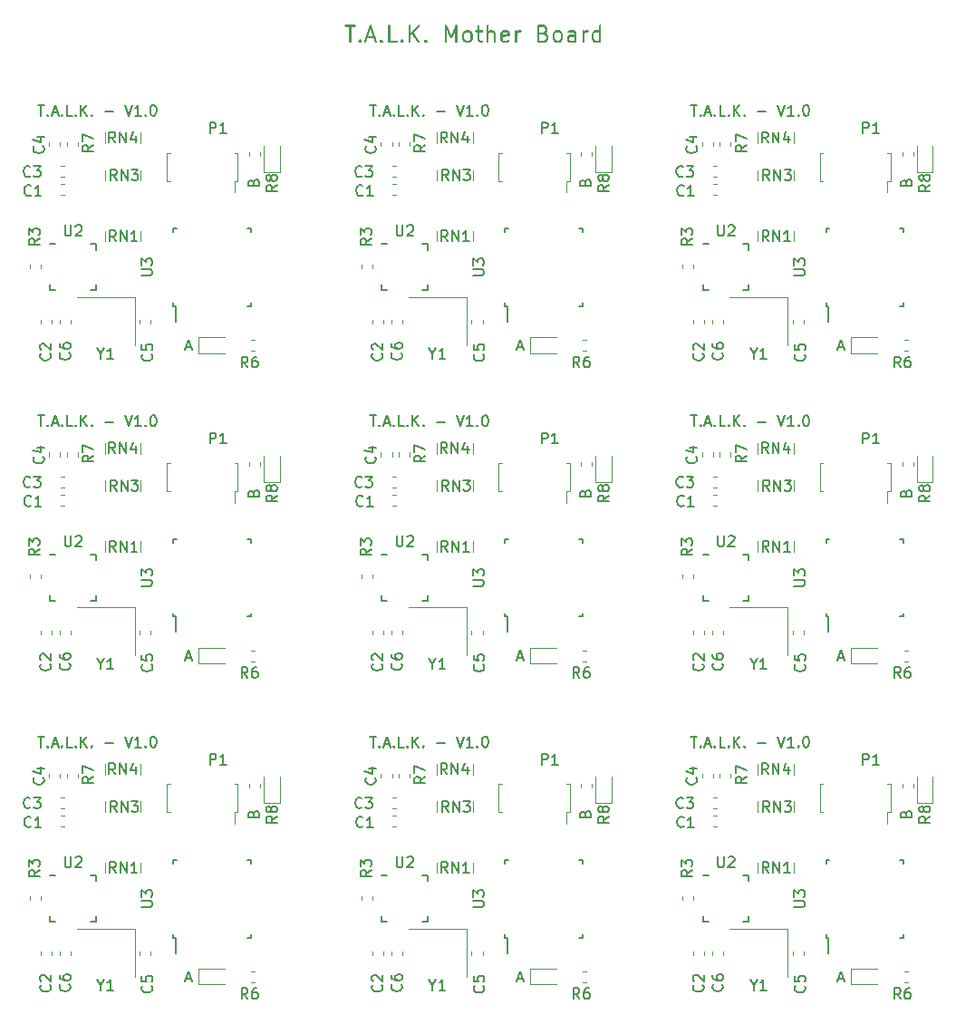
<source format=gto>
%MOIN*%
%OFA0B0*%
%FSLAX46Y46*%
%IPPOS*%
%LPD*%
%ADD10C,0.005905511811023622*%
%ADD11C,0.0047244094488188976*%
%ADD22C,0.005905511811023622*%
%ADD23C,0.0047244094488188976*%
%ADD24C,0.005905511811023622*%
%ADD25C,0.0047244094488188976*%
%ADD26C,0.005905511811023622*%
%ADD27C,0.0047244094488188976*%
%ADD28C,0.005905511811023622*%
%ADD29C,0.0047244094488188976*%
%ADD30C,0.005905511811023622*%
%ADD31C,0.0047244094488188976*%
%ADD32C,0.005905511811023622*%
%ADD33C,0.0047244094488188976*%
%ADD34C,0.005905511811023622*%
%ADD35C,0.0047244094488188976*%
%ADD36C,0.005905511811023622*%
%ADD37C,0.0047244094488188976*%
D10*
X0000346557Y0003569945D02*
X0000369055Y0003569945D01*
X0000357806Y0003530575D02*
X0000357806Y0003569945D01*
X0000382178Y0003534325D02*
X0000384053Y0003532450D01*
X0000382178Y0003530575D01*
X0000380303Y0003532450D01*
X0000382178Y0003534325D01*
X0000382178Y0003530575D01*
X0000399051Y0003541824D02*
X0000417799Y0003541824D01*
X0000395301Y0003530575D02*
X0000408425Y0003569945D01*
X0000421548Y0003530575D01*
X0000434671Y0003534325D02*
X0000436546Y0003532450D01*
X0000434671Y0003530575D01*
X0000432797Y0003532450D01*
X0000434671Y0003534325D01*
X0000434671Y0003530575D01*
X0000472167Y0003530575D02*
X0000453419Y0003530575D01*
X0000453419Y0003569945D01*
X0000485290Y0003534325D02*
X0000487165Y0003532450D01*
X0000485290Y0003530575D01*
X0000483415Y0003532450D01*
X0000485290Y0003534325D01*
X0000485290Y0003530575D01*
X0000504038Y0003530575D02*
X0000504038Y0003569945D01*
X0000526535Y0003530575D02*
X0000509662Y0003553072D01*
X0000526535Y0003569945D02*
X0000504038Y0003547448D01*
X0000543408Y0003534325D02*
X0000545283Y0003532450D01*
X0000543408Y0003530575D01*
X0000541533Y0003532450D01*
X0000543408Y0003534325D01*
X0000543408Y0003530575D01*
X0000592152Y0003545573D02*
X0000622148Y0003545573D01*
X0000665268Y0003569945D02*
X0000678391Y0003530575D01*
X0000691514Y0003569945D01*
X0000725260Y0003530575D02*
X0000702763Y0003530575D01*
X0000714011Y0003530575D02*
X0000714011Y0003569945D01*
X0000710262Y0003564321D01*
X0000706512Y0003560571D01*
X0000702763Y0003558697D01*
X0000742133Y0003534325D02*
X0000744008Y0003532450D01*
X0000742133Y0003530575D01*
X0000740258Y0003532450D01*
X0000742133Y0003534325D01*
X0000742133Y0003530575D01*
X0000768380Y0003569945D02*
X0000772129Y0003569945D01*
X0000775879Y0003568070D01*
X0000777754Y0003566196D01*
X0000779628Y0003562446D01*
X0000781503Y0003554947D01*
X0000781503Y0003545573D01*
X0000779628Y0003538074D01*
X0000777754Y0003534325D01*
X0000775879Y0003532450D01*
X0000772129Y0003530575D01*
X0000768380Y0003530575D01*
X0000764630Y0003532450D01*
X0000762755Y0003534325D01*
X0000760881Y0003538074D01*
X0000759006Y0003545573D01*
X0000759006Y0003554947D01*
X0000760881Y0003562446D01*
X0000762755Y0003566196D01*
X0000764630Y0003568070D01*
X0000768380Y0003569945D01*
X0000559606Y0003058307D02*
X0000538936Y0003058307D01*
X0000559606Y0002889015D02*
X0000538936Y0002889015D01*
X0000390314Y0002889015D02*
X0000410984Y0002889015D01*
X0000390314Y0003058307D02*
X0000410984Y0003058307D01*
X0000559606Y0002889015D02*
X0000559606Y0002909685D01*
X0000390314Y0002889015D02*
X0000390314Y0002909685D01*
X0000559606Y0003058307D02*
X0000559606Y0003037637D01*
D11*
X0000702086Y0002863779D02*
X0000489488Y0002863779D01*
X0000702086Y0002686614D02*
X0000702086Y0002863779D01*
D10*
X0000852440Y0002830157D02*
X0000852440Y0002774055D01*
X0000843582Y0003115590D02*
X0000843582Y0003102795D01*
X0001129015Y0003115590D02*
X0001129015Y0003102795D01*
X0001129015Y0002830157D02*
X0001129015Y0002842952D01*
X0000843582Y0002830157D02*
X0000843582Y0002842952D01*
X0001129015Y0002830157D02*
X0001116220Y0002830157D01*
X0001129015Y0003115590D02*
X0001116220Y0003115590D01*
X0000843582Y0003115590D02*
X0000856377Y0003115590D01*
X0000843582Y0002830157D02*
X0000852440Y0002830157D01*
D11*
X0000724606Y0003429566D02*
X0000724606Y0003468937D01*
X0000592322Y0003429566D02*
X0000592322Y0003468937D01*
X0000592322Y0003330944D02*
X0000592322Y0003291574D01*
X0000724606Y0003330944D02*
X0000724606Y0003291574D01*
X0000592322Y0003107519D02*
X0000592322Y0003068149D01*
X0000724606Y0003107519D02*
X0000724606Y0003068149D01*
X0001123582Y0003396821D02*
X0001123582Y0003383335D01*
X0001163740Y0003396821D02*
X0001163740Y0003383335D01*
X0000387677Y0003433199D02*
X0000387677Y0003419713D01*
X0000427834Y0003433199D02*
X0000427834Y0003419713D01*
X0001130855Y0002665708D02*
X0001144341Y0002665708D01*
X0001130855Y0002705866D02*
X0001144341Y0002705866D01*
X0000314921Y0002983829D02*
X0000314921Y0002970343D01*
X0000355078Y0002983829D02*
X0000355078Y0002970343D01*
X0001069291Y0003291338D02*
X0001069291Y0003248818D01*
X0000832283Y0003394488D02*
X0000820472Y0003394488D01*
X0001081102Y0003394488D02*
X0001069291Y0003394488D01*
X0000820472Y0003394488D02*
X0000820472Y0003291338D01*
X0000832283Y0003291338D02*
X0000820472Y0003291338D01*
X0001081102Y0003291338D02*
X0001069291Y0003291338D01*
X0001081102Y0003394488D02*
X0001081102Y0003291338D01*
X0001235393Y0003324409D02*
X0001235393Y0003421259D01*
X0001177519Y0003324409D02*
X0001235393Y0003324409D01*
X0001177519Y0003421259D02*
X0001177519Y0003324409D01*
X0000935551Y0002657795D02*
X0001032401Y0002657795D01*
X0000935551Y0002715669D02*
X0000935551Y0002657795D01*
X0001032401Y0002715669D02*
X0000935551Y0002715669D01*
X0000425747Y0002778593D02*
X0000425747Y0002765107D01*
X0000465905Y0002778593D02*
X0000465905Y0002765107D01*
X0000761141Y0002765146D02*
X0000761141Y0002778632D01*
X0000720984Y0002765146D02*
X0000720984Y0002778632D01*
X0000491653Y0003419713D02*
X0000491653Y0003433199D01*
X0000451496Y0003419713D02*
X0000451496Y0003433199D01*
X0000442097Y0003344999D02*
X0000428611Y0003344999D01*
X0000442097Y0003304842D02*
X0000428611Y0003304842D01*
X0000395314Y0002765028D02*
X0000395314Y0002778514D01*
X0000355157Y0002765028D02*
X0000355157Y0002778514D01*
X0000442097Y0003279685D02*
X0000428611Y0003279685D01*
X0000442097Y0003239527D02*
X0000428611Y0003239527D01*
D10*
X0000444964Y0003128095D02*
X0000444964Y0003096224D01*
X0000446839Y0003092474D01*
X0000448713Y0003090599D01*
X0000452463Y0003088725D01*
X0000459962Y0003088725D01*
X0000463712Y0003090599D01*
X0000465586Y0003092474D01*
X0000467461Y0003096224D01*
X0000467461Y0003128095D01*
X0000484334Y0003124345D02*
X0000486209Y0003126220D01*
X0000489958Y0003128095D01*
X0000499332Y0003128095D01*
X0000503082Y0003126220D01*
X0000504956Y0003124345D01*
X0000506831Y0003120596D01*
X0000506831Y0003116846D01*
X0000504956Y0003111222D01*
X0000482459Y0003088725D01*
X0000506831Y0003088725D01*
X0000577039Y0002656055D02*
X0000577039Y0002637307D01*
X0000563916Y0002676677D02*
X0000577039Y0002656055D01*
X0000590163Y0002676677D01*
X0000623908Y0002637307D02*
X0000601411Y0002637307D01*
X0000612660Y0002637307D02*
X0000612660Y0002676677D01*
X0000608910Y0002671053D01*
X0000605161Y0002667304D01*
X0000601411Y0002665429D01*
X0000726550Y0002942877D02*
X0000758421Y0002942877D01*
X0000762170Y0002944752D01*
X0000764045Y0002946627D01*
X0000765920Y0002950376D01*
X0000765920Y0002957875D01*
X0000764045Y0002961625D01*
X0000762170Y0002963500D01*
X0000758421Y0002965374D01*
X0000726550Y0002965374D01*
X0000726550Y0002980373D02*
X0000726550Y0003004745D01*
X0000741548Y0002991621D01*
X0000741548Y0002997245D01*
X0000743423Y0003000995D01*
X0000745298Y0003002870D01*
X0000749047Y0003004745D01*
X0000758421Y0003004745D01*
X0000762170Y0003002870D01*
X0000764045Y0003000995D01*
X0000765920Y0002997245D01*
X0000765920Y0002985997D01*
X0000764045Y0002982247D01*
X0000762170Y0002980373D01*
X0000630453Y0003431520D02*
X0000617330Y0003450268D01*
X0000607956Y0003431520D02*
X0000607956Y0003470890D01*
X0000622954Y0003470890D01*
X0000626704Y0003469015D01*
X0000628578Y0003467140D01*
X0000630453Y0003463391D01*
X0000630453Y0003457767D01*
X0000628578Y0003454017D01*
X0000626704Y0003452142D01*
X0000622954Y0003450268D01*
X0000607956Y0003450268D01*
X0000647326Y0003431520D02*
X0000647326Y0003470890D01*
X0000669823Y0003431520D01*
X0000669823Y0003470890D01*
X0000705444Y0003457767D02*
X0000705444Y0003431520D01*
X0000696070Y0003472765D02*
X0000686696Y0003444643D01*
X0000711068Y0003444643D01*
X0000635729Y0003292859D02*
X0000622605Y0003311606D01*
X0000613232Y0003292859D02*
X0000613232Y0003332229D01*
X0000628230Y0003332229D01*
X0000631979Y0003330354D01*
X0000633854Y0003328479D01*
X0000635729Y0003324730D01*
X0000635729Y0003319105D01*
X0000633854Y0003315356D01*
X0000631979Y0003313481D01*
X0000628230Y0003311606D01*
X0000613232Y0003311606D01*
X0000652602Y0003292859D02*
X0000652602Y0003332229D01*
X0000675099Y0003292859D01*
X0000675099Y0003332229D01*
X0000690097Y0003332229D02*
X0000714469Y0003332229D01*
X0000701346Y0003317230D01*
X0000706970Y0003317230D01*
X0000710719Y0003315356D01*
X0000712594Y0003313481D01*
X0000714469Y0003309731D01*
X0000714469Y0003300358D01*
X0000712594Y0003296608D01*
X0000710719Y0003294733D01*
X0000706970Y0003292859D01*
X0000695721Y0003292859D01*
X0000691972Y0003294733D01*
X0000690097Y0003296608D01*
X0000632579Y0003069237D02*
X0000619456Y0003087984D01*
X0000610082Y0003069237D02*
X0000610082Y0003108607D01*
X0000625080Y0003108607D01*
X0000628830Y0003106732D01*
X0000630704Y0003104857D01*
X0000632579Y0003101107D01*
X0000632579Y0003095483D01*
X0000630704Y0003091734D01*
X0000628830Y0003089859D01*
X0000625080Y0003087984D01*
X0000610082Y0003087984D01*
X0000649452Y0003069237D02*
X0000649452Y0003108607D01*
X0000671949Y0003069237D01*
X0000671949Y0003108607D01*
X0000711319Y0003069237D02*
X0000688822Y0003069237D01*
X0000700071Y0003069237D02*
X0000700071Y0003108607D01*
X0000696321Y0003102982D01*
X0000692572Y0003099233D01*
X0000688822Y0003097358D01*
X0001225644Y0003276194D02*
X0001206897Y0003263070D01*
X0001225644Y0003253697D02*
X0001186274Y0003253697D01*
X0001186274Y0003268695D01*
X0001188149Y0003272444D01*
X0001190024Y0003274319D01*
X0001193773Y0003276194D01*
X0001199398Y0003276194D01*
X0001203147Y0003274319D01*
X0001205022Y0003272444D01*
X0001206897Y0003268695D01*
X0001206897Y0003253697D01*
X0001203147Y0003298691D02*
X0001201272Y0003294941D01*
X0001199398Y0003293067D01*
X0001195648Y0003291192D01*
X0001193773Y0003291192D01*
X0001190024Y0003293067D01*
X0001188149Y0003294941D01*
X0001186274Y0003298691D01*
X0001186274Y0003306190D01*
X0001188149Y0003309940D01*
X0001190024Y0003311814D01*
X0001193773Y0003313689D01*
X0001195648Y0003313689D01*
X0001199398Y0003311814D01*
X0001201272Y0003309940D01*
X0001203147Y0003306190D01*
X0001203147Y0003298691D01*
X0001205022Y0003294941D01*
X0001206897Y0003293067D01*
X0001210646Y0003291192D01*
X0001218145Y0003291192D01*
X0001221895Y0003293067D01*
X0001223770Y0003294941D01*
X0001225644Y0003298691D01*
X0001225644Y0003306190D01*
X0001223770Y0003309940D01*
X0001221895Y0003311814D01*
X0001218145Y0003313689D01*
X0001210646Y0003313689D01*
X0001206897Y0003311814D01*
X0001205022Y0003309940D01*
X0001203147Y0003306190D01*
X0000549936Y0003422611D02*
X0000531188Y0003409488D01*
X0000549936Y0003400114D02*
X0000510566Y0003400114D01*
X0000510566Y0003415112D01*
X0000512440Y0003418862D01*
X0000514315Y0003420736D01*
X0000518065Y0003422611D01*
X0000523689Y0003422611D01*
X0000527439Y0003420736D01*
X0000529313Y0003418862D01*
X0000531188Y0003415112D01*
X0000531188Y0003400114D01*
X0000510566Y0003435734D02*
X0000510566Y0003461981D01*
X0000549936Y0003445108D01*
X0001117572Y0002605221D02*
X0001104448Y0002623968D01*
X0001095074Y0002605221D02*
X0001095074Y0002644591D01*
X0001110073Y0002644591D01*
X0001113822Y0002642716D01*
X0001115697Y0002640841D01*
X0001117572Y0002637092D01*
X0001117572Y0002631467D01*
X0001115697Y0002627718D01*
X0001113822Y0002625843D01*
X0001110073Y0002623968D01*
X0001095074Y0002623968D01*
X0001151317Y0002644591D02*
X0001143818Y0002644591D01*
X0001140069Y0002642716D01*
X0001138194Y0002640841D01*
X0001134445Y0002635217D01*
X0001132570Y0002627718D01*
X0001132570Y0002612720D01*
X0001134445Y0002608970D01*
X0001136319Y0002607096D01*
X0001140069Y0002605221D01*
X0001147568Y0002605221D01*
X0001151317Y0002607096D01*
X0001153192Y0002608970D01*
X0001155067Y0002612720D01*
X0001155067Y0002622094D01*
X0001153192Y0002625843D01*
X0001151317Y0002627718D01*
X0001147568Y0002629593D01*
X0001140069Y0002629593D01*
X0001136319Y0002627718D01*
X0001134445Y0002625843D01*
X0001132570Y0002622094D01*
X0000351511Y0003078989D02*
X0000332763Y0003065866D01*
X0000351511Y0003056492D02*
X0000312140Y0003056492D01*
X0000312140Y0003071490D01*
X0000314015Y0003075240D01*
X0000315890Y0003077114D01*
X0000319640Y0003078989D01*
X0000325264Y0003078989D01*
X0000329013Y0003077114D01*
X0000330888Y0003075240D01*
X0000332763Y0003071490D01*
X0000332763Y0003056492D01*
X0000312140Y0003092112D02*
X0000312140Y0003116484D01*
X0000327139Y0003103361D01*
X0000327139Y0003108985D01*
X0000329013Y0003112735D01*
X0000330888Y0003114610D01*
X0000334638Y0003116484D01*
X0000344011Y0003116484D01*
X0000347761Y0003114610D01*
X0000349636Y0003112735D01*
X0000351511Y0003108985D01*
X0000351511Y0003097737D01*
X0000349636Y0003093987D01*
X0000347761Y0003092112D01*
X0000978775Y0003466796D02*
X0000978775Y0003506166D01*
X0000993773Y0003506166D01*
X0000997523Y0003504291D01*
X0000999398Y0003502416D01*
X0001001272Y0003498667D01*
X0001001272Y0003493042D01*
X0000999398Y0003489293D01*
X0000997523Y0003487418D01*
X0000993773Y0003485543D01*
X0000978775Y0003485543D01*
X0001038768Y0003466796D02*
X0001016271Y0003466796D01*
X0001027519Y0003466796D02*
X0001027519Y0003506166D01*
X0001023770Y0003500541D01*
X0001020020Y0003496792D01*
X0001016271Y0003494917D01*
X0001138447Y0003285568D02*
X0001140322Y0003291192D01*
X0001142197Y0003293067D01*
X0001145946Y0003294941D01*
X0001151570Y0003294941D01*
X0001155320Y0003293067D01*
X0001157195Y0003291192D01*
X0001159070Y0003287442D01*
X0001159070Y0003272444D01*
X0001119700Y0003272444D01*
X0001119700Y0003285568D01*
X0001121574Y0003289317D01*
X0001123449Y0003291192D01*
X0001127199Y0003293067D01*
X0001130948Y0003293067D01*
X0001134698Y0003291192D01*
X0001136572Y0003289317D01*
X0001138447Y0003285568D01*
X0001138447Y0003272444D01*
X0000889996Y0002679304D02*
X0000908743Y0002679304D01*
X0000886246Y0002668055D02*
X0000899370Y0002707425D01*
X0000912493Y0002668055D01*
X0000461304Y0002658084D02*
X0000463179Y0002656209D01*
X0000465054Y0002650584D01*
X0000465054Y0002646835D01*
X0000463179Y0002641211D01*
X0000459430Y0002637461D01*
X0000455680Y0002635586D01*
X0000448181Y0002633712D01*
X0000442557Y0002633712D01*
X0000435058Y0002635586D01*
X0000431308Y0002637461D01*
X0000427559Y0002641211D01*
X0000425684Y0002646835D01*
X0000425684Y0002650584D01*
X0000427559Y0002656209D01*
X0000429433Y0002658084D01*
X0000425684Y0002691829D02*
X0000425684Y0002684330D01*
X0000427559Y0002680581D01*
X0000429433Y0002678706D01*
X0000435058Y0002674956D01*
X0000442557Y0002673082D01*
X0000457555Y0002673082D01*
X0000461304Y0002674956D01*
X0000463179Y0002676831D01*
X0000465054Y0002680581D01*
X0000465054Y0002688080D01*
X0000463179Y0002691829D01*
X0000461304Y0002693704D01*
X0000457555Y0002695579D01*
X0000448181Y0002695579D01*
X0000444431Y0002693704D01*
X0000442557Y0002691829D01*
X0000440682Y0002688080D01*
X0000440682Y0002680581D01*
X0000442557Y0002676831D01*
X0000444431Y0002674956D01*
X0000448181Y0002673082D01*
X0000763352Y0002653162D02*
X0000765226Y0002651287D01*
X0000767101Y0002645663D01*
X0000767101Y0002641914D01*
X0000765226Y0002636289D01*
X0000761477Y0002632540D01*
X0000757727Y0002630665D01*
X0000750228Y0002628790D01*
X0000744604Y0002628790D01*
X0000737105Y0002630665D01*
X0000733355Y0002632540D01*
X0000729606Y0002636289D01*
X0000727731Y0002641914D01*
X0000727731Y0002645663D01*
X0000729606Y0002651287D01*
X0000731481Y0002653162D01*
X0000727731Y0002688783D02*
X0000727731Y0002670035D01*
X0000746479Y0002668160D01*
X0000744604Y0002670035D01*
X0000742729Y0002673785D01*
X0000742729Y0002683159D01*
X0000744604Y0002686908D01*
X0000746479Y0002688783D01*
X0000750228Y0002690658D01*
X0000759602Y0002690658D01*
X0000763352Y0002688783D01*
X0000765226Y0002686908D01*
X0000767101Y0002683159D01*
X0000767101Y0002673785D01*
X0000765226Y0002670035D01*
X0000763352Y0002668160D01*
X0000364769Y0003418202D02*
X0000366644Y0003416327D01*
X0000368518Y0003410703D01*
X0000368518Y0003406953D01*
X0000366644Y0003401329D01*
X0000362894Y0003397579D01*
X0000359145Y0003395704D01*
X0000351645Y0003393830D01*
X0000346021Y0003393830D01*
X0000338522Y0003395704D01*
X0000334773Y0003397579D01*
X0000331023Y0003401329D01*
X0000329148Y0003406953D01*
X0000329148Y0003410703D01*
X0000331023Y0003416327D01*
X0000332898Y0003418202D01*
X0000342272Y0003451947D02*
X0000368518Y0003451947D01*
X0000327274Y0003442574D02*
X0000355395Y0003433200D01*
X0000355395Y0003457572D01*
X0000317572Y0003309718D02*
X0000315697Y0003307844D01*
X0000310073Y0003305969D01*
X0000306323Y0003305969D01*
X0000300699Y0003307844D01*
X0000296949Y0003311593D01*
X0000295074Y0003315343D01*
X0000293200Y0003322842D01*
X0000293200Y0003328466D01*
X0000295074Y0003335965D01*
X0000296949Y0003339715D01*
X0000300699Y0003343464D01*
X0000306323Y0003345339D01*
X0000310073Y0003345339D01*
X0000315697Y0003343464D01*
X0000317572Y0003341589D01*
X0000330695Y0003345339D02*
X0000355067Y0003345339D01*
X0000341944Y0003330341D01*
X0000347568Y0003330341D01*
X0000351317Y0003328466D01*
X0000353192Y0003326591D01*
X0000355067Y0003322842D01*
X0000355067Y0003313468D01*
X0000353192Y0003309718D01*
X0000351317Y0003307844D01*
X0000347568Y0003305969D01*
X0000336319Y0003305969D01*
X0000332570Y0003307844D01*
X0000330695Y0003309718D01*
X0000389769Y0002655643D02*
X0000391644Y0002653768D01*
X0000393518Y0002648144D01*
X0000393518Y0002644394D01*
X0000391644Y0002638770D01*
X0000387894Y0002635020D01*
X0000384145Y0002633145D01*
X0000376646Y0002631271D01*
X0000371021Y0002631271D01*
X0000363522Y0002633145D01*
X0000359773Y0002635020D01*
X0000356023Y0002638770D01*
X0000354148Y0002644394D01*
X0000354148Y0002648144D01*
X0000356023Y0002653768D01*
X0000357898Y0002655643D01*
X0000357898Y0002670641D02*
X0000356023Y0002672515D01*
X0000354148Y0002676265D01*
X0000354148Y0002685639D01*
X0000356023Y0002689388D01*
X0000357898Y0002691263D01*
X0000361647Y0002693138D01*
X0000365397Y0002693138D01*
X0000371021Y0002691263D01*
X0000393518Y0002668766D01*
X0000393518Y0002693138D01*
X0000320209Y0003239521D02*
X0000318335Y0003237647D01*
X0000312710Y0003235772D01*
X0000308961Y0003235772D01*
X0000303337Y0003237647D01*
X0000299587Y0003241396D01*
X0000297712Y0003245146D01*
X0000295837Y0003252645D01*
X0000295837Y0003258269D01*
X0000297712Y0003265768D01*
X0000299587Y0003269518D01*
X0000303337Y0003273267D01*
X0000308961Y0003275142D01*
X0000312710Y0003275142D01*
X0000318335Y0003273267D01*
X0000320209Y0003271392D01*
X0000357705Y0003235772D02*
X0000335208Y0003235772D01*
X0000346456Y0003235772D02*
X0000346456Y0003275142D01*
X0000342707Y0003269518D01*
X0000338957Y0003265768D01*
X0000335208Y0003263893D01*
G04 next file*
G36*
X0001511300Y0003857400D02*
G01*
X0001512500Y0003857600D01*
X0001513600Y0003858200D01*
X0001514500Y0003859100D01*
X0001515000Y0003860200D01*
X0001515200Y0003861400D01*
X0001515000Y0003862600D01*
X0001514500Y0003863700D01*
X0001513600Y0003864600D01*
X0001512500Y0003865100D01*
X0001511300Y0003865300D01*
X0001477500Y0003865300D01*
X0001476300Y0003865100D01*
X0001475200Y0003864600D01*
X0001474300Y0003863700D01*
X0001473800Y0003862600D01*
X0001473600Y0003861400D01*
X0001473800Y0003860200D01*
X0001474300Y0003859100D01*
X0001475200Y0003858200D01*
X0001476300Y0003857600D01*
X0001477500Y0003857400D01*
X0001511300Y0003857400D01*
G37*
G36*
X0001494399Y0003798400D02*
G01*
X0001495600Y0003798600D01*
X0001496700Y0003799100D01*
X0001497600Y0003800000D01*
X0001498100Y0003801100D01*
X0001498300Y0003802300D01*
X0001498300Y0003861400D01*
X0001498100Y0003862600D01*
X0001497600Y0003863700D01*
X0001496700Y0003864600D01*
X0001495600Y0003865100D01*
X0001494399Y0003865300D01*
X0001493200Y0003865100D01*
X0001492100Y0003864600D01*
X0001491200Y0003863700D01*
X0001490600Y0003862600D01*
X0001490500Y0003861400D01*
X0001490500Y0003802300D01*
X0001490600Y0003801100D01*
X0001491200Y0003800000D01*
X0001492100Y0003799100D01*
X0001493200Y0003798600D01*
X0001494399Y0003798400D01*
G37*
G36*
X0001533800Y0003801200D02*
G01*
X0001535000Y0003801400D01*
X0001536100Y0003802000D01*
X0001536900Y0003802800D01*
X0001537500Y0003803899D01*
X0001537700Y0003805100D01*
X0001537500Y0003806400D01*
X0001536900Y0003807500D01*
X0001536100Y0003808300D01*
X0001533300Y0003811100D01*
X0001532200Y0003811700D01*
X0001530999Y0003811900D01*
X0001529700Y0003811700D01*
X0001528600Y0003811100D01*
X0001527800Y0003810300D01*
X0001527200Y0003809200D01*
X0001527000Y0003808000D01*
X0001527200Y0003806700D01*
X0001527800Y0003805600D01*
X0001530599Y0003802800D01*
X0001530599Y0003802800D01*
X0001531400Y0003802000D01*
X0001532500Y0003801400D01*
X0001533800Y0003801200D01*
G37*
G36*
X0001530999Y0003798400D02*
G01*
X0001532200Y0003798600D01*
X0001533300Y0003799100D01*
X0001534100Y0003800000D01*
X0001536900Y0003802800D01*
X0001537500Y0003803899D01*
X0001537700Y0003805100D01*
X0001537500Y0003806400D01*
X0001536900Y0003807500D01*
X0001536100Y0003808300D01*
X0001535000Y0003808900D01*
X0001533800Y0003809100D01*
X0001532500Y0003808900D01*
X0001531400Y0003808300D01*
X0001530599Y0003807500D01*
X0001528600Y0003805500D01*
X0001527800Y0003804600D01*
X0001527200Y0003803499D01*
X0001527000Y0003802300D01*
X0001527200Y0003801100D01*
X0001527800Y0003800000D01*
X0001528600Y0003799100D01*
X0001529700Y0003798600D01*
X0001530999Y0003798400D01*
G37*
G36*
X0001530999Y0003798400D02*
G01*
X0001532200Y0003798600D01*
X0001533300Y0003799100D01*
X0001534100Y0003800000D01*
X0001534700Y0003801100D01*
X0001534900Y0003802300D01*
X0001534700Y0003803499D01*
X0001534100Y0003804600D01*
X0001533300Y0003805500D01*
X0001533300Y0003805500D01*
X0001530500Y0003808300D01*
X0001529400Y0003808900D01*
X0001528100Y0003809100D01*
X0001526900Y0003808900D01*
X0001525800Y0003808300D01*
X0001524999Y0003807500D01*
X0001524399Y0003806400D01*
X0001524200Y0003805100D01*
X0001524399Y0003803899D01*
X0001524999Y0003802800D01*
X0001525800Y0003802000D01*
X0001525800Y0003802000D01*
X0001527800Y0003800000D01*
X0001528600Y0003799100D01*
X0001529700Y0003798600D01*
X0001530999Y0003798400D01*
G37*
G36*
X0001528100Y0003801200D02*
G01*
X0001529400Y0003801400D01*
X0001530500Y0003802000D01*
X0001534100Y0003805600D01*
X0001534700Y0003806700D01*
X0001534900Y0003808000D01*
X0001534700Y0003809200D01*
X0001534100Y0003810300D01*
X0001533300Y0003811100D01*
X0001532200Y0003811700D01*
X0001530999Y0003811900D01*
X0001529700Y0003811700D01*
X0001528600Y0003811100D01*
X0001524999Y0003807500D01*
X0001524399Y0003806400D01*
X0001524200Y0003805100D01*
X0001524399Y0003803899D01*
X0001524999Y0003802800D01*
X0001525800Y0003802000D01*
X0001526900Y0003801400D01*
X0001528100Y0003801200D01*
G37*
G36*
X0001530999Y0003798400D02*
G01*
X0001532200Y0003798600D01*
X0001533300Y0003799100D01*
X0001534100Y0003800000D01*
X0001534700Y0003801100D01*
X0001534900Y0003802300D01*
X0001534900Y0003808000D01*
X0001534700Y0003809200D01*
X0001534100Y0003810300D01*
X0001533300Y0003811100D01*
X0001532200Y0003811700D01*
X0001530999Y0003811900D01*
X0001529700Y0003811700D01*
X0001528600Y0003811100D01*
X0001527800Y0003810300D01*
X0001527200Y0003809200D01*
X0001527000Y0003808000D01*
X0001527000Y0003802300D01*
X0001527200Y0003801100D01*
X0001527800Y0003800000D01*
X0001528600Y0003799100D01*
X0001529700Y0003798600D01*
X0001530999Y0003798400D01*
G37*
G36*
X0001584400Y0003815300D02*
G01*
X0001585599Y0003815499D01*
X0001586700Y0003816000D01*
X0001587600Y0003816900D01*
X0001588099Y0003818000D01*
X0001588300Y0003819200D01*
X0001588099Y0003820400D01*
X0001587600Y0003821500D01*
X0001586700Y0003822400D01*
X0001585599Y0003822900D01*
X0001584400Y0003823100D01*
X0001556300Y0003823100D01*
X0001554999Y0003822900D01*
X0001553900Y0003822400D01*
X0001553100Y0003821500D01*
X0001552500Y0003820400D01*
X0001552300Y0003819200D01*
X0001552500Y0003818000D01*
X0001553100Y0003816900D01*
X0001553900Y0003816000D01*
X0001554999Y0003815499D01*
X0001556300Y0003815300D01*
X0001584400Y0003815300D01*
G37*
G36*
X0001550600Y0003798400D02*
G01*
X0001551900Y0003798600D01*
X0001553000Y0003799100D01*
X0001553800Y0003800000D01*
X0001554400Y0003801100D01*
X0001574100Y0003860200D01*
X0001574300Y0003861400D01*
X0001574100Y0003862600D01*
X0001573500Y0003863700D01*
X0001572600Y0003864600D01*
X0001571500Y0003865100D01*
X0001570300Y0003865300D01*
X0001569100Y0003865100D01*
X0001568000Y0003864600D01*
X0001567100Y0003863700D01*
X0001566600Y0003862600D01*
X0001546900Y0003803499D01*
X0001546700Y0003802300D01*
X0001546900Y0003801100D01*
X0001547500Y0003800000D01*
X0001548300Y0003799100D01*
X0001549400Y0003798600D01*
X0001550600Y0003798400D01*
G37*
G36*
X0001590000Y0003798400D02*
G01*
X0001591200Y0003798600D01*
X0001592300Y0003799100D01*
X0001593200Y0003800000D01*
X0001593800Y0003801100D01*
X0001593899Y0003802300D01*
X0001593800Y0003803499D01*
X0001574100Y0003862600D01*
X0001573500Y0003863700D01*
X0001572600Y0003864600D01*
X0001571500Y0003865100D01*
X0001570300Y0003865300D01*
X0001569100Y0003865100D01*
X0001568000Y0003864600D01*
X0001567100Y0003863700D01*
X0001566600Y0003862600D01*
X0001566400Y0003861400D01*
X0001566600Y0003860200D01*
X0001586300Y0003801100D01*
X0001586800Y0003800000D01*
X0001587700Y0003799100D01*
X0001588800Y0003798600D01*
X0001590000Y0003798400D01*
G37*
G36*
X0001612500Y0003801200D02*
G01*
X0001613700Y0003801400D01*
X0001614800Y0003802000D01*
X0001615700Y0003802800D01*
X0001616200Y0003803899D01*
X0001616400Y0003805100D01*
X0001616200Y0003806400D01*
X0001615700Y0003807500D01*
X0001614800Y0003808300D01*
X0001612000Y0003811100D01*
X0001610900Y0003811700D01*
X0001609700Y0003811900D01*
X0001608500Y0003811700D01*
X0001607400Y0003811100D01*
X0001606500Y0003810300D01*
X0001605899Y0003809200D01*
X0001605800Y0003808000D01*
X0001605899Y0003806700D01*
X0001606500Y0003805600D01*
X0001609300Y0003802800D01*
X0001609300Y0003802800D01*
X0001610200Y0003802000D01*
X0001611300Y0003801400D01*
X0001612500Y0003801200D01*
G37*
G36*
X0001609700Y0003798400D02*
G01*
X0001610900Y0003798600D01*
X0001612000Y0003799100D01*
X0001612900Y0003800000D01*
X0001615700Y0003802800D01*
X0001616200Y0003803899D01*
X0001616400Y0003805100D01*
X0001616200Y0003806400D01*
X0001615700Y0003807500D01*
X0001614800Y0003808300D01*
X0001613700Y0003808900D01*
X0001612500Y0003809100D01*
X0001611300Y0003808900D01*
X0001610200Y0003808300D01*
X0001609300Y0003807500D01*
X0001607400Y0003805500D01*
X0001606500Y0003804600D01*
X0001605899Y0003803499D01*
X0001605800Y0003802300D01*
X0001605899Y0003801100D01*
X0001606500Y0003800000D01*
X0001607400Y0003799100D01*
X0001608500Y0003798600D01*
X0001609700Y0003798400D01*
G37*
G36*
X0001609700Y0003798400D02*
G01*
X0001610900Y0003798600D01*
X0001612000Y0003799100D01*
X0001612900Y0003800000D01*
X0001613400Y0003801100D01*
X0001613600Y0003802300D01*
X0001613400Y0003803499D01*
X0001612900Y0003804600D01*
X0001612000Y0003805500D01*
X0001612000Y0003805500D01*
X0001609200Y0003808300D01*
X0001608100Y0003808900D01*
X0001606900Y0003809100D01*
X0001605700Y0003808900D01*
X0001604600Y0003808300D01*
X0001603700Y0003807500D01*
X0001603100Y0003806400D01*
X0001602900Y0003805100D01*
X0001603100Y0003803899D01*
X0001603700Y0003802800D01*
X0001604600Y0003802000D01*
X0001604600Y0003802000D01*
X0001606500Y0003800000D01*
X0001607400Y0003799100D01*
X0001608500Y0003798600D01*
X0001609700Y0003798400D01*
G37*
G36*
X0001606900Y0003801200D02*
G01*
X0001608100Y0003801400D01*
X0001609200Y0003802000D01*
X0001612900Y0003805600D01*
X0001613400Y0003806700D01*
X0001613600Y0003808000D01*
X0001613400Y0003809200D01*
X0001612900Y0003810300D01*
X0001612000Y0003811100D01*
X0001610900Y0003811700D01*
X0001609700Y0003811900D01*
X0001608500Y0003811700D01*
X0001607400Y0003811100D01*
X0001603700Y0003807500D01*
X0001603100Y0003806400D01*
X0001602900Y0003805100D01*
X0001603100Y0003803899D01*
X0001603700Y0003802800D01*
X0001604600Y0003802000D01*
X0001605700Y0003801400D01*
X0001606900Y0003801200D01*
G37*
G36*
X0001609700Y0003798400D02*
G01*
X0001610900Y0003798600D01*
X0001612000Y0003799100D01*
X0001612900Y0003800000D01*
X0001613400Y0003801100D01*
X0001613600Y0003802300D01*
X0001613600Y0003808000D01*
X0001613400Y0003809200D01*
X0001612900Y0003810300D01*
X0001612000Y0003811100D01*
X0001610900Y0003811700D01*
X0001609700Y0003811900D01*
X0001608500Y0003811700D01*
X0001607400Y0003811100D01*
X0001606500Y0003810300D01*
X0001605899Y0003809200D01*
X0001605800Y0003808000D01*
X0001605800Y0003802300D01*
X0001605899Y0003801100D01*
X0001606500Y0003800000D01*
X0001607400Y0003799100D01*
X0001608500Y0003798600D01*
X0001609700Y0003798400D01*
G37*
G36*
X0001665900Y0003798400D02*
G01*
X0001667200Y0003798600D01*
X0001668200Y0003799100D01*
X0001669100Y0003800000D01*
X0001669700Y0003801100D01*
X0001669900Y0003802300D01*
X0001669700Y0003803499D01*
X0001669100Y0003804600D01*
X0001668200Y0003805500D01*
X0001667200Y0003806100D01*
X0001665900Y0003806300D01*
X0001637800Y0003806300D01*
X0001636600Y0003806100D01*
X0001635500Y0003805500D01*
X0001634600Y0003804600D01*
X0001634100Y0003803499D01*
X0001633900Y0003802300D01*
X0001634100Y0003801100D01*
X0001634600Y0003800000D01*
X0001635500Y0003799100D01*
X0001636600Y0003798600D01*
X0001637800Y0003798400D01*
X0001665900Y0003798400D01*
G37*
G36*
X0001637800Y0003798400D02*
G01*
X0001639000Y0003798600D01*
X0001640100Y0003799100D01*
X0001641000Y0003800000D01*
X0001641600Y0003801100D01*
X0001641700Y0003802300D01*
X0001641700Y0003861400D01*
X0001641600Y0003862600D01*
X0001641000Y0003863700D01*
X0001640100Y0003864600D01*
X0001639000Y0003865100D01*
X0001637800Y0003865300D01*
X0001636600Y0003865100D01*
X0001635500Y0003864600D01*
X0001634600Y0003863700D01*
X0001634100Y0003862600D01*
X0001633900Y0003861400D01*
X0001633900Y0003802300D01*
X0001634100Y0003801100D01*
X0001634600Y0003800000D01*
X0001635500Y0003799100D01*
X0001636600Y0003798600D01*
X0001637800Y0003798400D01*
G37*
G36*
X0001688400Y0003801200D02*
G01*
X0001689600Y0003801400D01*
X0001690699Y0003802000D01*
X0001691600Y0003802800D01*
X0001692200Y0003803899D01*
X0001692400Y0003805100D01*
X0001692200Y0003806400D01*
X0001691600Y0003807500D01*
X0001687900Y0003811100D01*
X0001686800Y0003811700D01*
X0001685600Y0003811900D01*
X0001684400Y0003811700D01*
X0001683300Y0003811100D01*
X0001682400Y0003810300D01*
X0001681900Y0003809200D01*
X0001681700Y0003808000D01*
X0001681900Y0003806700D01*
X0001682400Y0003805600D01*
X0001686100Y0003802000D01*
X0001687200Y0003801400D01*
X0001688400Y0003801200D01*
G37*
G36*
X0001685600Y0003798400D02*
G01*
X0001686800Y0003798600D01*
X0001687900Y0003799100D01*
X0001688800Y0003800000D01*
X0001690699Y0003802000D01*
X0001690699Y0003802000D01*
X0001691600Y0003802800D01*
X0001692200Y0003803899D01*
X0001692400Y0003805100D01*
X0001692200Y0003806400D01*
X0001691600Y0003807500D01*
X0001690699Y0003808300D01*
X0001689600Y0003808900D01*
X0001688400Y0003809100D01*
X0001687200Y0003808900D01*
X0001686100Y0003808300D01*
X0001683300Y0003805500D01*
X0001683300Y0003805500D01*
X0001682400Y0003804600D01*
X0001681900Y0003803499D01*
X0001681700Y0003802300D01*
X0001681900Y0003801100D01*
X0001682400Y0003800000D01*
X0001683300Y0003799100D01*
X0001684400Y0003798600D01*
X0001685600Y0003798400D01*
G37*
G36*
X0001685600Y0003798400D02*
G01*
X0001686800Y0003798600D01*
X0001687900Y0003799100D01*
X0001688800Y0003800000D01*
X0001689400Y0003801100D01*
X0001689600Y0003802300D01*
X0001689400Y0003803499D01*
X0001688800Y0003804600D01*
X0001687900Y0003805500D01*
X0001687900Y0003805500D01*
X0001685099Y0003808300D01*
X0001684000Y0003808900D01*
X0001682800Y0003809100D01*
X0001681600Y0003808900D01*
X0001680500Y0003808300D01*
X0001679600Y0003807500D01*
X0001679099Y0003806400D01*
X0001678899Y0003805100D01*
X0001679099Y0003803899D01*
X0001679600Y0003802800D01*
X0001680500Y0003802000D01*
X0001682400Y0003800000D01*
X0001683300Y0003799100D01*
X0001684400Y0003798600D01*
X0001685600Y0003798400D01*
G37*
G36*
X0001682800Y0003801200D02*
G01*
X0001684000Y0003801400D01*
X0001685099Y0003802000D01*
X0001688800Y0003805600D01*
X0001689400Y0003806700D01*
X0001689600Y0003808000D01*
X0001689400Y0003809200D01*
X0001688800Y0003810300D01*
X0001687900Y0003811100D01*
X0001686800Y0003811700D01*
X0001685600Y0003811900D01*
X0001684400Y0003811700D01*
X0001683300Y0003811100D01*
X0001679600Y0003807500D01*
X0001679099Y0003806400D01*
X0001678899Y0003805100D01*
X0001679099Y0003803899D01*
X0001679600Y0003802800D01*
X0001680500Y0003802000D01*
X0001681600Y0003801400D01*
X0001682800Y0003801200D01*
G37*
G36*
X0001685600Y0003798400D02*
G01*
X0001686800Y0003798600D01*
X0001687900Y0003799100D01*
X0001688800Y0003800000D01*
X0001689400Y0003801100D01*
X0001689600Y0003802300D01*
X0001689600Y0003808000D01*
X0001689400Y0003809200D01*
X0001688800Y0003810300D01*
X0001687900Y0003811100D01*
X0001686800Y0003811700D01*
X0001685600Y0003811900D01*
X0001684400Y0003811700D01*
X0001683300Y0003811100D01*
X0001682400Y0003810300D01*
X0001681900Y0003809200D01*
X0001681700Y0003808000D01*
X0001681700Y0003802300D01*
X0001681900Y0003801100D01*
X0001682400Y0003800000D01*
X0001683300Y0003799100D01*
X0001684400Y0003798600D01*
X0001685600Y0003798400D01*
G37*
G36*
X0001713700Y0003798400D02*
G01*
X0001715000Y0003798600D01*
X0001716100Y0003799100D01*
X0001716900Y0003800000D01*
X0001717500Y0003801100D01*
X0001717700Y0003802300D01*
X0001717700Y0003861400D01*
X0001717500Y0003862600D01*
X0001716900Y0003863700D01*
X0001716100Y0003864600D01*
X0001715000Y0003865100D01*
X0001713700Y0003865300D01*
X0001712500Y0003865100D01*
X0001711400Y0003864600D01*
X0001710600Y0003863700D01*
X0001710000Y0003862600D01*
X0001709800Y0003861400D01*
X0001709800Y0003802300D01*
X0001710000Y0003801100D01*
X0001710600Y0003800000D01*
X0001711400Y0003799100D01*
X0001712500Y0003798600D01*
X0001713700Y0003798400D01*
G37*
G36*
X0001747500Y0003798400D02*
G01*
X0001748700Y0003798600D01*
X0001749800Y0003799100D01*
X0001750700Y0003800000D01*
X0001751200Y0003801100D01*
X0001751400Y0003802300D01*
X0001751200Y0003803499D01*
X0001750700Y0003804600D01*
X0001725400Y0003838400D01*
X0001724500Y0003839300D01*
X0001723400Y0003839800D01*
X0001722200Y0003840000D01*
X0001721000Y0003839800D01*
X0001719900Y0003839300D01*
X0001719000Y0003838400D01*
X0001718400Y0003837300D01*
X0001718200Y0003836100D01*
X0001718400Y0003834900D01*
X0001719000Y0003833800D01*
X0001744300Y0003800000D01*
X0001745200Y0003799100D01*
X0001746300Y0003798600D01*
X0001747500Y0003798400D01*
G37*
G36*
X0001713700Y0003823700D02*
G01*
X0001715000Y0003823900D01*
X0001716100Y0003824500D01*
X0001716900Y0003825300D01*
X0001749800Y0003858200D01*
X0001749800Y0003858200D01*
X0001750700Y0003859100D01*
X0001751200Y0003860200D01*
X0001751400Y0003861400D01*
X0001751200Y0003862600D01*
X0001750700Y0003863700D01*
X0001749800Y0003864600D01*
X0001748700Y0003865100D01*
X0001747500Y0003865300D01*
X0001746300Y0003865100D01*
X0001745200Y0003864600D01*
X0001744300Y0003863700D01*
X0001710600Y0003829900D01*
X0001710000Y0003828900D01*
X0001709800Y0003827600D01*
X0001710000Y0003826400D01*
X0001710600Y0003825300D01*
X0001711400Y0003824500D01*
X0001712500Y0003823900D01*
X0001713700Y0003823700D01*
G37*
G36*
X0001775600Y0003801200D02*
G01*
X0001776800Y0003801400D01*
X0001777900Y0003802000D01*
X0001778800Y0003802800D01*
X0001779400Y0003803899D01*
X0001779500Y0003805100D01*
X0001779400Y0003806400D01*
X0001778800Y0003807500D01*
X0001776000Y0003810300D01*
X0001775100Y0003811100D01*
X0001774000Y0003811700D01*
X0001772800Y0003811900D01*
X0001771600Y0003811700D01*
X0001770499Y0003811100D01*
X0001769600Y0003810300D01*
X0001769100Y0003809200D01*
X0001768900Y0003808000D01*
X0001769100Y0003806700D01*
X0001769600Y0003805600D01*
X0001770499Y0003804800D01*
X0001773300Y0003802000D01*
X0001774400Y0003801400D01*
X0001775600Y0003801200D01*
G37*
G36*
X0001772800Y0003798400D02*
G01*
X0001774000Y0003798600D01*
X0001775100Y0003799100D01*
X0001778800Y0003802800D01*
X0001779400Y0003803899D01*
X0001779500Y0003805100D01*
X0001779400Y0003806400D01*
X0001778800Y0003807500D01*
X0001777900Y0003808300D01*
X0001776800Y0003808900D01*
X0001775600Y0003809100D01*
X0001774400Y0003808900D01*
X0001773300Y0003808300D01*
X0001769600Y0003804600D01*
X0001769100Y0003803499D01*
X0001768900Y0003802300D01*
X0001769100Y0003801100D01*
X0001769600Y0003800000D01*
X0001770499Y0003799100D01*
X0001771600Y0003798600D01*
X0001772800Y0003798400D01*
G37*
G36*
X0001772800Y0003798400D02*
G01*
X0001774000Y0003798600D01*
X0001775100Y0003799100D01*
X0001776000Y0003800000D01*
X0001776499Y0003801100D01*
X0001776700Y0003802300D01*
X0001776499Y0003803499D01*
X0001776000Y0003804600D01*
X0001773200Y0003807500D01*
X0001772300Y0003808300D01*
X0001771200Y0003808900D01*
X0001770000Y0003809100D01*
X0001768800Y0003808900D01*
X0001767700Y0003808300D01*
X0001766800Y0003807500D01*
X0001766200Y0003806400D01*
X0001766000Y0003805100D01*
X0001766200Y0003803899D01*
X0001766800Y0003802800D01*
X0001769600Y0003800000D01*
X0001770499Y0003799100D01*
X0001771600Y0003798600D01*
X0001772800Y0003798400D01*
G37*
G36*
X0001770000Y0003801200D02*
G01*
X0001771200Y0003801400D01*
X0001772300Y0003802000D01*
X0001773200Y0003802800D01*
X0001773200Y0003802800D01*
X0001775100Y0003804800D01*
X0001776000Y0003805600D01*
X0001776499Y0003806700D01*
X0001776700Y0003808000D01*
X0001776499Y0003809200D01*
X0001776000Y0003810300D01*
X0001775100Y0003811100D01*
X0001774000Y0003811700D01*
X0001772800Y0003811900D01*
X0001771600Y0003811700D01*
X0001770499Y0003811100D01*
X0001769600Y0003810300D01*
X0001767700Y0003808300D01*
X0001766800Y0003807500D01*
X0001766200Y0003806400D01*
X0001766000Y0003805100D01*
X0001766200Y0003803899D01*
X0001766800Y0003802800D01*
X0001767700Y0003802000D01*
X0001768800Y0003801400D01*
X0001770000Y0003801200D01*
G37*
G36*
X0001772800Y0003798400D02*
G01*
X0001774000Y0003798600D01*
X0001775100Y0003799100D01*
X0001776000Y0003800000D01*
X0001776499Y0003801100D01*
X0001776700Y0003802300D01*
X0001776700Y0003808000D01*
X0001776499Y0003809200D01*
X0001776000Y0003810300D01*
X0001775100Y0003811100D01*
X0001774000Y0003811700D01*
X0001772800Y0003811900D01*
X0001771600Y0003811700D01*
X0001770499Y0003811100D01*
X0001769600Y0003810300D01*
X0001769100Y0003809200D01*
X0001768900Y0003808000D01*
X0001768900Y0003802300D01*
X0001769100Y0003801100D01*
X0001769600Y0003800000D01*
X0001770499Y0003799100D01*
X0001771600Y0003798600D01*
X0001772800Y0003798400D01*
G37*
G36*
X0001845900Y0003798400D02*
G01*
X0001847100Y0003798600D01*
X0001848200Y0003799100D01*
X0001849099Y0003800000D01*
X0001849700Y0003801100D01*
X0001849800Y0003802300D01*
X0001849800Y0003861400D01*
X0001849700Y0003862600D01*
X0001849099Y0003863700D01*
X0001848200Y0003864600D01*
X0001847100Y0003865100D01*
X0001845900Y0003865300D01*
X0001844700Y0003865100D01*
X0001843600Y0003864600D01*
X0001842699Y0003863700D01*
X0001842200Y0003862600D01*
X0001842000Y0003861400D01*
X0001842000Y0003802300D01*
X0001842200Y0003801100D01*
X0001842699Y0003800000D01*
X0001843600Y0003799100D01*
X0001844700Y0003798600D01*
X0001845900Y0003798400D01*
G37*
G36*
X0001865600Y0003815300D02*
G01*
X0001866800Y0003815499D01*
X0001867900Y0003816000D01*
X0001868800Y0003816900D01*
X0001869300Y0003818000D01*
X0001869500Y0003819200D01*
X0001869300Y0003820400D01*
X0001849700Y0003862600D01*
X0001849099Y0003863700D01*
X0001848200Y0003864600D01*
X0001847100Y0003865100D01*
X0001845900Y0003865300D01*
X0001844700Y0003865100D01*
X0001843600Y0003864600D01*
X0001842699Y0003863700D01*
X0001842200Y0003862600D01*
X0001842000Y0003861400D01*
X0001842200Y0003860200D01*
X0001861900Y0003818000D01*
X0001862400Y0003816900D01*
X0001863300Y0003816000D01*
X0001864400Y0003815499D01*
X0001865600Y0003815300D01*
G37*
G36*
X0001865600Y0003815300D02*
G01*
X0001866800Y0003815499D01*
X0001867900Y0003816000D01*
X0001868800Y0003816900D01*
X0001869300Y0003818000D01*
X0001889000Y0003860200D01*
X0001889200Y0003861400D01*
X0001889000Y0003862600D01*
X0001888500Y0003863700D01*
X0001887600Y0003864600D01*
X0001886500Y0003865100D01*
X0001885299Y0003865300D01*
X0001884100Y0003865100D01*
X0001883000Y0003864600D01*
X0001882100Y0003863700D01*
X0001881500Y0003862600D01*
X0001861900Y0003820400D01*
X0001861699Y0003819200D01*
X0001861900Y0003818000D01*
X0001862400Y0003816900D01*
X0001863300Y0003816000D01*
X0001864400Y0003815499D01*
X0001865600Y0003815300D01*
G37*
G36*
X0001885299Y0003798400D02*
G01*
X0001886500Y0003798600D01*
X0001887600Y0003799100D01*
X0001888500Y0003800000D01*
X0001889000Y0003801100D01*
X0001889200Y0003802300D01*
X0001889200Y0003861400D01*
X0001889000Y0003862600D01*
X0001888500Y0003863700D01*
X0001887600Y0003864600D01*
X0001886500Y0003865100D01*
X0001885299Y0003865300D01*
X0001884100Y0003865100D01*
X0001883000Y0003864600D01*
X0001882100Y0003863700D01*
X0001881500Y0003862600D01*
X0001881300Y0003861400D01*
X0001881300Y0003802300D01*
X0001881500Y0003801100D01*
X0001882100Y0003800000D01*
X0001883000Y0003799100D01*
X0001884100Y0003798600D01*
X0001885299Y0003798400D01*
G37*
G36*
X0001921800Y0003798400D02*
G01*
X0001923100Y0003798600D01*
X0001924200Y0003799100D01*
X0001925000Y0003800000D01*
X0001925600Y0003801100D01*
X0001925800Y0003802300D01*
X0001925600Y0003803499D01*
X0001925000Y0003804600D01*
X0001924200Y0003805500D01*
X0001923100Y0003806100D01*
X0001917400Y0003808900D01*
X0001916200Y0003809100D01*
X0001915000Y0003808900D01*
X0001913900Y0003808300D01*
X0001913000Y0003807500D01*
X0001912500Y0003806400D01*
X0001912300Y0003805100D01*
X0001912500Y0003803899D01*
X0001913000Y0003802800D01*
X0001913900Y0003802000D01*
X0001915000Y0003801400D01*
X0001920600Y0003798600D01*
X0001921800Y0003798400D01*
G37*
G36*
X0001916200Y0003801200D02*
G01*
X0001917400Y0003801400D01*
X0001918500Y0003802000D01*
X0001919400Y0003802800D01*
X0001920000Y0003803899D01*
X0001920200Y0003805100D01*
X0001920000Y0003806400D01*
X0001919400Y0003807500D01*
X0001915699Y0003811100D01*
X0001914600Y0003811700D01*
X0001913400Y0003811900D01*
X0001912200Y0003811700D01*
X0001911100Y0003811100D01*
X0001910200Y0003810300D01*
X0001909699Y0003809200D01*
X0001909499Y0003808000D01*
X0001909699Y0003806700D01*
X0001910200Y0003805600D01*
X0001913900Y0003802000D01*
X0001915000Y0003801400D01*
X0001916200Y0003801200D01*
G37*
G36*
X0001913400Y0003804000D02*
G01*
X0001914600Y0003804200D01*
X0001915699Y0003804800D01*
X0001916600Y0003805600D01*
X0001917100Y0003806700D01*
X0001917300Y0003808000D01*
X0001917100Y0003809200D01*
X0001914300Y0003814800D01*
X0001913800Y0003815899D01*
X0001912900Y0003816800D01*
X0001911800Y0003817300D01*
X0001910600Y0003817500D01*
X0001909400Y0003817300D01*
X0001908300Y0003816800D01*
X0001907400Y0003815899D01*
X0001906800Y0003814800D01*
X0001906700Y0003813600D01*
X0001906800Y0003812400D01*
X0001909699Y0003806700D01*
X0001910200Y0003805600D01*
X0001911100Y0003804800D01*
X0001912200Y0003804200D01*
X0001913400Y0003804000D01*
G37*
G36*
X0001910600Y0003809600D02*
G01*
X0001911800Y0003809800D01*
X0001912900Y0003810400D01*
X0001913800Y0003811300D01*
X0001914300Y0003812400D01*
X0001914500Y0003813600D01*
X0001914500Y0003830400D01*
X0001914300Y0003831700D01*
X0001913800Y0003832800D01*
X0001912900Y0003833600D01*
X0001911800Y0003834200D01*
X0001910600Y0003834400D01*
X0001909400Y0003834200D01*
X0001908300Y0003833600D01*
X0001907400Y0003832800D01*
X0001906800Y0003831700D01*
X0001906700Y0003830400D01*
X0001906700Y0003813600D01*
X0001906800Y0003812400D01*
X0001907400Y0003811300D01*
X0001908300Y0003810400D01*
X0001909400Y0003809800D01*
X0001910600Y0003809600D01*
G37*
G36*
X0001910600Y0003826500D02*
G01*
X0001911800Y0003826700D01*
X0001912900Y0003827300D01*
X0001913800Y0003828100D01*
X0001914300Y0003829200D01*
X0001917100Y0003834900D01*
X0001917300Y0003836100D01*
X0001917100Y0003837300D01*
X0001916600Y0003838400D01*
X0001915699Y0003839300D01*
X0001914600Y0003839800D01*
X0001913400Y0003840000D01*
X0001912200Y0003839800D01*
X0001911100Y0003839300D01*
X0001910200Y0003838400D01*
X0001909699Y0003837300D01*
X0001906800Y0003831700D01*
X0001906700Y0003830400D01*
X0001906800Y0003829200D01*
X0001907400Y0003828100D01*
X0001908300Y0003827300D01*
X0001909400Y0003826700D01*
X0001910600Y0003826500D01*
G37*
G36*
X0001913400Y0003832100D02*
G01*
X0001914600Y0003832300D01*
X0001915699Y0003832900D01*
X0001918500Y0003835700D01*
X0001919400Y0003836600D01*
X0001920000Y0003837700D01*
X0001920200Y0003838900D01*
X0001920000Y0003840100D01*
X0001919400Y0003841200D01*
X0001918500Y0003842100D01*
X0001917400Y0003842599D01*
X0001916200Y0003842800D01*
X0001915000Y0003842599D01*
X0001913900Y0003842100D01*
X0001910200Y0003838400D01*
X0001909699Y0003837300D01*
X0001909499Y0003836100D01*
X0001909699Y0003834900D01*
X0001910200Y0003833800D01*
X0001911100Y0003832900D01*
X0001912200Y0003832300D01*
X0001913400Y0003832100D01*
G37*
G36*
X0001916200Y0003834900D02*
G01*
X0001917400Y0003835100D01*
X0001923100Y0003838000D01*
X0001924200Y0003838500D01*
X0001925000Y0003839400D01*
X0001925600Y0003840500D01*
X0001925800Y0003841700D01*
X0001925600Y0003842900D01*
X0001925000Y0003844000D01*
X0001924200Y0003844900D01*
X0001923100Y0003845400D01*
X0001921800Y0003845600D01*
X0001920600Y0003845400D01*
X0001915000Y0003842599D01*
X0001913900Y0003842100D01*
X0001913000Y0003841200D01*
X0001912500Y0003840100D01*
X0001912300Y0003838900D01*
X0001912500Y0003837700D01*
X0001913000Y0003836600D01*
X0001913900Y0003835700D01*
X0001915000Y0003835100D01*
X0001916200Y0003834900D01*
G37*
G36*
X0001930300Y0003837800D02*
G01*
X0001931500Y0003838000D01*
X0001932600Y0003838500D01*
X0001933499Y0003839400D01*
X0001934000Y0003840500D01*
X0001934200Y0003841700D01*
X0001934000Y0003842900D01*
X0001933499Y0003844000D01*
X0001932600Y0003844900D01*
X0001931500Y0003845400D01*
X0001930300Y0003845600D01*
X0001921800Y0003845600D01*
X0001920600Y0003845400D01*
X0001919500Y0003844900D01*
X0001918700Y0003844000D01*
X0001918100Y0003842900D01*
X0001917900Y0003841700D01*
X0001918100Y0003840500D01*
X0001918700Y0003839400D01*
X0001919500Y0003838500D01*
X0001920600Y0003838000D01*
X0001921800Y0003837800D01*
X0001930300Y0003837800D01*
G37*
G36*
X0001935900Y0003834900D02*
G01*
X0001937100Y0003835100D01*
X0001938200Y0003835700D01*
X0001939100Y0003836600D01*
X0001939600Y0003837700D01*
X0001939800Y0003838900D01*
X0001939600Y0003840100D01*
X0001939100Y0003841200D01*
X0001938200Y0003842100D01*
X0001937100Y0003842599D01*
X0001931500Y0003845400D01*
X0001930300Y0003845600D01*
X0001929100Y0003845400D01*
X0001928000Y0003844900D01*
X0001927099Y0003844000D01*
X0001926500Y0003842900D01*
X0001926300Y0003841700D01*
X0001926500Y0003840500D01*
X0001927099Y0003839400D01*
X0001928000Y0003838500D01*
X0001929100Y0003838000D01*
X0001934700Y0003835100D01*
X0001935900Y0003834900D01*
G37*
G36*
X0001938700Y0003832100D02*
G01*
X0001939899Y0003832300D01*
X0001941000Y0003832900D01*
X0001941900Y0003833800D01*
X0001942500Y0003834900D01*
X0001942600Y0003836100D01*
X0001942500Y0003837300D01*
X0001941900Y0003838400D01*
X0001938200Y0003842100D01*
X0001937100Y0003842599D01*
X0001935900Y0003842800D01*
X0001934700Y0003842599D01*
X0001933600Y0003842100D01*
X0001932700Y0003841200D01*
X0001932200Y0003840100D01*
X0001932000Y0003838900D01*
X0001932200Y0003837700D01*
X0001932700Y0003836600D01*
X0001933600Y0003835700D01*
X0001936400Y0003832900D01*
X0001937500Y0003832300D01*
X0001938700Y0003832100D01*
G37*
G36*
X0001941500Y0003826500D02*
G01*
X0001942700Y0003826700D01*
X0001943800Y0003827300D01*
X0001944700Y0003828100D01*
X0001945299Y0003829200D01*
X0001945499Y0003830400D01*
X0001945299Y0003831700D01*
X0001942500Y0003837300D01*
X0001941900Y0003838400D01*
X0001941000Y0003839300D01*
X0001939899Y0003839800D01*
X0001938700Y0003840000D01*
X0001937500Y0003839800D01*
X0001936400Y0003839300D01*
X0001935500Y0003838400D01*
X0001935000Y0003837300D01*
X0001934800Y0003836100D01*
X0001935000Y0003834900D01*
X0001937800Y0003829200D01*
X0001938300Y0003828100D01*
X0001939200Y0003827300D01*
X0001940299Y0003826700D01*
X0001941500Y0003826500D01*
G37*
G36*
X0001941500Y0003809600D02*
G01*
X0001942700Y0003809800D01*
X0001943800Y0003810400D01*
X0001944700Y0003811300D01*
X0001945299Y0003812400D01*
X0001945499Y0003813600D01*
X0001945499Y0003830400D01*
X0001945299Y0003831700D01*
X0001944700Y0003832800D01*
X0001943800Y0003833600D01*
X0001942700Y0003834200D01*
X0001941500Y0003834400D01*
X0001940299Y0003834200D01*
X0001939200Y0003833600D01*
X0001938300Y0003832800D01*
X0001937800Y0003831700D01*
X0001937600Y0003830400D01*
X0001937600Y0003813600D01*
X0001937800Y0003812400D01*
X0001938300Y0003811300D01*
X0001939200Y0003810400D01*
X0001940299Y0003809800D01*
X0001941500Y0003809600D01*
G37*
G36*
X0001938700Y0003804000D02*
G01*
X0001939899Y0003804200D01*
X0001941000Y0003804800D01*
X0001941900Y0003805600D01*
X0001942500Y0003806700D01*
X0001945299Y0003812400D01*
X0001945499Y0003813600D01*
X0001945299Y0003814800D01*
X0001944700Y0003815899D01*
X0001943800Y0003816800D01*
X0001942700Y0003817300D01*
X0001941500Y0003817500D01*
X0001940299Y0003817300D01*
X0001939200Y0003816800D01*
X0001938300Y0003815899D01*
X0001937800Y0003814800D01*
X0001935000Y0003809200D01*
X0001934800Y0003808000D01*
X0001935000Y0003806700D01*
X0001935500Y0003805600D01*
X0001936400Y0003804800D01*
X0001937500Y0003804200D01*
X0001938700Y0003804000D01*
G37*
G36*
X0001935900Y0003801200D02*
G01*
X0001937100Y0003801400D01*
X0001938200Y0003802000D01*
X0001941900Y0003805600D01*
X0001942500Y0003806700D01*
X0001942600Y0003808000D01*
X0001942500Y0003809200D01*
X0001941900Y0003810300D01*
X0001941000Y0003811100D01*
X0001939899Y0003811700D01*
X0001938700Y0003811900D01*
X0001937500Y0003811700D01*
X0001936400Y0003811100D01*
X0001932700Y0003807500D01*
X0001932200Y0003806400D01*
X0001932000Y0003805100D01*
X0001932200Y0003803899D01*
X0001932700Y0003802800D01*
X0001933600Y0003802000D01*
X0001934700Y0003801400D01*
X0001935900Y0003801200D01*
G37*
G36*
X0001930300Y0003798400D02*
G01*
X0001931500Y0003798600D01*
X0001937100Y0003801400D01*
X0001938200Y0003802000D01*
X0001939100Y0003802800D01*
X0001939600Y0003803899D01*
X0001939800Y0003805100D01*
X0001939600Y0003806400D01*
X0001939100Y0003807500D01*
X0001938200Y0003808300D01*
X0001937100Y0003808900D01*
X0001935900Y0003809100D01*
X0001934700Y0003808900D01*
X0001929100Y0003806100D01*
X0001928000Y0003805500D01*
X0001927099Y0003804600D01*
X0001926500Y0003803499D01*
X0001926300Y0003802300D01*
X0001926500Y0003801100D01*
X0001927099Y0003800000D01*
X0001928000Y0003799100D01*
X0001929100Y0003798600D01*
X0001930300Y0003798400D01*
G37*
G36*
X0001930300Y0003798400D02*
G01*
X0001931500Y0003798600D01*
X0001932600Y0003799100D01*
X0001933499Y0003800000D01*
X0001934000Y0003801100D01*
X0001934200Y0003802300D01*
X0001934000Y0003803499D01*
X0001933499Y0003804600D01*
X0001932600Y0003805500D01*
X0001931500Y0003806100D01*
X0001930300Y0003806300D01*
X0001921800Y0003806300D01*
X0001920600Y0003806100D01*
X0001919500Y0003805500D01*
X0001918700Y0003804600D01*
X0001918100Y0003803499D01*
X0001917900Y0003802300D01*
X0001918100Y0003801100D01*
X0001918700Y0003800000D01*
X0001919500Y0003799100D01*
X0001920600Y0003798600D01*
X0001921800Y0003798400D01*
X0001930300Y0003798400D01*
G37*
G36*
X0001980900Y0003837800D02*
G01*
X0001982099Y0003838000D01*
X0001983200Y0003838500D01*
X0001984100Y0003839400D01*
X0001984600Y0003840500D01*
X0001984800Y0003841700D01*
X0001984600Y0003842900D01*
X0001984100Y0003844000D01*
X0001983200Y0003844900D01*
X0001982099Y0003845400D01*
X0001980900Y0003845600D01*
X0001958400Y0003845600D01*
X0001957200Y0003845400D01*
X0001956100Y0003844900D01*
X0001955200Y0003844000D01*
X0001954700Y0003842900D01*
X0001954500Y0003841700D01*
X0001954700Y0003840500D01*
X0001955200Y0003839400D01*
X0001956100Y0003838500D01*
X0001957200Y0003838000D01*
X0001958400Y0003837800D01*
X0001980900Y0003837800D01*
G37*
G36*
X0001966800Y0003806800D02*
G01*
X0001968100Y0003806999D01*
X0001969100Y0003807600D01*
X0001970000Y0003808400D01*
X0001970600Y0003809500D01*
X0001970800Y0003810800D01*
X0001970800Y0003861400D01*
X0001970600Y0003862600D01*
X0001970000Y0003863700D01*
X0001969100Y0003864600D01*
X0001968100Y0003865100D01*
X0001966800Y0003865300D01*
X0001965600Y0003865100D01*
X0001964499Y0003864600D01*
X0001963600Y0003863700D01*
X0001963100Y0003862600D01*
X0001962900Y0003861400D01*
X0001962900Y0003810800D01*
X0001963100Y0003809500D01*
X0001963600Y0003808400D01*
X0001964499Y0003807600D01*
X0001965600Y0003806999D01*
X0001966800Y0003806800D01*
G37*
G36*
X0001969600Y0003801200D02*
G01*
X0001970900Y0003801400D01*
X0001972000Y0003802000D01*
X0001972800Y0003802800D01*
X0001973400Y0003803899D01*
X0001973600Y0003805100D01*
X0001973400Y0003806400D01*
X0001970600Y0003812000D01*
X0001970000Y0003813100D01*
X0001969100Y0003813900D01*
X0001968100Y0003814500D01*
X0001966800Y0003814699D01*
X0001965600Y0003814500D01*
X0001964499Y0003813900D01*
X0001963600Y0003813100D01*
X0001963100Y0003812000D01*
X0001962900Y0003810800D01*
X0001963100Y0003809500D01*
X0001965900Y0003803899D01*
X0001966500Y0003802800D01*
X0001967300Y0003802000D01*
X0001968400Y0003801400D01*
X0001969600Y0003801200D01*
G37*
G36*
X0001975300Y0003798400D02*
G01*
X0001976499Y0003798600D01*
X0001977600Y0003799100D01*
X0001978500Y0003800000D01*
X0001979000Y0003801100D01*
X0001979200Y0003802300D01*
X0001979000Y0003803499D01*
X0001978500Y0003804600D01*
X0001977600Y0003805500D01*
X0001976499Y0003806100D01*
X0001970900Y0003808900D01*
X0001969600Y0003809100D01*
X0001968400Y0003808900D01*
X0001967300Y0003808300D01*
X0001966500Y0003807500D01*
X0001965900Y0003806400D01*
X0001965700Y0003805100D01*
X0001965900Y0003803899D01*
X0001966500Y0003802800D01*
X0001967300Y0003802000D01*
X0001968400Y0003801400D01*
X0001974100Y0003798600D01*
X0001975300Y0003798400D01*
G37*
G36*
X0001980900Y0003798400D02*
G01*
X0001982099Y0003798600D01*
X0001983200Y0003799100D01*
X0001984100Y0003800000D01*
X0001984600Y0003801100D01*
X0001984800Y0003802300D01*
X0001984600Y0003803499D01*
X0001984100Y0003804600D01*
X0001983200Y0003805500D01*
X0001982099Y0003806100D01*
X0001980900Y0003806300D01*
X0001975300Y0003806300D01*
X0001974100Y0003806100D01*
X0001973000Y0003805500D01*
X0001972100Y0003804600D01*
X0001971500Y0003803499D01*
X0001971300Y0003802300D01*
X0001971500Y0003801100D01*
X0001972100Y0003800000D01*
X0001973000Y0003799100D01*
X0001974100Y0003798600D01*
X0001975300Y0003798400D01*
X0001980900Y0003798400D01*
G37*
G36*
X0002000600Y0003798400D02*
G01*
X0002001799Y0003798600D01*
X0002002900Y0003799100D01*
X0002003800Y0003800000D01*
X0002004300Y0003801100D01*
X0002004500Y0003802300D01*
X0002004500Y0003861400D01*
X0002004300Y0003862600D01*
X0002003800Y0003863700D01*
X0002002900Y0003864600D01*
X0002001799Y0003865100D01*
X0002000600Y0003865300D01*
X0001999400Y0003865100D01*
X0001998300Y0003864600D01*
X0001997400Y0003863700D01*
X0001996800Y0003862600D01*
X0001996600Y0003861400D01*
X0001996600Y0003802300D01*
X0001996800Y0003801100D01*
X0001997400Y0003800000D01*
X0001998300Y0003799100D01*
X0001999400Y0003798600D01*
X0002000600Y0003798400D01*
G37*
G36*
X0002025900Y0003798400D02*
G01*
X0002027100Y0003798600D01*
X0002028200Y0003799100D01*
X0002029100Y0003800000D01*
X0002029599Y0003801100D01*
X0002029799Y0003802300D01*
X0002029799Y0003833300D01*
X0002029599Y0003834499D01*
X0002029100Y0003835600D01*
X0002028200Y0003836400D01*
X0002027100Y0003837000D01*
X0002025900Y0003837200D01*
X0002024700Y0003837000D01*
X0002023600Y0003836400D01*
X0002022700Y0003835600D01*
X0002022100Y0003834499D01*
X0002021999Y0003833300D01*
X0002021999Y0003802300D01*
X0002022100Y0003801100D01*
X0002022700Y0003800000D01*
X0002023600Y0003799100D01*
X0002024700Y0003798600D01*
X0002025900Y0003798400D01*
G37*
G36*
X0002025900Y0003829300D02*
G01*
X0002027100Y0003829500D01*
X0002028200Y0003830100D01*
X0002029100Y0003830900D01*
X0002029599Y0003832000D01*
X0002029799Y0003833300D01*
X0002029599Y0003834499D01*
X0002026800Y0003840100D01*
X0002026300Y0003841200D01*
X0002025399Y0003842100D01*
X0002024300Y0003842599D01*
X0002023100Y0003842800D01*
X0002021900Y0003842599D01*
X0002020800Y0003842100D01*
X0002019899Y0003841200D01*
X0002019299Y0003840100D01*
X0002019100Y0003838900D01*
X0002019299Y0003837700D01*
X0002022100Y0003832000D01*
X0002022700Y0003830900D01*
X0002023600Y0003830100D01*
X0002024700Y0003829500D01*
X0002025900Y0003829300D01*
G37*
G36*
X0002023100Y0003834900D02*
G01*
X0002024300Y0003835100D01*
X0002025399Y0003835700D01*
X0002026300Y0003836600D01*
X0002026800Y0003837700D01*
X0002027000Y0003838900D01*
X0002026800Y0003840100D01*
X0002026300Y0003841200D01*
X0002025399Y0003842100D01*
X0002024300Y0003842599D01*
X0002018700Y0003845400D01*
X0002017500Y0003845600D01*
X0002016200Y0003845400D01*
X0002015100Y0003844900D01*
X0002014300Y0003844000D01*
X0002013700Y0003842900D01*
X0002013500Y0003841700D01*
X0002013700Y0003840500D01*
X0002014300Y0003839400D01*
X0002015100Y0003838500D01*
X0002016200Y0003838000D01*
X0002021900Y0003835100D01*
X0002023100Y0003834900D01*
G37*
G36*
X0002017500Y0003837800D02*
G01*
X0002018700Y0003838000D01*
X0002019800Y0003838500D01*
X0002020600Y0003839400D01*
X0002021200Y0003840500D01*
X0002021399Y0003841700D01*
X0002021200Y0003842900D01*
X0002020600Y0003844000D01*
X0002019800Y0003844900D01*
X0002018700Y0003845400D01*
X0002017500Y0003845600D01*
X0002009000Y0003845600D01*
X0002007800Y0003845400D01*
X0002006700Y0003844900D01*
X0002005799Y0003844000D01*
X0002005300Y0003842900D01*
X0002005100Y0003841700D01*
X0002005300Y0003840500D01*
X0002005799Y0003839400D01*
X0002006700Y0003838500D01*
X0002007800Y0003838000D01*
X0002009000Y0003837800D01*
X0002017500Y0003837800D01*
G37*
G36*
X0002003400Y0003834900D02*
G01*
X0002004600Y0003835100D01*
X0002010200Y0003838000D01*
X0002011299Y0003838500D01*
X0002012200Y0003839400D01*
X0002012800Y0003840500D01*
X0002013000Y0003841700D01*
X0002012800Y0003842900D01*
X0002012200Y0003844000D01*
X0002011299Y0003844900D01*
X0002010200Y0003845400D01*
X0002009000Y0003845600D01*
X0002007800Y0003845400D01*
X0002002200Y0003842599D01*
X0002001100Y0003842100D01*
X0002000200Y0003841200D01*
X0001999600Y0003840100D01*
X0001999500Y0003838900D01*
X0001999600Y0003837700D01*
X0002000200Y0003836600D01*
X0002001100Y0003835700D01*
X0002002200Y0003835100D01*
X0002003400Y0003834900D01*
G37*
G36*
X0002000600Y0003832100D02*
G01*
X0002001799Y0003832300D01*
X0002002900Y0003832900D01*
X0002005700Y0003835700D01*
X0002005700Y0003835700D01*
X0002006600Y0003836600D01*
X0002007100Y0003837700D01*
X0002007299Y0003838900D01*
X0002007100Y0003840100D01*
X0002006600Y0003841200D01*
X0002005700Y0003842100D01*
X0002004600Y0003842599D01*
X0002003400Y0003842800D01*
X0002002200Y0003842599D01*
X0002001100Y0003842100D01*
X0001997400Y0003838400D01*
X0001996800Y0003837300D01*
X0001996600Y0003836100D01*
X0001996800Y0003834900D01*
X0001997400Y0003833800D01*
X0001998300Y0003832900D01*
X0001999400Y0003832300D01*
X0002000600Y0003832100D01*
G37*
G36*
X0002070900Y0003798400D02*
G01*
X0002072099Y0003798600D01*
X0002077700Y0003801400D01*
X0002078800Y0003802000D01*
X0002079699Y0003802800D01*
X0002080299Y0003803899D01*
X0002080400Y0003805100D01*
X0002080299Y0003806400D01*
X0002079699Y0003807500D01*
X0002078800Y0003808300D01*
X0002077700Y0003808900D01*
X0002076499Y0003809100D01*
X0002075300Y0003808900D01*
X0002069700Y0003806100D01*
X0002068600Y0003805500D01*
X0002067699Y0003804600D01*
X0002067100Y0003803499D01*
X0002066900Y0003802300D01*
X0002067100Y0003801100D01*
X0002067699Y0003800000D01*
X0002068600Y0003799100D01*
X0002069700Y0003798600D01*
X0002070900Y0003798400D01*
G37*
G36*
X0002070900Y0003798400D02*
G01*
X0002072099Y0003798600D01*
X0002073200Y0003799100D01*
X0002074100Y0003800000D01*
X0002074600Y0003801100D01*
X0002074800Y0003802300D01*
X0002074600Y0003803499D01*
X0002074100Y0003804600D01*
X0002073200Y0003805500D01*
X0002072099Y0003806100D01*
X0002070900Y0003806300D01*
X0002059600Y0003806300D01*
X0002058399Y0003806100D01*
X0002057300Y0003805500D01*
X0002056400Y0003804600D01*
X0002055899Y0003803499D01*
X0002055699Y0003802300D01*
X0002055899Y0003801100D01*
X0002056400Y0003800000D01*
X0002057300Y0003799100D01*
X0002058399Y0003798600D01*
X0002059600Y0003798400D01*
X0002070900Y0003798400D01*
G37*
G36*
X0002059600Y0003798400D02*
G01*
X0002060900Y0003798600D01*
X0002061900Y0003799100D01*
X0002062800Y0003800000D01*
X0002063400Y0003801100D01*
X0002063600Y0003802300D01*
X0002063400Y0003803499D01*
X0002062800Y0003804600D01*
X0002061900Y0003805500D01*
X0002060900Y0003806100D01*
X0002055200Y0003808900D01*
X0002053999Y0003809100D01*
X0002052800Y0003808900D01*
X0002051699Y0003808300D01*
X0002050800Y0003807500D01*
X0002050300Y0003806400D01*
X0002050100Y0003805100D01*
X0002050300Y0003803899D01*
X0002050800Y0003802800D01*
X0002051699Y0003802000D01*
X0002052800Y0003801400D01*
X0002058399Y0003798600D01*
X0002059600Y0003798400D01*
G37*
G36*
X0002053999Y0003801200D02*
G01*
X0002055200Y0003801400D01*
X0002056299Y0003802000D01*
X0002057200Y0003802800D01*
X0002057799Y0003803899D01*
X0002057900Y0003805100D01*
X0002057799Y0003806400D01*
X0002054900Y0003812000D01*
X0002054399Y0003813100D01*
X0002053500Y0003813900D01*
X0002052400Y0003814500D01*
X0002051200Y0003814699D01*
X0002049999Y0003814500D01*
X0002048900Y0003813900D01*
X0002048000Y0003813100D01*
X0002047499Y0003812000D01*
X0002047300Y0003810800D01*
X0002047499Y0003809500D01*
X0002050300Y0003803899D01*
X0002050800Y0003802800D01*
X0002051699Y0003802000D01*
X0002052800Y0003801400D01*
X0002053999Y0003801200D01*
G37*
G36*
X0002051200Y0003806800D02*
G01*
X0002052400Y0003806999D01*
X0002053500Y0003807600D01*
X0002054399Y0003808400D01*
X0002054900Y0003809500D01*
X0002055100Y0003810800D01*
X0002055100Y0003833300D01*
X0002054900Y0003834499D01*
X0002054399Y0003835600D01*
X0002053500Y0003836400D01*
X0002052400Y0003837000D01*
X0002051200Y0003837200D01*
X0002049999Y0003837000D01*
X0002048900Y0003836400D01*
X0002048000Y0003835600D01*
X0002047499Y0003834499D01*
X0002047300Y0003833300D01*
X0002047300Y0003810800D01*
X0002047499Y0003809500D01*
X0002048000Y0003808400D01*
X0002048900Y0003807600D01*
X0002049999Y0003806999D01*
X0002051200Y0003806800D01*
G37*
G36*
X0002051200Y0003829300D02*
G01*
X0002052400Y0003829500D01*
X0002053500Y0003830100D01*
X0002054399Y0003830900D01*
X0002054900Y0003832000D01*
X0002057799Y0003837700D01*
X0002057900Y0003838900D01*
X0002057799Y0003840100D01*
X0002057200Y0003841200D01*
X0002056299Y0003842100D01*
X0002055200Y0003842599D01*
X0002053999Y0003842800D01*
X0002052800Y0003842599D01*
X0002051699Y0003842100D01*
X0002050800Y0003841200D01*
X0002050300Y0003840100D01*
X0002047499Y0003834499D01*
X0002047300Y0003833300D01*
X0002047499Y0003832000D01*
X0002048000Y0003830900D01*
X0002048900Y0003830100D01*
X0002049999Y0003829500D01*
X0002051200Y0003829300D01*
G37*
G36*
X0002053999Y0003834900D02*
G01*
X0002055200Y0003835100D01*
X0002060900Y0003838000D01*
X0002061900Y0003838500D01*
X0002062800Y0003839400D01*
X0002063400Y0003840500D01*
X0002063600Y0003841700D01*
X0002063400Y0003842900D01*
X0002062800Y0003844000D01*
X0002061900Y0003844900D01*
X0002060900Y0003845400D01*
X0002059600Y0003845600D01*
X0002058399Y0003845400D01*
X0002052800Y0003842599D01*
X0002051699Y0003842100D01*
X0002050800Y0003841200D01*
X0002050300Y0003840100D01*
X0002050100Y0003838900D01*
X0002050300Y0003837700D01*
X0002050800Y0003836600D01*
X0002051699Y0003835700D01*
X0002052800Y0003835100D01*
X0002053999Y0003834900D01*
G37*
G36*
X0002070900Y0003837800D02*
G01*
X0002072099Y0003838000D01*
X0002073200Y0003838500D01*
X0002074100Y0003839400D01*
X0002074600Y0003840500D01*
X0002074800Y0003841700D01*
X0002074600Y0003842900D01*
X0002074100Y0003844000D01*
X0002073200Y0003844900D01*
X0002072099Y0003845400D01*
X0002070900Y0003845600D01*
X0002059600Y0003845600D01*
X0002058399Y0003845400D01*
X0002057300Y0003844900D01*
X0002056400Y0003844000D01*
X0002055899Y0003842900D01*
X0002055699Y0003841700D01*
X0002055899Y0003840500D01*
X0002056400Y0003839400D01*
X0002057300Y0003838500D01*
X0002058399Y0003838000D01*
X0002059600Y0003837800D01*
X0002070900Y0003837800D01*
G37*
G36*
X0002076499Y0003834900D02*
G01*
X0002077700Y0003835100D01*
X0002078800Y0003835700D01*
X0002079699Y0003836600D01*
X0002080299Y0003837700D01*
X0002080400Y0003838900D01*
X0002080299Y0003840100D01*
X0002079699Y0003841200D01*
X0002078800Y0003842100D01*
X0002077700Y0003842599D01*
X0002072099Y0003845400D01*
X0002070900Y0003845600D01*
X0002069700Y0003845400D01*
X0002068600Y0003844900D01*
X0002067699Y0003844000D01*
X0002067100Y0003842900D01*
X0002066900Y0003841700D01*
X0002067100Y0003840500D01*
X0002067699Y0003839400D01*
X0002068600Y0003838500D01*
X0002069700Y0003838000D01*
X0002075300Y0003835100D01*
X0002076499Y0003834900D01*
G37*
G36*
X0002079300Y0003829300D02*
G01*
X0002080499Y0003829500D01*
X0002081600Y0003830100D01*
X0002082500Y0003830900D01*
X0002083100Y0003832000D01*
X0002083300Y0003833300D01*
X0002083100Y0003834499D01*
X0002080299Y0003840100D01*
X0002079699Y0003841200D01*
X0002078800Y0003842100D01*
X0002077700Y0003842599D01*
X0002076499Y0003842800D01*
X0002075300Y0003842599D01*
X0002074199Y0003842100D01*
X0002073300Y0003841200D01*
X0002072800Y0003840100D01*
X0002072600Y0003838900D01*
X0002072800Y0003837700D01*
X0002075600Y0003832000D01*
X0002076099Y0003830900D01*
X0002077000Y0003830100D01*
X0002078100Y0003829500D01*
X0002079300Y0003829300D01*
G37*
G36*
X0002079300Y0003823700D02*
G01*
X0002080499Y0003823900D01*
X0002081600Y0003824500D01*
X0002082500Y0003825300D01*
X0002083100Y0003826400D01*
X0002083300Y0003827600D01*
X0002083300Y0003833300D01*
X0002083100Y0003834499D01*
X0002082500Y0003835600D01*
X0002081600Y0003836400D01*
X0002080499Y0003837000D01*
X0002079300Y0003837200D01*
X0002078100Y0003837000D01*
X0002077000Y0003836400D01*
X0002076099Y0003835600D01*
X0002075600Y0003834499D01*
X0002075400Y0003833300D01*
X0002075400Y0003827600D01*
X0002075600Y0003826400D01*
X0002076099Y0003825300D01*
X0002077000Y0003824500D01*
X0002078100Y0003823900D01*
X0002079300Y0003823700D01*
G37*
G36*
X0002051200Y0003818100D02*
G01*
X0002052400Y0003818300D01*
X0002080499Y0003823900D01*
X0002081600Y0003824500D01*
X0002082500Y0003825300D01*
X0002083100Y0003826400D01*
X0002083300Y0003827600D01*
X0002083100Y0003828900D01*
X0002082500Y0003829900D01*
X0002081600Y0003830800D01*
X0002080499Y0003831399D01*
X0002079300Y0003831600D01*
X0002078100Y0003831399D01*
X0002049999Y0003825800D01*
X0002048900Y0003825200D01*
X0002048000Y0003824300D01*
X0002047499Y0003823200D01*
X0002047300Y0003822000D01*
X0002047499Y0003820800D01*
X0002048000Y0003819700D01*
X0002048900Y0003818800D01*
X0002049999Y0003818300D01*
X0002051200Y0003818100D01*
G37*
G36*
X0002104600Y0003798400D02*
G01*
X0002105800Y0003798600D01*
X0002106900Y0003799100D01*
X0002107800Y0003800000D01*
X0002108400Y0003801100D01*
X0002108600Y0003802300D01*
X0002108600Y0003841700D01*
X0002108400Y0003842900D01*
X0002107800Y0003844000D01*
X0002106900Y0003844900D01*
X0002105800Y0003845400D01*
X0002104600Y0003845600D01*
X0002103400Y0003845400D01*
X0002102300Y0003844900D01*
X0002101400Y0003844000D01*
X0002100900Y0003842900D01*
X0002100700Y0003841700D01*
X0002100700Y0003802300D01*
X0002100900Y0003801100D01*
X0002101400Y0003800000D01*
X0002102300Y0003799100D01*
X0002103400Y0003798600D01*
X0002104600Y0003798400D01*
G37*
G36*
X0002104600Y0003826500D02*
G01*
X0002105800Y0003826700D01*
X0002106900Y0003827300D01*
X0002107800Y0003828100D01*
X0002108400Y0003829200D01*
X0002111200Y0003834900D01*
X0002111400Y0003836100D01*
X0002111200Y0003837300D01*
X0002110600Y0003838400D01*
X0002109800Y0003839300D01*
X0002108700Y0003839800D01*
X0002107400Y0003840000D01*
X0002106200Y0003839800D01*
X0002105100Y0003839300D01*
X0002104300Y0003838400D01*
X0002103700Y0003837300D01*
X0002100900Y0003831700D01*
X0002100700Y0003830400D01*
X0002100900Y0003829200D01*
X0002101400Y0003828100D01*
X0002102300Y0003827300D01*
X0002103400Y0003826700D01*
X0002104600Y0003826500D01*
G37*
G36*
X0002107400Y0003832100D02*
G01*
X0002108700Y0003832300D01*
X0002109800Y0003832900D01*
X0002110600Y0003833800D01*
X0002112600Y0003835700D01*
X0002113400Y0003836600D01*
X0002114000Y0003837700D01*
X0002114200Y0003838900D01*
X0002114000Y0003840100D01*
X0002113400Y0003841200D01*
X0002112600Y0003842100D01*
X0002111500Y0003842599D01*
X0002110300Y0003842800D01*
X0002109000Y0003842599D01*
X0002107900Y0003842100D01*
X0002105100Y0003839300D01*
X0002104300Y0003838400D01*
X0002103700Y0003837300D01*
X0002103500Y0003836100D01*
X0002103700Y0003834900D01*
X0002104300Y0003833800D01*
X0002105100Y0003832900D01*
X0002106200Y0003832300D01*
X0002107400Y0003832100D01*
G37*
G36*
X0002110300Y0003834900D02*
G01*
X0002111500Y0003835100D01*
X0002117100Y0003838000D01*
X0002118200Y0003838500D01*
X0002119100Y0003839400D01*
X0002119600Y0003840500D01*
X0002119800Y0003841700D01*
X0002119600Y0003842900D01*
X0002119100Y0003844000D01*
X0002118200Y0003844900D01*
X0002117100Y0003845400D01*
X0002115900Y0003845600D01*
X0002114700Y0003845400D01*
X0002109000Y0003842599D01*
X0002107900Y0003842100D01*
X0002107100Y0003841200D01*
X0002106500Y0003840100D01*
X0002106300Y0003838900D01*
X0002106500Y0003837700D01*
X0002107100Y0003836600D01*
X0002107900Y0003835700D01*
X0002109000Y0003835100D01*
X0002110300Y0003834900D01*
G37*
G36*
X0002121500Y0003837800D02*
G01*
X0002122700Y0003838000D01*
X0002123800Y0003838500D01*
X0002124700Y0003839400D01*
X0002125200Y0003840500D01*
X0002125400Y0003841700D01*
X0002125200Y0003842900D01*
X0002124700Y0003844000D01*
X0002123800Y0003844900D01*
X0002122700Y0003845400D01*
X0002121500Y0003845600D01*
X0002115900Y0003845600D01*
X0002114700Y0003845400D01*
X0002113600Y0003844900D01*
X0002112700Y0003844000D01*
X0002112100Y0003842900D01*
X0002111900Y0003841700D01*
X0002112100Y0003840500D01*
X0002112700Y0003839400D01*
X0002113600Y0003838500D01*
X0002114700Y0003838000D01*
X0002115900Y0003837800D01*
X0002121500Y0003837800D01*
G37*
G36*
X0002214300Y0003826500D02*
G01*
X0002215500Y0003826700D01*
X0002216600Y0003827300D01*
X0002217500Y0003828100D01*
X0002218000Y0003829200D01*
X0002218200Y0003830400D01*
X0002218000Y0003831700D01*
X0002217500Y0003832800D01*
X0002216600Y0003833600D01*
X0002215500Y0003834200D01*
X0002207100Y0003837000D01*
X0002205900Y0003837200D01*
X0002204600Y0003837000D01*
X0002203600Y0003836400D01*
X0002202700Y0003835600D01*
X0002202100Y0003834499D01*
X0002201900Y0003833300D01*
X0002202100Y0003832000D01*
X0002202700Y0003830900D01*
X0002203600Y0003830100D01*
X0002204600Y0003829500D01*
X0002213100Y0003826700D01*
X0002214300Y0003826500D01*
G37*
G36*
X0002217100Y0003823700D02*
G01*
X0002218300Y0003823900D01*
X0002219400Y0003824500D01*
X0002220300Y0003825300D01*
X0002220900Y0003826400D01*
X0002221100Y0003827600D01*
X0002220900Y0003828900D01*
X0002220300Y0003829900D01*
X0002216600Y0003833600D01*
X0002215500Y0003834200D01*
X0002214300Y0003834400D01*
X0002213100Y0003834200D01*
X0002212000Y0003833600D01*
X0002211100Y0003832800D01*
X0002210600Y0003831700D01*
X0002210400Y0003830400D01*
X0002210600Y0003829200D01*
X0002211100Y0003828100D01*
X0002214800Y0003824500D01*
X0002215900Y0003823900D01*
X0002217100Y0003823700D01*
G37*
G36*
X0002219900Y0003818100D02*
G01*
X0002221100Y0003818300D01*
X0002222200Y0003818800D01*
X0002223100Y0003819700D01*
X0002223700Y0003820800D01*
X0002223900Y0003822000D01*
X0002223700Y0003823200D01*
X0002220900Y0003828900D01*
X0002220300Y0003829900D01*
X0002219400Y0003830800D01*
X0002218300Y0003831399D01*
X0002217100Y0003831600D01*
X0002215900Y0003831399D01*
X0002214800Y0003830800D01*
X0002213900Y0003829900D01*
X0002213400Y0003828900D01*
X0002213200Y0003827600D01*
X0002213400Y0003826400D01*
X0002216200Y0003820800D01*
X0002216700Y0003819700D01*
X0002217600Y0003818800D01*
X0002218700Y0003818300D01*
X0002219900Y0003818100D01*
G37*
G36*
X0002219900Y0003809600D02*
G01*
X0002221100Y0003809800D01*
X0002222200Y0003810400D01*
X0002223100Y0003811300D01*
X0002223700Y0003812400D01*
X0002223900Y0003813600D01*
X0002223900Y0003822000D01*
X0002223700Y0003823200D01*
X0002223100Y0003824300D01*
X0002222200Y0003825200D01*
X0002221100Y0003825800D01*
X0002219900Y0003825900D01*
X0002218700Y0003825800D01*
X0002217600Y0003825200D01*
X0002216700Y0003824300D01*
X0002216200Y0003823200D01*
X0002216000Y0003822000D01*
X0002216000Y0003813600D01*
X0002216200Y0003812400D01*
X0002216700Y0003811300D01*
X0002217600Y0003810400D01*
X0002218700Y0003809800D01*
X0002219900Y0003809600D01*
G37*
G36*
X0002217100Y0003804000D02*
G01*
X0002218300Y0003804200D01*
X0002219400Y0003804800D01*
X0002220300Y0003805600D01*
X0002220900Y0003806700D01*
X0002223700Y0003812400D01*
X0002223900Y0003813600D01*
X0002223700Y0003814800D01*
X0002223100Y0003815899D01*
X0002222200Y0003816800D01*
X0002221100Y0003817300D01*
X0002219900Y0003817500D01*
X0002218700Y0003817300D01*
X0002217600Y0003816800D01*
X0002216700Y0003815899D01*
X0002216200Y0003814800D01*
X0002213400Y0003809200D01*
X0002213200Y0003808000D01*
X0002213400Y0003806700D01*
X0002213900Y0003805600D01*
X0002214800Y0003804800D01*
X0002215900Y0003804200D01*
X0002217100Y0003804000D01*
G37*
G36*
X0002214300Y0003801200D02*
G01*
X0002215500Y0003801400D01*
X0002216600Y0003802000D01*
X0002220300Y0003805600D01*
X0002220900Y0003806700D01*
X0002221100Y0003808000D01*
X0002220900Y0003809200D01*
X0002220300Y0003810300D01*
X0002219400Y0003811100D01*
X0002218300Y0003811700D01*
X0002217100Y0003811900D01*
X0002215900Y0003811700D01*
X0002214800Y0003811100D01*
X0002211100Y0003807500D01*
X0002210600Y0003806400D01*
X0002210400Y0003805100D01*
X0002210600Y0003803899D01*
X0002211100Y0003802800D01*
X0002212000Y0003802000D01*
X0002213100Y0003801400D01*
X0002214300Y0003801200D01*
G37*
G36*
X0002208700Y0003798400D02*
G01*
X0002209900Y0003798600D01*
X0002215500Y0003801400D01*
X0002216600Y0003802000D01*
X0002217500Y0003802800D01*
X0002218000Y0003803899D01*
X0002218200Y0003805100D01*
X0002218000Y0003806400D01*
X0002217500Y0003807500D01*
X0002216600Y0003808300D01*
X0002215500Y0003808900D01*
X0002214300Y0003809100D01*
X0002213100Y0003808900D01*
X0002207500Y0003806100D01*
X0002206400Y0003805500D01*
X0002205500Y0003804600D01*
X0002204900Y0003803499D01*
X0002204700Y0003802300D01*
X0002204900Y0003801100D01*
X0002205500Y0003800000D01*
X0002206400Y0003799100D01*
X0002207500Y0003798600D01*
X0002208700Y0003798400D01*
G37*
G36*
X0002208700Y0003798400D02*
G01*
X0002209900Y0003798600D01*
X0002211000Y0003799100D01*
X0002211900Y0003800000D01*
X0002212400Y0003801100D01*
X0002212600Y0003802300D01*
X0002212400Y0003803499D01*
X0002211900Y0003804600D01*
X0002211000Y0003805500D01*
X0002209900Y0003806100D01*
X0002208700Y0003806300D01*
X0002186200Y0003806300D01*
X0002185000Y0003806100D01*
X0002183900Y0003805500D01*
X0002183000Y0003804600D01*
X0002182400Y0003803499D01*
X0002182200Y0003802300D01*
X0002182400Y0003801100D01*
X0002183000Y0003800000D01*
X0002183900Y0003799100D01*
X0002185000Y0003798600D01*
X0002186200Y0003798400D01*
X0002208700Y0003798400D01*
G37*
G36*
X0002186200Y0003798400D02*
G01*
X0002187400Y0003798600D01*
X0002188500Y0003799100D01*
X0002189400Y0003800000D01*
X0002189900Y0003801100D01*
X0002190100Y0003802300D01*
X0002190100Y0003861400D01*
X0002189900Y0003862600D01*
X0002189400Y0003863700D01*
X0002188500Y0003864600D01*
X0002187400Y0003865100D01*
X0002186200Y0003865300D01*
X0002185000Y0003865100D01*
X0002183900Y0003864600D01*
X0002183000Y0003863700D01*
X0002182400Y0003862600D01*
X0002182200Y0003861400D01*
X0002182200Y0003802300D01*
X0002182400Y0003801100D01*
X0002183000Y0003800000D01*
X0002183900Y0003799100D01*
X0002185000Y0003798600D01*
X0002186200Y0003798400D01*
G37*
G36*
X0002205900Y0003857400D02*
G01*
X0002207100Y0003857600D01*
X0002208200Y0003858200D01*
X0002209100Y0003859100D01*
X0002209600Y0003860200D01*
X0002209800Y0003861400D01*
X0002209600Y0003862600D01*
X0002209100Y0003863700D01*
X0002208200Y0003864600D01*
X0002207100Y0003865100D01*
X0002205900Y0003865300D01*
X0002186200Y0003865300D01*
X0002185000Y0003865100D01*
X0002183900Y0003864600D01*
X0002183000Y0003863700D01*
X0002182400Y0003862600D01*
X0002182200Y0003861400D01*
X0002182400Y0003860200D01*
X0002183000Y0003859100D01*
X0002183900Y0003858200D01*
X0002185000Y0003857600D01*
X0002186200Y0003857400D01*
X0002205900Y0003857400D01*
G37*
G36*
X0002211500Y0003854599D02*
G01*
X0002212700Y0003854800D01*
X0002213800Y0003855399D01*
X0002214700Y0003856300D01*
X0002215200Y0003857400D01*
X0002215400Y0003858600D01*
X0002215200Y0003859800D01*
X0002214700Y0003860900D01*
X0002213800Y0003861800D01*
X0002212700Y0003862300D01*
X0002207100Y0003865100D01*
X0002205900Y0003865300D01*
X0002204600Y0003865100D01*
X0002203600Y0003864600D01*
X0002202700Y0003863700D01*
X0002202100Y0003862600D01*
X0002201900Y0003861400D01*
X0002202100Y0003860200D01*
X0002202700Y0003859100D01*
X0002203600Y0003858200D01*
X0002204600Y0003857600D01*
X0002210300Y0003854800D01*
X0002211500Y0003854599D01*
G37*
G36*
X0002214300Y0003851800D02*
G01*
X0002215500Y0003852000D01*
X0002216600Y0003852600D01*
X0002217500Y0003853400D01*
X0002218000Y0003854500D01*
X0002218200Y0003855799D01*
X0002218000Y0003857000D01*
X0002217500Y0003858100D01*
X0002213800Y0003861800D01*
X0002212700Y0003862300D01*
X0002211500Y0003862500D01*
X0002210300Y0003862300D01*
X0002209200Y0003861800D01*
X0002208300Y0003860900D01*
X0002207700Y0003859800D01*
X0002207600Y0003858600D01*
X0002207700Y0003857400D01*
X0002208300Y0003856300D01*
X0002209200Y0003855399D01*
X0002212000Y0003852600D01*
X0002213100Y0003852000D01*
X0002214300Y0003851800D01*
G37*
G36*
X0002217100Y0003846200D02*
G01*
X0002218300Y0003846400D01*
X0002219400Y0003846900D01*
X0002220300Y0003847800D01*
X0002220900Y0003848900D01*
X0002221100Y0003850100D01*
X0002220900Y0003851300D01*
X0002218000Y0003857000D01*
X0002217500Y0003858100D01*
X0002216600Y0003858900D01*
X0002215500Y0003859500D01*
X0002214300Y0003859700D01*
X0002213100Y0003859500D01*
X0002212000Y0003858900D01*
X0002211100Y0003858100D01*
X0002210600Y0003857000D01*
X0002210400Y0003855799D01*
X0002210600Y0003854500D01*
X0002213400Y0003848900D01*
X0002213900Y0003847800D01*
X0002214800Y0003846900D01*
X0002215900Y0003846400D01*
X0002217100Y0003846200D01*
G37*
G36*
X0002217100Y0003840600D02*
G01*
X0002218300Y0003840800D01*
X0002219400Y0003841300D01*
X0002220300Y0003842199D01*
X0002220900Y0003843300D01*
X0002221100Y0003844500D01*
X0002221100Y0003850100D01*
X0002220900Y0003851300D01*
X0002220300Y0003852400D01*
X0002219400Y0003853300D01*
X0002218300Y0003853900D01*
X0002217100Y0003854100D01*
X0002215900Y0003853900D01*
X0002214800Y0003853300D01*
X0002213900Y0003852400D01*
X0002213400Y0003851300D01*
X0002213200Y0003850100D01*
X0002213200Y0003844500D01*
X0002213400Y0003843300D01*
X0002213900Y0003842199D01*
X0002214800Y0003841300D01*
X0002215900Y0003840800D01*
X0002217100Y0003840600D01*
G37*
G36*
X0002214300Y0003834900D02*
G01*
X0002215500Y0003835100D01*
X0002216600Y0003835700D01*
X0002217500Y0003836600D01*
X0002218000Y0003837700D01*
X0002220900Y0003843300D01*
X0002221100Y0003844500D01*
X0002220900Y0003845700D01*
X0002220300Y0003846800D01*
X0002219400Y0003847700D01*
X0002218300Y0003848300D01*
X0002217100Y0003848400D01*
X0002215900Y0003848300D01*
X0002214800Y0003847700D01*
X0002213900Y0003846800D01*
X0002213400Y0003845700D01*
X0002210600Y0003840100D01*
X0002210400Y0003838900D01*
X0002210600Y0003837700D01*
X0002211100Y0003836600D01*
X0002212000Y0003835700D01*
X0002213100Y0003835100D01*
X0002214300Y0003834900D01*
G37*
G36*
X0002211500Y0003832100D02*
G01*
X0002212700Y0003832300D01*
X0002213800Y0003832900D01*
X0002216600Y0003835700D01*
X0002217500Y0003836600D01*
X0002218000Y0003837700D01*
X0002218200Y0003838900D01*
X0002218000Y0003840100D01*
X0002217500Y0003841200D01*
X0002216600Y0003842100D01*
X0002215500Y0003842599D01*
X0002214300Y0003842800D01*
X0002213100Y0003842599D01*
X0002212000Y0003842100D01*
X0002208300Y0003838400D01*
X0002207700Y0003837300D01*
X0002207600Y0003836100D01*
X0002207700Y0003834900D01*
X0002208300Y0003833800D01*
X0002209200Y0003832900D01*
X0002210300Y0003832300D01*
X0002211500Y0003832100D01*
G37*
G36*
X0002205900Y0003829300D02*
G01*
X0002207100Y0003829500D01*
X0002212700Y0003832300D01*
X0002213800Y0003832900D01*
X0002214700Y0003833800D01*
X0002215200Y0003834900D01*
X0002215400Y0003836100D01*
X0002215200Y0003837300D01*
X0002214700Y0003838400D01*
X0002213800Y0003839300D01*
X0002212700Y0003839800D01*
X0002211500Y0003840000D01*
X0002210300Y0003839800D01*
X0002204600Y0003837000D01*
X0002203600Y0003836400D01*
X0002202700Y0003835600D01*
X0002202100Y0003834499D01*
X0002201900Y0003833300D01*
X0002202100Y0003832000D01*
X0002202700Y0003830900D01*
X0002203600Y0003830100D01*
X0002204600Y0003829500D01*
X0002205900Y0003829300D01*
G37*
G36*
X0002205900Y0003829300D02*
G01*
X0002207100Y0003829500D01*
X0002208200Y0003830100D01*
X0002209100Y0003830900D01*
X0002209600Y0003832000D01*
X0002209800Y0003833300D01*
X0002209600Y0003834499D01*
X0002209100Y0003835600D01*
X0002208200Y0003836400D01*
X0002207100Y0003837000D01*
X0002205900Y0003837200D01*
X0002186200Y0003837200D01*
X0002185000Y0003837000D01*
X0002183900Y0003836400D01*
X0002183000Y0003835600D01*
X0002182400Y0003834499D01*
X0002182200Y0003833300D01*
X0002182400Y0003832000D01*
X0002183000Y0003830900D01*
X0002183900Y0003830100D01*
X0002185000Y0003829500D01*
X0002186200Y0003829300D01*
X0002205900Y0003829300D01*
G37*
G36*
X0002253700Y0003798400D02*
G01*
X0002254900Y0003798600D01*
X0002256000Y0003799100D01*
X0002256900Y0003800000D01*
X0002257400Y0003801100D01*
X0002257600Y0003802300D01*
X0002257400Y0003803499D01*
X0002256900Y0003804600D01*
X0002256000Y0003805500D01*
X0002254900Y0003806100D01*
X0002249300Y0003808900D01*
X0002248000Y0003809100D01*
X0002246800Y0003808900D01*
X0002245700Y0003808300D01*
X0002244900Y0003807500D01*
X0002244300Y0003806400D01*
X0002244100Y0003805100D01*
X0002244300Y0003803899D01*
X0002244900Y0003802800D01*
X0002245700Y0003802000D01*
X0002246800Y0003801400D01*
X0002252500Y0003798600D01*
X0002253700Y0003798400D01*
G37*
G36*
X0002248000Y0003801200D02*
G01*
X0002249300Y0003801400D01*
X0002250400Y0003802000D01*
X0002251200Y0003802800D01*
X0002251800Y0003803899D01*
X0002252000Y0003805100D01*
X0002251800Y0003806400D01*
X0002251200Y0003807500D01*
X0002248400Y0003810300D01*
X0002247600Y0003811100D01*
X0002246500Y0003811700D01*
X0002245200Y0003811900D01*
X0002244000Y0003811700D01*
X0002242900Y0003811100D01*
X0002242100Y0003810300D01*
X0002241500Y0003809200D01*
X0002241300Y0003808000D01*
X0002241500Y0003806700D01*
X0002242100Y0003805600D01*
X0002242900Y0003804800D01*
X0002245700Y0003802000D01*
X0002246800Y0003801400D01*
X0002248000Y0003801200D01*
G37*
G36*
X0002245200Y0003804000D02*
G01*
X0002246500Y0003804200D01*
X0002247600Y0003804800D01*
X0002248400Y0003805600D01*
X0002249000Y0003806700D01*
X0002249200Y0003808000D01*
X0002249000Y0003809200D01*
X0002246200Y0003814800D01*
X0002245600Y0003815899D01*
X0002244700Y0003816800D01*
X0002243600Y0003817300D01*
X0002242400Y0003817500D01*
X0002241200Y0003817300D01*
X0002240100Y0003816800D01*
X0002239200Y0003815899D01*
X0002238700Y0003814800D01*
X0002238500Y0003813600D01*
X0002238700Y0003812400D01*
X0002241500Y0003806700D01*
X0002242100Y0003805600D01*
X0002242900Y0003804800D01*
X0002244000Y0003804200D01*
X0002245200Y0003804000D01*
G37*
G36*
X0002242400Y0003809600D02*
G01*
X0002243600Y0003809800D01*
X0002244700Y0003810400D01*
X0002245600Y0003811300D01*
X0002246200Y0003812400D01*
X0002246400Y0003813600D01*
X0002246400Y0003830400D01*
X0002246200Y0003831700D01*
X0002245600Y0003832800D01*
X0002244700Y0003833600D01*
X0002243600Y0003834200D01*
X0002242400Y0003834400D01*
X0002241200Y0003834200D01*
X0002240100Y0003833600D01*
X0002239200Y0003832800D01*
X0002238700Y0003831700D01*
X0002238500Y0003830400D01*
X0002238500Y0003813600D01*
X0002238700Y0003812400D01*
X0002239200Y0003811300D01*
X0002240100Y0003810400D01*
X0002241200Y0003809800D01*
X0002242400Y0003809600D01*
G37*
G36*
X0002242400Y0003826500D02*
G01*
X0002243600Y0003826700D01*
X0002244700Y0003827300D01*
X0002245600Y0003828100D01*
X0002246200Y0003829200D01*
X0002249000Y0003834900D01*
X0002249200Y0003836100D01*
X0002249000Y0003837300D01*
X0002248400Y0003838400D01*
X0002247600Y0003839300D01*
X0002246500Y0003839800D01*
X0002245200Y0003840000D01*
X0002244000Y0003839800D01*
X0002242900Y0003839300D01*
X0002242100Y0003838400D01*
X0002241500Y0003837300D01*
X0002238700Y0003831700D01*
X0002238500Y0003830400D01*
X0002238700Y0003829200D01*
X0002239200Y0003828100D01*
X0002240100Y0003827300D01*
X0002241200Y0003826700D01*
X0002242400Y0003826500D01*
G37*
G36*
X0002245200Y0003832100D02*
G01*
X0002246500Y0003832300D01*
X0002247600Y0003832900D01*
X0002248400Y0003833800D01*
X0002250400Y0003835700D01*
X0002251200Y0003836600D01*
X0002251800Y0003837700D01*
X0002252000Y0003838900D01*
X0002251800Y0003840100D01*
X0002251200Y0003841200D01*
X0002250400Y0003842100D01*
X0002249300Y0003842599D01*
X0002248000Y0003842800D01*
X0002246800Y0003842599D01*
X0002245700Y0003842100D01*
X0002242900Y0003839300D01*
X0002242100Y0003838400D01*
X0002241500Y0003837300D01*
X0002241300Y0003836100D01*
X0002241500Y0003834900D01*
X0002242100Y0003833800D01*
X0002242900Y0003832900D01*
X0002244000Y0003832300D01*
X0002245200Y0003832100D01*
G37*
G36*
X0002248000Y0003834900D02*
G01*
X0002249300Y0003835100D01*
X0002254900Y0003838000D01*
X0002256000Y0003838500D01*
X0002256900Y0003839400D01*
X0002257400Y0003840500D01*
X0002257600Y0003841700D01*
X0002257400Y0003842900D01*
X0002256900Y0003844000D01*
X0002256000Y0003844900D01*
X0002254900Y0003845400D01*
X0002253700Y0003845600D01*
X0002252500Y0003845400D01*
X0002246800Y0003842599D01*
X0002245700Y0003842100D01*
X0002244900Y0003841200D01*
X0002244300Y0003840100D01*
X0002244100Y0003838900D01*
X0002244300Y0003837700D01*
X0002244900Y0003836600D01*
X0002245700Y0003835700D01*
X0002246800Y0003835100D01*
X0002248000Y0003834900D01*
G37*
G36*
X0002262100Y0003837800D02*
G01*
X0002263300Y0003838000D01*
X0002264400Y0003838500D01*
X0002265300Y0003839400D01*
X0002265900Y0003840500D01*
X0002266000Y0003841700D01*
X0002265900Y0003842900D01*
X0002265300Y0003844000D01*
X0002264400Y0003844900D01*
X0002263300Y0003845400D01*
X0002262100Y0003845600D01*
X0002253700Y0003845600D01*
X0002252500Y0003845400D01*
X0002251400Y0003844900D01*
X0002250500Y0003844000D01*
X0002249900Y0003842900D01*
X0002249700Y0003841700D01*
X0002249900Y0003840500D01*
X0002250500Y0003839400D01*
X0002251400Y0003838500D01*
X0002252500Y0003838000D01*
X0002253700Y0003837800D01*
X0002262100Y0003837800D01*
G37*
G36*
X0002267700Y0003834900D02*
G01*
X0002268900Y0003835100D01*
X0002270000Y0003835700D01*
X0002270900Y0003836600D01*
X0002271500Y0003837700D01*
X0002271700Y0003838900D01*
X0002271500Y0003840100D01*
X0002270900Y0003841200D01*
X0002270000Y0003842100D01*
X0002268900Y0003842599D01*
X0002263300Y0003845400D01*
X0002262100Y0003845600D01*
X0002260900Y0003845400D01*
X0002259800Y0003844900D01*
X0002258900Y0003844000D01*
X0002258400Y0003842900D01*
X0002258200Y0003841700D01*
X0002258400Y0003840500D01*
X0002258900Y0003839400D01*
X0002259800Y0003838500D01*
X0002260900Y0003838000D01*
X0002266500Y0003835100D01*
X0002267700Y0003834900D01*
G37*
G36*
X0002270500Y0003832100D02*
G01*
X0002271800Y0003832300D01*
X0002272900Y0003832900D01*
X0002273700Y0003833800D01*
X0002274300Y0003834900D01*
X0002274500Y0003836100D01*
X0002274300Y0003837300D01*
X0002273700Y0003838400D01*
X0002270000Y0003842100D01*
X0002268900Y0003842599D01*
X0002267700Y0003842800D01*
X0002266500Y0003842599D01*
X0002265400Y0003842100D01*
X0002264500Y0003841200D01*
X0002264000Y0003840100D01*
X0002263800Y0003838900D01*
X0002264000Y0003837700D01*
X0002264500Y0003836600D01*
X0002265400Y0003835700D01*
X0002268200Y0003832900D01*
X0002269300Y0003832300D01*
X0002270500Y0003832100D01*
G37*
G36*
X0002273400Y0003826500D02*
G01*
X0002274600Y0003826700D01*
X0002275700Y0003827300D01*
X0002276500Y0003828100D01*
X0002277100Y0003829200D01*
X0002277300Y0003830400D01*
X0002277100Y0003831700D01*
X0002274300Y0003837300D01*
X0002273700Y0003838400D01*
X0002272900Y0003839300D01*
X0002271800Y0003839800D01*
X0002270500Y0003840000D01*
X0002269300Y0003839800D01*
X0002268200Y0003839300D01*
X0002267400Y0003838400D01*
X0002266800Y0003837300D01*
X0002266600Y0003836100D01*
X0002266800Y0003834900D01*
X0002269600Y0003829200D01*
X0002270200Y0003828100D01*
X0002271000Y0003827300D01*
X0002272100Y0003826700D01*
X0002273400Y0003826500D01*
G37*
G36*
X0002273400Y0003809600D02*
G01*
X0002274600Y0003809800D01*
X0002275700Y0003810400D01*
X0002276500Y0003811300D01*
X0002277100Y0003812400D01*
X0002277300Y0003813600D01*
X0002277300Y0003830400D01*
X0002277100Y0003831700D01*
X0002276500Y0003832800D01*
X0002275700Y0003833600D01*
X0002274600Y0003834200D01*
X0002273400Y0003834400D01*
X0002272100Y0003834200D01*
X0002271000Y0003833600D01*
X0002270200Y0003832800D01*
X0002269600Y0003831700D01*
X0002269400Y0003830400D01*
X0002269400Y0003813600D01*
X0002269600Y0003812400D01*
X0002270200Y0003811300D01*
X0002271000Y0003810400D01*
X0002272100Y0003809800D01*
X0002273400Y0003809600D01*
G37*
G36*
X0002270500Y0003804000D02*
G01*
X0002271800Y0003804200D01*
X0002272900Y0003804800D01*
X0002273700Y0003805600D01*
X0002274300Y0003806700D01*
X0002277100Y0003812400D01*
X0002277300Y0003813600D01*
X0002277100Y0003814800D01*
X0002276500Y0003815899D01*
X0002275700Y0003816800D01*
X0002274600Y0003817300D01*
X0002273400Y0003817500D01*
X0002272100Y0003817300D01*
X0002271000Y0003816800D01*
X0002270200Y0003815899D01*
X0002269600Y0003814800D01*
X0002266800Y0003809200D01*
X0002266600Y0003808000D01*
X0002266800Y0003806700D01*
X0002267400Y0003805600D01*
X0002268200Y0003804800D01*
X0002269300Y0003804200D01*
X0002270500Y0003804000D01*
G37*
G36*
X0002267700Y0003801200D02*
G01*
X0002268900Y0003801400D01*
X0002270000Y0003802000D01*
X0002273700Y0003805600D01*
X0002274300Y0003806700D01*
X0002274500Y0003808000D01*
X0002274300Y0003809200D01*
X0002273700Y0003810300D01*
X0002272900Y0003811100D01*
X0002271800Y0003811700D01*
X0002270500Y0003811900D01*
X0002269300Y0003811700D01*
X0002268200Y0003811100D01*
X0002264500Y0003807500D01*
X0002264000Y0003806400D01*
X0002263800Y0003805100D01*
X0002264000Y0003803899D01*
X0002264500Y0003802800D01*
X0002265400Y0003802000D01*
X0002266500Y0003801400D01*
X0002267700Y0003801200D01*
G37*
G36*
X0002262100Y0003798400D02*
G01*
X0002263300Y0003798600D01*
X0002268900Y0003801400D01*
X0002270000Y0003802000D01*
X0002270900Y0003802800D01*
X0002271500Y0003803899D01*
X0002271700Y0003805100D01*
X0002271500Y0003806400D01*
X0002270900Y0003807500D01*
X0002270000Y0003808300D01*
X0002268900Y0003808900D01*
X0002267700Y0003809100D01*
X0002266500Y0003808900D01*
X0002260900Y0003806100D01*
X0002259800Y0003805500D01*
X0002258900Y0003804600D01*
X0002258400Y0003803499D01*
X0002258200Y0003802300D01*
X0002258400Y0003801100D01*
X0002258900Y0003800000D01*
X0002259800Y0003799100D01*
X0002260900Y0003798600D01*
X0002262100Y0003798400D01*
G37*
G36*
X0002262100Y0003798400D02*
G01*
X0002263300Y0003798600D01*
X0002264400Y0003799100D01*
X0002265300Y0003800000D01*
X0002265900Y0003801100D01*
X0002266000Y0003802300D01*
X0002265900Y0003803499D01*
X0002265300Y0003804600D01*
X0002264400Y0003805500D01*
X0002263300Y0003806100D01*
X0002262100Y0003806300D01*
X0002253700Y0003806300D01*
X0002252500Y0003806100D01*
X0002251400Y0003805500D01*
X0002250500Y0003804600D01*
X0002249900Y0003803499D01*
X0002249700Y0003802300D01*
X0002249900Y0003801100D01*
X0002250500Y0003800000D01*
X0002251400Y0003799100D01*
X0002252500Y0003798600D01*
X0002253700Y0003798400D01*
X0002262100Y0003798400D01*
G37*
G36*
X0002324000Y0003798400D02*
G01*
X0002325200Y0003798600D01*
X0002326300Y0003799100D01*
X0002327200Y0003800000D01*
X0002327700Y0003801100D01*
X0002327900Y0003802300D01*
X0002327900Y0003833300D01*
X0002327700Y0003834499D01*
X0002327200Y0003835600D01*
X0002326300Y0003836400D01*
X0002325200Y0003837000D01*
X0002324000Y0003837200D01*
X0002322800Y0003837000D01*
X0002321700Y0003836400D01*
X0002320800Y0003835600D01*
X0002320200Y0003834499D01*
X0002320000Y0003833300D01*
X0002320000Y0003802300D01*
X0002320200Y0003801100D01*
X0002320800Y0003800000D01*
X0002321700Y0003799100D01*
X0002322800Y0003798600D01*
X0002324000Y0003798400D01*
G37*
G36*
X0002324000Y0003829300D02*
G01*
X0002325200Y0003829500D01*
X0002326300Y0003830100D01*
X0002327200Y0003830900D01*
X0002327700Y0003832000D01*
X0002327900Y0003833300D01*
X0002327700Y0003834499D01*
X0002324900Y0003840100D01*
X0002324300Y0003841200D01*
X0002323500Y0003842100D01*
X0002322400Y0003842599D01*
X0002321200Y0003842800D01*
X0002319900Y0003842599D01*
X0002318900Y0003842100D01*
X0002318000Y0003841200D01*
X0002317400Y0003840100D01*
X0002317200Y0003838900D01*
X0002317400Y0003837700D01*
X0002320200Y0003832000D01*
X0002320800Y0003830900D01*
X0002321700Y0003830100D01*
X0002322800Y0003829500D01*
X0002324000Y0003829300D01*
G37*
G36*
X0002321200Y0003834900D02*
G01*
X0002322400Y0003835100D01*
X0002323500Y0003835700D01*
X0002324300Y0003836600D01*
X0002324900Y0003837700D01*
X0002325100Y0003838900D01*
X0002324900Y0003840100D01*
X0002324300Y0003841200D01*
X0002323500Y0003842100D01*
X0002322400Y0003842599D01*
X0002316800Y0003845400D01*
X0002315500Y0003845600D01*
X0002314300Y0003845400D01*
X0002313200Y0003844900D01*
X0002312400Y0003844000D01*
X0002311800Y0003842900D01*
X0002311600Y0003841700D01*
X0002311800Y0003840500D01*
X0002312400Y0003839400D01*
X0002313200Y0003838500D01*
X0002314300Y0003838000D01*
X0002319900Y0003835100D01*
X0002321200Y0003834900D01*
G37*
G36*
X0002315500Y0003837800D02*
G01*
X0002316800Y0003838000D01*
X0002317900Y0003838500D01*
X0002318700Y0003839400D01*
X0002319300Y0003840500D01*
X0002319500Y0003841700D01*
X0002319300Y0003842900D01*
X0002318700Y0003844000D01*
X0002317900Y0003844900D01*
X0002316800Y0003845400D01*
X0002315500Y0003845600D01*
X0002304300Y0003845600D01*
X0002303100Y0003845400D01*
X0002302000Y0003844900D01*
X0002301100Y0003844000D01*
X0002300500Y0003842900D01*
X0002300400Y0003841700D01*
X0002300500Y0003840500D01*
X0002301100Y0003839400D01*
X0002302000Y0003838500D01*
X0002303100Y0003838000D01*
X0002304300Y0003837800D01*
X0002315500Y0003837800D01*
G37*
G36*
X0002298700Y0003834900D02*
G01*
X0002299900Y0003835100D01*
X0002305500Y0003838000D01*
X0002306600Y0003838500D01*
X0002307500Y0003839400D01*
X0002308000Y0003840500D01*
X0002308200Y0003841700D01*
X0002308000Y0003842900D01*
X0002307500Y0003844000D01*
X0002306600Y0003844900D01*
X0002305500Y0003845400D01*
X0002304300Y0003845600D01*
X0002303100Y0003845400D01*
X0002297500Y0003842599D01*
X0002296400Y0003842100D01*
X0002295500Y0003841200D01*
X0002294900Y0003840100D01*
X0002294700Y0003838900D01*
X0002294900Y0003837700D01*
X0002295500Y0003836600D01*
X0002296400Y0003835700D01*
X0002297500Y0003835100D01*
X0002298700Y0003834900D01*
G37*
G36*
X0002318400Y0003798400D02*
G01*
X0002319600Y0003798600D01*
X0002325200Y0003801400D01*
X0002326300Y0003802000D01*
X0002327200Y0003802800D01*
X0002327700Y0003803899D01*
X0002327900Y0003805100D01*
X0002327700Y0003806400D01*
X0002327200Y0003807500D01*
X0002326300Y0003808300D01*
X0002325200Y0003808900D01*
X0002324000Y0003809100D01*
X0002322800Y0003808900D01*
X0002317100Y0003806100D01*
X0002316000Y0003805500D01*
X0002315200Y0003804600D01*
X0002314600Y0003803499D01*
X0002314400Y0003802300D01*
X0002314600Y0003801100D01*
X0002315200Y0003800000D01*
X0002316000Y0003799100D01*
X0002317100Y0003798600D01*
X0002318400Y0003798400D01*
G37*
G36*
X0002318400Y0003798400D02*
G01*
X0002319600Y0003798600D01*
X0002320700Y0003799100D01*
X0002321500Y0003800000D01*
X0002322100Y0003801100D01*
X0002322300Y0003802300D01*
X0002322100Y0003803499D01*
X0002321500Y0003804600D01*
X0002320700Y0003805500D01*
X0002319600Y0003806100D01*
X0002318400Y0003806300D01*
X0002304300Y0003806300D01*
X0002303100Y0003806100D01*
X0002302000Y0003805500D01*
X0002301100Y0003804600D01*
X0002300500Y0003803499D01*
X0002300400Y0003802300D01*
X0002300500Y0003801100D01*
X0002301100Y0003800000D01*
X0002302000Y0003799100D01*
X0002303100Y0003798600D01*
X0002304300Y0003798400D01*
X0002318400Y0003798400D01*
G37*
G36*
X0002304300Y0003798400D02*
G01*
X0002305500Y0003798600D01*
X0002306600Y0003799100D01*
X0002307500Y0003800000D01*
X0002308000Y0003801100D01*
X0002308200Y0003802300D01*
X0002308000Y0003803499D01*
X0002307500Y0003804600D01*
X0002306600Y0003805500D01*
X0002305500Y0003806100D01*
X0002299900Y0003808900D01*
X0002298700Y0003809100D01*
X0002297500Y0003808900D01*
X0002296400Y0003808300D01*
X0002295500Y0003807500D01*
X0002294900Y0003806400D01*
X0002294700Y0003805100D01*
X0002294900Y0003803899D01*
X0002295500Y0003802800D01*
X0002296400Y0003802000D01*
X0002297500Y0003801400D01*
X0002303100Y0003798600D01*
X0002304300Y0003798400D01*
G37*
G36*
X0002298700Y0003801200D02*
G01*
X0002299900Y0003801400D01*
X0002301000Y0003802000D01*
X0002301900Y0003802800D01*
X0002302400Y0003803899D01*
X0002302600Y0003805100D01*
X0002302400Y0003806400D01*
X0002299600Y0003812000D01*
X0002299000Y0003813100D01*
X0002298200Y0003813900D01*
X0002297100Y0003814500D01*
X0002295900Y0003814699D01*
X0002294600Y0003814500D01*
X0002293500Y0003813900D01*
X0002292700Y0003813100D01*
X0002292100Y0003812000D01*
X0002291900Y0003810800D01*
X0002292100Y0003809500D01*
X0002294900Y0003803899D01*
X0002295500Y0003802800D01*
X0002296400Y0003802000D01*
X0002297500Y0003801400D01*
X0002298700Y0003801200D01*
G37*
G36*
X0002295900Y0003806800D02*
G01*
X0002297100Y0003806999D01*
X0002298200Y0003807600D01*
X0002299000Y0003808400D01*
X0002299600Y0003809500D01*
X0002299800Y0003810800D01*
X0002299800Y0003816400D01*
X0002299600Y0003817600D01*
X0002299000Y0003818700D01*
X0002298200Y0003819600D01*
X0002297100Y0003820100D01*
X0002295900Y0003820300D01*
X0002294600Y0003820100D01*
X0002293500Y0003819600D01*
X0002292700Y0003818700D01*
X0002292100Y0003817600D01*
X0002291900Y0003816400D01*
X0002291900Y0003810800D01*
X0002292100Y0003809500D01*
X0002292700Y0003808400D01*
X0002293500Y0003807600D01*
X0002294600Y0003806999D01*
X0002295900Y0003806800D01*
G37*
G36*
X0002295900Y0003812500D02*
G01*
X0002297100Y0003812600D01*
X0002298200Y0003813200D01*
X0002299000Y0003814100D01*
X0002299600Y0003815200D01*
X0002302400Y0003820800D01*
X0002302600Y0003822000D01*
X0002302400Y0003823200D01*
X0002301900Y0003824300D01*
X0002301000Y0003825200D01*
X0002299900Y0003825800D01*
X0002298700Y0003825900D01*
X0002297500Y0003825800D01*
X0002296400Y0003825200D01*
X0002295500Y0003824300D01*
X0002294900Y0003823200D01*
X0002292100Y0003817600D01*
X0002291900Y0003816400D01*
X0002292100Y0003815200D01*
X0002292700Y0003814100D01*
X0002293500Y0003813200D01*
X0002294600Y0003812600D01*
X0002295900Y0003812500D01*
G37*
G36*
X0002298700Y0003818100D02*
G01*
X0002299900Y0003818300D01*
X0002305500Y0003821100D01*
X0002306600Y0003821600D01*
X0002307500Y0003822499D01*
X0002308000Y0003823600D01*
X0002308200Y0003824800D01*
X0002308000Y0003826000D01*
X0002307500Y0003827099D01*
X0002306600Y0003828000D01*
X0002305500Y0003828600D01*
X0002304300Y0003828800D01*
X0002303100Y0003828600D01*
X0002297500Y0003825800D01*
X0002296400Y0003825200D01*
X0002295500Y0003824300D01*
X0002294900Y0003823200D01*
X0002294700Y0003822000D01*
X0002294900Y0003820800D01*
X0002295500Y0003819700D01*
X0002296400Y0003818800D01*
X0002297500Y0003818300D01*
X0002298700Y0003818100D01*
G37*
G36*
X0002318400Y0003820900D02*
G01*
X0002319600Y0003821100D01*
X0002320700Y0003821600D01*
X0002321500Y0003822499D01*
X0002322100Y0003823600D01*
X0002322300Y0003824800D01*
X0002322100Y0003826000D01*
X0002321500Y0003827099D01*
X0002320700Y0003828000D01*
X0002319600Y0003828600D01*
X0002318400Y0003828800D01*
X0002304300Y0003828800D01*
X0002303100Y0003828600D01*
X0002302000Y0003828000D01*
X0002301100Y0003827099D01*
X0002300500Y0003826000D01*
X0002300400Y0003824800D01*
X0002300500Y0003823600D01*
X0002301100Y0003822499D01*
X0002302000Y0003821600D01*
X0002303100Y0003821100D01*
X0002304300Y0003820900D01*
X0002318400Y0003820900D01*
G37*
G36*
X0002318400Y0003820900D02*
G01*
X0002319600Y0003821100D01*
X0002325200Y0003823900D01*
X0002326300Y0003824500D01*
X0002327200Y0003825300D01*
X0002327700Y0003826400D01*
X0002327900Y0003827600D01*
X0002327700Y0003828900D01*
X0002327200Y0003829900D01*
X0002326300Y0003830800D01*
X0002325200Y0003831399D01*
X0002324000Y0003831600D01*
X0002322800Y0003831399D01*
X0002317100Y0003828600D01*
X0002316000Y0003828000D01*
X0002315200Y0003827099D01*
X0002314600Y0003826000D01*
X0002314400Y0003824800D01*
X0002314600Y0003823600D01*
X0002315200Y0003822499D01*
X0002316000Y0003821600D01*
X0002317100Y0003821100D01*
X0002318400Y0003820900D01*
G37*
G36*
X0002352100Y0003798400D02*
G01*
X0002353300Y0003798600D01*
X0002354400Y0003799100D01*
X0002355300Y0003800000D01*
X0002355800Y0003801100D01*
X0002356000Y0003802300D01*
X0002356000Y0003841700D01*
X0002355800Y0003842900D01*
X0002355300Y0003844000D01*
X0002354400Y0003844900D01*
X0002353300Y0003845400D01*
X0002352100Y0003845600D01*
X0002350900Y0003845400D01*
X0002349800Y0003844900D01*
X0002348900Y0003844000D01*
X0002348400Y0003842900D01*
X0002348200Y0003841700D01*
X0002348200Y0003802300D01*
X0002348400Y0003801100D01*
X0002348900Y0003800000D01*
X0002349800Y0003799100D01*
X0002350900Y0003798600D01*
X0002352100Y0003798400D01*
G37*
G36*
X0002352100Y0003826500D02*
G01*
X0002353300Y0003826700D01*
X0002354400Y0003827300D01*
X0002355300Y0003828100D01*
X0002355800Y0003829200D01*
X0002358700Y0003834900D01*
X0002358800Y0003836100D01*
X0002358700Y0003837300D01*
X0002358100Y0003838400D01*
X0002357200Y0003839300D01*
X0002356100Y0003839800D01*
X0002354900Y0003840000D01*
X0002353700Y0003839800D01*
X0002352600Y0003839300D01*
X0002351700Y0003838400D01*
X0002351200Y0003837300D01*
X0002348400Y0003831700D01*
X0002348200Y0003830400D01*
X0002348400Y0003829200D01*
X0002348900Y0003828100D01*
X0002349800Y0003827300D01*
X0002350900Y0003826700D01*
X0002352100Y0003826500D01*
G37*
G36*
X0002354900Y0003832100D02*
G01*
X0002356100Y0003832300D01*
X0002357200Y0003832900D01*
X0002360000Y0003835700D01*
X0002360000Y0003835700D01*
X0002360900Y0003836600D01*
X0002361500Y0003837700D01*
X0002361700Y0003838900D01*
X0002361500Y0003840100D01*
X0002360900Y0003841200D01*
X0002360000Y0003842100D01*
X0002358900Y0003842599D01*
X0002357700Y0003842800D01*
X0002356500Y0003842599D01*
X0002355400Y0003842100D01*
X0002351700Y0003838400D01*
X0002351200Y0003837300D01*
X0002351000Y0003836100D01*
X0002351200Y0003834900D01*
X0002351700Y0003833800D01*
X0002352600Y0003832900D01*
X0002353700Y0003832300D01*
X0002354900Y0003832100D01*
G37*
G36*
X0002357700Y0003834900D02*
G01*
X0002358900Y0003835100D01*
X0002364600Y0003838000D01*
X0002365700Y0003838500D01*
X0002366500Y0003839400D01*
X0002367100Y0003840500D01*
X0002367300Y0003841700D01*
X0002367100Y0003842900D01*
X0002366500Y0003844000D01*
X0002365700Y0003844900D01*
X0002364600Y0003845400D01*
X0002363300Y0003845600D01*
X0002362100Y0003845400D01*
X0002356500Y0003842599D01*
X0002355400Y0003842100D01*
X0002354500Y0003841200D01*
X0002354000Y0003840100D01*
X0002353800Y0003838900D01*
X0002354000Y0003837700D01*
X0002354500Y0003836600D01*
X0002355400Y0003835700D01*
X0002356500Y0003835100D01*
X0002357700Y0003834900D01*
G37*
G36*
X0002369000Y0003837800D02*
G01*
X0002370200Y0003838000D01*
X0002371300Y0003838500D01*
X0002372200Y0003839400D01*
X0002372700Y0003840500D01*
X0002372900Y0003841700D01*
X0002372700Y0003842900D01*
X0002372200Y0003844000D01*
X0002371300Y0003844900D01*
X0002370200Y0003845400D01*
X0002369000Y0003845600D01*
X0002363300Y0003845600D01*
X0002362100Y0003845400D01*
X0002361000Y0003844900D01*
X0002360200Y0003844000D01*
X0002359600Y0003842900D01*
X0002359400Y0003841700D01*
X0002359600Y0003840500D01*
X0002360200Y0003839400D01*
X0002361000Y0003838500D01*
X0002362100Y0003838000D01*
X0002363300Y0003837800D01*
X0002369000Y0003837800D01*
G37*
G36*
X0002414000Y0003798400D02*
G01*
X0002415200Y0003798600D01*
X0002416300Y0003799100D01*
X0002417200Y0003800000D01*
X0002417700Y0003801100D01*
X0002417900Y0003802300D01*
X0002417900Y0003861400D01*
X0002417700Y0003862600D01*
X0002417200Y0003863700D01*
X0002416300Y0003864600D01*
X0002415200Y0003865100D01*
X0002414000Y0003865300D01*
X0002412700Y0003865100D01*
X0002411700Y0003864600D01*
X0002410800Y0003863700D01*
X0002410200Y0003862600D01*
X0002410000Y0003861400D01*
X0002410000Y0003802300D01*
X0002410200Y0003801100D01*
X0002410800Y0003800000D01*
X0002411700Y0003799100D01*
X0002412700Y0003798600D01*
X0002414000Y0003798400D01*
G37*
G36*
X0002408300Y0003798400D02*
G01*
X0002409600Y0003798600D01*
X0002415200Y0003801400D01*
X0002416300Y0003802000D01*
X0002417200Y0003802800D01*
X0002417700Y0003803899D01*
X0002417900Y0003805100D01*
X0002417700Y0003806400D01*
X0002417200Y0003807500D01*
X0002416300Y0003808300D01*
X0002415200Y0003808900D01*
X0002414000Y0003809100D01*
X0002412700Y0003808900D01*
X0002407100Y0003806100D01*
X0002406000Y0003805500D01*
X0002405200Y0003804600D01*
X0002404600Y0003803499D01*
X0002404400Y0003802300D01*
X0002404600Y0003801100D01*
X0002405200Y0003800000D01*
X0002406000Y0003799100D01*
X0002407100Y0003798600D01*
X0002408300Y0003798400D01*
G37*
G36*
X0002408300Y0003798400D02*
G01*
X0002409600Y0003798600D01*
X0002410700Y0003799100D01*
X0002411500Y0003800000D01*
X0002412100Y0003801100D01*
X0002412300Y0003802300D01*
X0002412100Y0003803499D01*
X0002411500Y0003804600D01*
X0002410700Y0003805500D01*
X0002409600Y0003806100D01*
X0002408300Y0003806300D01*
X0002397100Y0003806300D01*
X0002395900Y0003806100D01*
X0002394800Y0003805500D01*
X0002393900Y0003804600D01*
X0002393300Y0003803499D01*
X0002393200Y0003802300D01*
X0002393300Y0003801100D01*
X0002393900Y0003800000D01*
X0002394800Y0003799100D01*
X0002395900Y0003798600D01*
X0002397100Y0003798400D01*
X0002408300Y0003798400D01*
G37*
G36*
X0002397100Y0003798400D02*
G01*
X0002398300Y0003798600D01*
X0002399400Y0003799100D01*
X0002400300Y0003800000D01*
X0002400800Y0003801100D01*
X0002401000Y0003802300D01*
X0002400800Y0003803499D01*
X0002400300Y0003804600D01*
X0002399400Y0003805500D01*
X0002398300Y0003806100D01*
X0002392700Y0003808900D01*
X0002391500Y0003809100D01*
X0002390300Y0003808900D01*
X0002389200Y0003808300D01*
X0002388300Y0003807500D01*
X0002387700Y0003806400D01*
X0002387500Y0003805100D01*
X0002387700Y0003803899D01*
X0002388300Y0003802800D01*
X0002389200Y0003802000D01*
X0002390300Y0003801400D01*
X0002395900Y0003798600D01*
X0002397100Y0003798400D01*
G37*
G36*
X0002391500Y0003801200D02*
G01*
X0002392700Y0003801400D01*
X0002393800Y0003802000D01*
X0002394700Y0003802800D01*
X0002395200Y0003803899D01*
X0002395400Y0003805100D01*
X0002395200Y0003806400D01*
X0002394700Y0003807500D01*
X0002391000Y0003811100D01*
X0002389900Y0003811700D01*
X0002388700Y0003811900D01*
X0002387400Y0003811700D01*
X0002386300Y0003811100D01*
X0002385500Y0003810300D01*
X0002384900Y0003809200D01*
X0002384700Y0003808000D01*
X0002384900Y0003806700D01*
X0002385500Y0003805600D01*
X0002389200Y0003802000D01*
X0002390300Y0003801400D01*
X0002391500Y0003801200D01*
G37*
G36*
X0002388700Y0003804000D02*
G01*
X0002389900Y0003804200D01*
X0002391000Y0003804800D01*
X0002391800Y0003805600D01*
X0002392400Y0003806700D01*
X0002392600Y0003808000D01*
X0002392400Y0003809200D01*
X0002389600Y0003814800D01*
X0002389000Y0003815899D01*
X0002388200Y0003816800D01*
X0002387100Y0003817300D01*
X0002385800Y0003817500D01*
X0002384600Y0003817300D01*
X0002383500Y0003816800D01*
X0002382700Y0003815899D01*
X0002382100Y0003814800D01*
X0002381900Y0003813600D01*
X0002382100Y0003812400D01*
X0002384900Y0003806700D01*
X0002385500Y0003805600D01*
X0002386300Y0003804800D01*
X0002387400Y0003804200D01*
X0002388700Y0003804000D01*
G37*
G36*
X0002385800Y0003809600D02*
G01*
X0002387100Y0003809800D01*
X0002388200Y0003810400D01*
X0002389000Y0003811300D01*
X0002389600Y0003812400D01*
X0002389800Y0003813600D01*
X0002389800Y0003830400D01*
X0002389600Y0003831700D01*
X0002389000Y0003832800D01*
X0002388200Y0003833600D01*
X0002387100Y0003834200D01*
X0002385800Y0003834400D01*
X0002384600Y0003834200D01*
X0002383500Y0003833600D01*
X0002382700Y0003832800D01*
X0002382100Y0003831700D01*
X0002381900Y0003830400D01*
X0002381900Y0003813600D01*
X0002382100Y0003812400D01*
X0002382700Y0003811300D01*
X0002383500Y0003810400D01*
X0002384600Y0003809800D01*
X0002385800Y0003809600D01*
G37*
G36*
X0002385800Y0003826500D02*
G01*
X0002387100Y0003826700D01*
X0002388200Y0003827300D01*
X0002389000Y0003828100D01*
X0002389600Y0003829200D01*
X0002392400Y0003834900D01*
X0002392600Y0003836100D01*
X0002392400Y0003837300D01*
X0002391800Y0003838400D01*
X0002391000Y0003839300D01*
X0002389900Y0003839800D01*
X0002388700Y0003840000D01*
X0002387400Y0003839800D01*
X0002386300Y0003839300D01*
X0002385500Y0003838400D01*
X0002384900Y0003837300D01*
X0002382100Y0003831700D01*
X0002381900Y0003830400D01*
X0002382100Y0003829200D01*
X0002382700Y0003828100D01*
X0002383500Y0003827300D01*
X0002384600Y0003826700D01*
X0002385800Y0003826500D01*
G37*
G36*
X0002388700Y0003832100D02*
G01*
X0002389900Y0003832300D01*
X0002391000Y0003832900D01*
X0002393800Y0003835700D01*
X0002394700Y0003836600D01*
X0002395200Y0003837700D01*
X0002395400Y0003838900D01*
X0002395200Y0003840100D01*
X0002394700Y0003841200D01*
X0002393800Y0003842100D01*
X0002392700Y0003842599D01*
X0002391500Y0003842800D01*
X0002390300Y0003842599D01*
X0002389200Y0003842100D01*
X0002385500Y0003838400D01*
X0002384900Y0003837300D01*
X0002384700Y0003836100D01*
X0002384900Y0003834900D01*
X0002385500Y0003833800D01*
X0002386300Y0003832900D01*
X0002387400Y0003832300D01*
X0002388700Y0003832100D01*
G37*
G36*
X0002391500Y0003834900D02*
G01*
X0002392700Y0003835100D01*
X0002398300Y0003838000D01*
X0002399400Y0003838500D01*
X0002400300Y0003839400D01*
X0002400800Y0003840500D01*
X0002401000Y0003841700D01*
X0002400800Y0003842900D01*
X0002400300Y0003844000D01*
X0002399400Y0003844900D01*
X0002398300Y0003845400D01*
X0002397100Y0003845600D01*
X0002395900Y0003845400D01*
X0002390300Y0003842599D01*
X0002389200Y0003842100D01*
X0002388300Y0003841200D01*
X0002387700Y0003840100D01*
X0002387500Y0003838900D01*
X0002387700Y0003837700D01*
X0002388300Y0003836600D01*
X0002389200Y0003835700D01*
X0002390300Y0003835100D01*
X0002391500Y0003834900D01*
G37*
G36*
X0002408300Y0003837800D02*
G01*
X0002409600Y0003838000D01*
X0002410700Y0003838500D01*
X0002411500Y0003839400D01*
X0002412100Y0003840500D01*
X0002412300Y0003841700D01*
X0002412100Y0003842900D01*
X0002411500Y0003844000D01*
X0002410700Y0003844900D01*
X0002409600Y0003845400D01*
X0002408300Y0003845600D01*
X0002397100Y0003845600D01*
X0002395900Y0003845400D01*
X0002394800Y0003844900D01*
X0002393900Y0003844000D01*
X0002393300Y0003842900D01*
X0002393200Y0003841700D01*
X0002393300Y0003840500D01*
X0002393900Y0003839400D01*
X0002394800Y0003838500D01*
X0002395900Y0003838000D01*
X0002397100Y0003837800D01*
X0002408300Y0003837800D01*
G37*
G36*
X0002414000Y0003834900D02*
G01*
X0002415200Y0003835100D01*
X0002416300Y0003835700D01*
X0002417200Y0003836600D01*
X0002417700Y0003837700D01*
X0002417900Y0003838900D01*
X0002417700Y0003840100D01*
X0002417200Y0003841200D01*
X0002416300Y0003842100D01*
X0002415200Y0003842599D01*
X0002409600Y0003845400D01*
X0002408300Y0003845600D01*
X0002407100Y0003845400D01*
X0002406000Y0003844900D01*
X0002405200Y0003844000D01*
X0002404600Y0003842900D01*
X0002404400Y0003841700D01*
X0002404600Y0003840500D01*
X0002405200Y0003839400D01*
X0002406000Y0003838500D01*
X0002407100Y0003838000D01*
X0002412700Y0003835100D01*
X0002414000Y0003834900D01*
G37*
G04 next file*
G04 #@! TF.GenerationSoftware,KiCad,Pcbnew,(5.1.2)-1*
G04 #@! TF.CreationDate,2019-11-08T13:50:46+05:30*
G04 #@! TF.ProjectId,TALK,54414c4b-2e6b-4696-9361-645f70636258,rev?*
G04 #@! TF.SameCoordinates,Original*
G04 #@! TF.FileFunction,Legend,Top*
G04 #@! TF.FilePolarity,Positive*
G04 Gerber Fmt 4.6, Leading zero omitted, Abs format (unit mm)*
G04 Created by KiCad (PCBNEW (5.1.2)-1) date 2019-11-08 13:50:46*
G04 APERTURE LIST*
G04 APERTURE END LIST*
D22*
X0001567030Y0003569945D02*
X0001589527Y0003569945D01*
X0001578278Y0003530575D02*
X0001578278Y0003569945D01*
X0001602650Y0003534325D02*
X0001604525Y0003532450D01*
X0001602650Y0003530575D01*
X0001600776Y0003532450D01*
X0001602650Y0003534325D01*
X0001602650Y0003530575D01*
X0001619523Y0003541824D02*
X0001638271Y0003541824D01*
X0001615774Y0003530575D02*
X0001628897Y0003569945D01*
X0001642020Y0003530575D01*
X0001655144Y0003534325D02*
X0001657019Y0003532450D01*
X0001655144Y0003530575D01*
X0001653269Y0003532450D01*
X0001655144Y0003534325D01*
X0001655144Y0003530575D01*
X0001692639Y0003530575D02*
X0001673891Y0003530575D01*
X0001673891Y0003569945D01*
X0001705762Y0003534325D02*
X0001707637Y0003532450D01*
X0001705762Y0003530575D01*
X0001703888Y0003532450D01*
X0001705762Y0003534325D01*
X0001705762Y0003530575D01*
X0001724510Y0003530575D02*
X0001724510Y0003569945D01*
X0001747007Y0003530575D02*
X0001730134Y0003553072D01*
X0001747007Y0003569945D02*
X0001724510Y0003547448D01*
X0001763880Y0003534325D02*
X0001765755Y0003532450D01*
X0001763880Y0003530575D01*
X0001762005Y0003532450D01*
X0001763880Y0003534325D01*
X0001763880Y0003530575D01*
X0001812624Y0003545573D02*
X0001842620Y0003545573D01*
X0001885740Y0003569945D02*
X0001898863Y0003530575D01*
X0001911987Y0003569945D01*
X0001945732Y0003530575D02*
X0001923235Y0003530575D01*
X0001934484Y0003530575D02*
X0001934484Y0003569945D01*
X0001930734Y0003564321D01*
X0001926985Y0003560571D01*
X0001923235Y0003558697D01*
X0001962605Y0003534325D02*
X0001964480Y0003532450D01*
X0001962605Y0003530575D01*
X0001960731Y0003532450D01*
X0001962605Y0003534325D01*
X0001962605Y0003530575D01*
X0001988852Y0003569945D02*
X0001992602Y0003569945D01*
X0001996351Y0003568070D01*
X0001998226Y0003566196D01*
X0002000101Y0003562446D01*
X0002001975Y0003554947D01*
X0002001975Y0003545573D01*
X0002000101Y0003538074D01*
X0001998226Y0003534325D01*
X0001996351Y0003532450D01*
X0001992602Y0003530575D01*
X0001988852Y0003530575D01*
X0001985103Y0003532450D01*
X0001983228Y0003534325D01*
X0001981353Y0003538074D01*
X0001979478Y0003545573D01*
X0001979478Y0003554947D01*
X0001981353Y0003562446D01*
X0001983228Y0003566196D01*
X0001985103Y0003568070D01*
X0001988852Y0003569945D01*
X0001780078Y0003058307D02*
X0001759409Y0003058307D01*
X0001780078Y0002889015D02*
X0001759409Y0002889015D01*
X0001610787Y0002889015D02*
X0001631456Y0002889015D01*
X0001610787Y0003058307D02*
X0001631456Y0003058307D01*
X0001780078Y0002889015D02*
X0001780078Y0002909685D01*
X0001610787Y0002889015D02*
X0001610787Y0002909685D01*
X0001780078Y0003058307D02*
X0001780078Y0003037637D01*
D23*
X0001922559Y0002863779D02*
X0001709960Y0002863779D01*
X0001922559Y0002686614D02*
X0001922559Y0002863779D01*
D22*
X0002072913Y0002830157D02*
X0002072913Y0002774055D01*
X0002064055Y0003115590D02*
X0002064055Y0003102795D01*
X0002349488Y0003115590D02*
X0002349488Y0003102795D01*
X0002349488Y0002830157D02*
X0002349488Y0002842952D01*
X0002064055Y0002830157D02*
X0002064055Y0002842952D01*
X0002349488Y0002830157D02*
X0002336692Y0002830157D01*
X0002349488Y0003115590D02*
X0002336692Y0003115590D01*
X0002064055Y0003115590D02*
X0002076850Y0003115590D01*
X0002064055Y0002830157D02*
X0002072913Y0002830157D01*
D23*
X0001945078Y0003429566D02*
X0001945078Y0003468937D01*
X0001812795Y0003429566D02*
X0001812795Y0003468937D01*
X0001812795Y0003330944D02*
X0001812795Y0003291574D01*
X0001945078Y0003330944D02*
X0001945078Y0003291574D01*
X0001812795Y0003107519D02*
X0001812795Y0003068149D01*
X0001945078Y0003107519D02*
X0001945078Y0003068149D01*
X0002344055Y0003396821D02*
X0002344055Y0003383335D01*
X0002384212Y0003396821D02*
X0002384212Y0003383335D01*
X0001608149Y0003433199D02*
X0001608149Y0003419713D01*
X0001648307Y0003433199D02*
X0001648307Y0003419713D01*
X0002351328Y0002665708D02*
X0002364813Y0002665708D01*
X0002351328Y0002705866D02*
X0002364813Y0002705866D01*
X0001535393Y0002983829D02*
X0001535393Y0002970343D01*
X0001575551Y0002983829D02*
X0001575551Y0002970343D01*
X0002289763Y0003291338D02*
X0002289763Y0003248818D01*
X0002052755Y0003394488D02*
X0002040944Y0003394488D01*
X0002301574Y0003394488D02*
X0002289763Y0003394488D01*
X0002040944Y0003394488D02*
X0002040944Y0003291338D01*
X0002052755Y0003291338D02*
X0002040944Y0003291338D01*
X0002301574Y0003291338D02*
X0002289763Y0003291338D01*
X0002301574Y0003394488D02*
X0002301574Y0003291338D01*
X0002455866Y0003324409D02*
X0002455866Y0003421259D01*
X0002397992Y0003324409D02*
X0002455866Y0003324409D01*
X0002397992Y0003421259D02*
X0002397992Y0003324409D01*
X0002156023Y0002657795D02*
X0002252874Y0002657795D01*
X0002156023Y0002715669D02*
X0002156023Y0002657795D01*
X0002252874Y0002715669D02*
X0002156023Y0002715669D01*
X0001646220Y0002778593D02*
X0001646220Y0002765107D01*
X0001686377Y0002778593D02*
X0001686377Y0002765107D01*
X0001981614Y0002765146D02*
X0001981614Y0002778632D01*
X0001941456Y0002765146D02*
X0001941456Y0002778632D01*
X0001712125Y0003419713D02*
X0001712125Y0003433199D01*
X0001671968Y0003419713D02*
X0001671968Y0003433199D01*
X0001662569Y0003344999D02*
X0001649083Y0003344999D01*
X0001662569Y0003304842D02*
X0001649083Y0003304842D01*
X0001615787Y0002765028D02*
X0001615787Y0002778514D01*
X0001575629Y0002765028D02*
X0001575629Y0002778514D01*
X0001662569Y0003279685D02*
X0001649083Y0003279685D01*
X0001662569Y0003239527D02*
X0001649083Y0003239527D01*
D22*
X0001665436Y0003128095D02*
X0001665436Y0003096224D01*
X0001667311Y0003092474D01*
X0001669186Y0003090599D01*
X0001672935Y0003088725D01*
X0001680434Y0003088725D01*
X0001684184Y0003090599D01*
X0001686059Y0003092474D01*
X0001687933Y0003096224D01*
X0001687933Y0003128095D01*
X0001704806Y0003124345D02*
X0001706681Y0003126220D01*
X0001710431Y0003128095D01*
X0001719804Y0003128095D01*
X0001723554Y0003126220D01*
X0001725429Y0003124345D01*
X0001727304Y0003120596D01*
X0001727304Y0003116846D01*
X0001725429Y0003111222D01*
X0001702932Y0003088725D01*
X0001727304Y0003088725D01*
X0001797512Y0002656055D02*
X0001797512Y0002637307D01*
X0001784388Y0002676677D02*
X0001797512Y0002656055D01*
X0001810635Y0002676677D01*
X0001844381Y0002637307D02*
X0001821884Y0002637307D01*
X0001833132Y0002637307D02*
X0001833132Y0002676677D01*
X0001829383Y0002671053D01*
X0001825633Y0002667304D01*
X0001821884Y0002665429D01*
X0001947022Y0002942877D02*
X0001978893Y0002942877D01*
X0001982643Y0002944752D01*
X0001984518Y0002946627D01*
X0001986392Y0002950376D01*
X0001986392Y0002957875D01*
X0001984518Y0002961625D01*
X0001982643Y0002963500D01*
X0001978893Y0002965374D01*
X0001947022Y0002965374D01*
X0001947022Y0002980373D02*
X0001947022Y0003004745D01*
X0001962020Y0002991621D01*
X0001962020Y0002997245D01*
X0001963895Y0003000995D01*
X0001965770Y0003002870D01*
X0001969520Y0003004745D01*
X0001978893Y0003004745D01*
X0001982643Y0003002870D01*
X0001984518Y0003000995D01*
X0001986392Y0002997245D01*
X0001986392Y0002985997D01*
X0001984518Y0002982247D01*
X0001982643Y0002980373D01*
X0001850926Y0003431520D02*
X0001837802Y0003450268D01*
X0001828428Y0003431520D02*
X0001828428Y0003470890D01*
X0001843427Y0003470890D01*
X0001847176Y0003469015D01*
X0001849051Y0003467140D01*
X0001850926Y0003463391D01*
X0001850926Y0003457767D01*
X0001849051Y0003454017D01*
X0001847176Y0003452142D01*
X0001843427Y0003450268D01*
X0001828428Y0003450268D01*
X0001867798Y0003431520D02*
X0001867798Y0003470890D01*
X0001890296Y0003431520D01*
X0001890296Y0003470890D01*
X0001925916Y0003457767D02*
X0001925916Y0003431520D01*
X0001916542Y0003472765D02*
X0001907169Y0003444643D01*
X0001931540Y0003444643D01*
X0001856201Y0003292859D02*
X0001843078Y0003311606D01*
X0001833704Y0003292859D02*
X0001833704Y0003332229D01*
X0001848702Y0003332229D01*
X0001852452Y0003330354D01*
X0001854326Y0003328479D01*
X0001856201Y0003324730D01*
X0001856201Y0003319105D01*
X0001854326Y0003315356D01*
X0001852452Y0003313481D01*
X0001848702Y0003311606D01*
X0001833704Y0003311606D01*
X0001873074Y0003292859D02*
X0001873074Y0003332229D01*
X0001895571Y0003292859D01*
X0001895571Y0003332229D01*
X0001910569Y0003332229D02*
X0001934941Y0003332229D01*
X0001921818Y0003317230D01*
X0001927442Y0003317230D01*
X0001931192Y0003315356D01*
X0001933067Y0003313481D01*
X0001934941Y0003309731D01*
X0001934941Y0003300358D01*
X0001933067Y0003296608D01*
X0001931192Y0003294733D01*
X0001927442Y0003292859D01*
X0001916194Y0003292859D01*
X0001912444Y0003294733D01*
X0001910569Y0003296608D01*
X0001853052Y0003069237D02*
X0001839928Y0003087984D01*
X0001830554Y0003069237D02*
X0001830554Y0003108607D01*
X0001845553Y0003108607D01*
X0001849302Y0003106732D01*
X0001851177Y0003104857D01*
X0001853052Y0003101107D01*
X0001853052Y0003095483D01*
X0001851177Y0003091734D01*
X0001849302Y0003089859D01*
X0001845553Y0003087984D01*
X0001830554Y0003087984D01*
X0001869925Y0003069237D02*
X0001869925Y0003108607D01*
X0001892422Y0003069237D01*
X0001892422Y0003108607D01*
X0001931792Y0003069237D02*
X0001909295Y0003069237D01*
X0001920543Y0003069237D02*
X0001920543Y0003108607D01*
X0001916794Y0003102982D01*
X0001913044Y0003099233D01*
X0001909295Y0003097358D01*
X0002446117Y0003276194D02*
X0002427369Y0003263070D01*
X0002446117Y0003253697D02*
X0002406747Y0003253697D01*
X0002406747Y0003268695D01*
X0002408622Y0003272444D01*
X0002410496Y0003274319D01*
X0002414246Y0003276194D01*
X0002419870Y0003276194D01*
X0002423620Y0003274319D01*
X0002425494Y0003272444D01*
X0002427369Y0003268695D01*
X0002427369Y0003253697D01*
X0002423620Y0003298691D02*
X0002421745Y0003294941D01*
X0002419870Y0003293067D01*
X0002416121Y0003291192D01*
X0002414246Y0003291192D01*
X0002410496Y0003293067D01*
X0002408622Y0003294941D01*
X0002406747Y0003298691D01*
X0002406747Y0003306190D01*
X0002408622Y0003309940D01*
X0002410496Y0003311814D01*
X0002414246Y0003313689D01*
X0002416121Y0003313689D01*
X0002419870Y0003311814D01*
X0002421745Y0003309940D01*
X0002423620Y0003306190D01*
X0002423620Y0003298691D01*
X0002425494Y0003294941D01*
X0002427369Y0003293067D01*
X0002431119Y0003291192D01*
X0002438618Y0003291192D01*
X0002442367Y0003293067D01*
X0002444242Y0003294941D01*
X0002446117Y0003298691D01*
X0002446117Y0003306190D01*
X0002444242Y0003309940D01*
X0002442367Y0003311814D01*
X0002438618Y0003313689D01*
X0002431119Y0003313689D01*
X0002427369Y0003311814D01*
X0002425494Y0003309940D01*
X0002423620Y0003306190D01*
X0001770408Y0003422611D02*
X0001751660Y0003409488D01*
X0001770408Y0003400114D02*
X0001731038Y0003400114D01*
X0001731038Y0003415112D01*
X0001732913Y0003418862D01*
X0001734788Y0003420736D01*
X0001738537Y0003422611D01*
X0001744161Y0003422611D01*
X0001747911Y0003420736D01*
X0001749786Y0003418862D01*
X0001751660Y0003415112D01*
X0001751660Y0003400114D01*
X0001731038Y0003435734D02*
X0001731038Y0003461981D01*
X0001770408Y0003445108D01*
X0002338044Y0002605221D02*
X0002324921Y0002623968D01*
X0002315547Y0002605221D02*
X0002315547Y0002644591D01*
X0002330545Y0002644591D01*
X0002334295Y0002642716D01*
X0002336169Y0002640841D01*
X0002338044Y0002637092D01*
X0002338044Y0002631467D01*
X0002336169Y0002627718D01*
X0002334295Y0002625843D01*
X0002330545Y0002623968D01*
X0002315547Y0002623968D01*
X0002371790Y0002644591D02*
X0002364291Y0002644591D01*
X0002360541Y0002642716D01*
X0002358667Y0002640841D01*
X0002354917Y0002635217D01*
X0002353042Y0002627718D01*
X0002353042Y0002612720D01*
X0002354917Y0002608970D01*
X0002356792Y0002607096D01*
X0002360541Y0002605221D01*
X0002368040Y0002605221D01*
X0002371790Y0002607096D01*
X0002373665Y0002608970D01*
X0002375539Y0002612720D01*
X0002375539Y0002622094D01*
X0002373665Y0002625843D01*
X0002371790Y0002627718D01*
X0002368040Y0002629593D01*
X0002360541Y0002629593D01*
X0002356792Y0002627718D01*
X0002354917Y0002625843D01*
X0002353042Y0002622094D01*
X0001571983Y0003078989D02*
X0001553235Y0003065866D01*
X0001571983Y0003056492D02*
X0001532613Y0003056492D01*
X0001532613Y0003071490D01*
X0001534488Y0003075240D01*
X0001536362Y0003077114D01*
X0001540112Y0003078989D01*
X0001545736Y0003078989D01*
X0001549486Y0003077114D01*
X0001551361Y0003075240D01*
X0001553235Y0003071490D01*
X0001553235Y0003056492D01*
X0001532613Y0003092112D02*
X0001532613Y0003116484D01*
X0001547611Y0003103361D01*
X0001547611Y0003108985D01*
X0001549486Y0003112735D01*
X0001551361Y0003114610D01*
X0001555110Y0003116484D01*
X0001564484Y0003116484D01*
X0001568233Y0003114610D01*
X0001570108Y0003112735D01*
X0001571983Y0003108985D01*
X0001571983Y0003097737D01*
X0001570108Y0003093987D01*
X0001568233Y0003092112D01*
X0002199248Y0003466796D02*
X0002199248Y0003506166D01*
X0002214246Y0003506166D01*
X0002217995Y0003504291D01*
X0002219870Y0003502416D01*
X0002221745Y0003498667D01*
X0002221745Y0003493042D01*
X0002219870Y0003489293D01*
X0002217995Y0003487418D01*
X0002214246Y0003485543D01*
X0002199248Y0003485543D01*
X0002259240Y0003466796D02*
X0002236743Y0003466796D01*
X0002247992Y0003466796D02*
X0002247992Y0003506166D01*
X0002244242Y0003500541D01*
X0002240493Y0003496792D01*
X0002236743Y0003494917D01*
X0002358920Y0003285568D02*
X0002360794Y0003291192D01*
X0002362669Y0003293067D01*
X0002366419Y0003294941D01*
X0002372043Y0003294941D01*
X0002375792Y0003293067D01*
X0002377667Y0003291192D01*
X0002379542Y0003287442D01*
X0002379542Y0003272444D01*
X0002340172Y0003272444D01*
X0002340172Y0003285568D01*
X0002342047Y0003289317D01*
X0002343922Y0003291192D01*
X0002347671Y0003293067D01*
X0002351421Y0003293067D01*
X0002355170Y0003291192D01*
X0002357045Y0003289317D01*
X0002358920Y0003285568D01*
X0002358920Y0003272444D01*
X0002110468Y0002679304D02*
X0002129216Y0002679304D01*
X0002106719Y0002668055D02*
X0002119842Y0002707425D01*
X0002132965Y0002668055D01*
X0001681777Y0002658084D02*
X0001683651Y0002656209D01*
X0001685526Y0002650584D01*
X0001685526Y0002646835D01*
X0001683651Y0002641211D01*
X0001679902Y0002637461D01*
X0001676152Y0002635586D01*
X0001668653Y0002633712D01*
X0001663029Y0002633712D01*
X0001655530Y0002635586D01*
X0001651781Y0002637461D01*
X0001648031Y0002641211D01*
X0001646156Y0002646835D01*
X0001646156Y0002650584D01*
X0001648031Y0002656209D01*
X0001649906Y0002658084D01*
X0001646156Y0002691829D02*
X0001646156Y0002684330D01*
X0001648031Y0002680581D01*
X0001649906Y0002678706D01*
X0001655530Y0002674956D01*
X0001663029Y0002673082D01*
X0001678027Y0002673082D01*
X0001681777Y0002674956D01*
X0001683651Y0002676831D01*
X0001685526Y0002680581D01*
X0001685526Y0002688080D01*
X0001683651Y0002691829D01*
X0001681777Y0002693704D01*
X0001678027Y0002695579D01*
X0001668653Y0002695579D01*
X0001664904Y0002693704D01*
X0001663029Y0002691829D01*
X0001661154Y0002688080D01*
X0001661154Y0002680581D01*
X0001663029Y0002676831D01*
X0001664904Y0002674956D01*
X0001668653Y0002673082D01*
X0001983824Y0002653162D02*
X0001985699Y0002651287D01*
X0001987573Y0002645663D01*
X0001987573Y0002641914D01*
X0001985699Y0002636289D01*
X0001981949Y0002632540D01*
X0001978200Y0002630665D01*
X0001970701Y0002628790D01*
X0001965076Y0002628790D01*
X0001957577Y0002630665D01*
X0001953828Y0002632540D01*
X0001950078Y0002636289D01*
X0001948203Y0002641914D01*
X0001948203Y0002645663D01*
X0001950078Y0002651287D01*
X0001951953Y0002653162D01*
X0001948203Y0002688783D02*
X0001948203Y0002670035D01*
X0001966951Y0002668160D01*
X0001965076Y0002670035D01*
X0001963202Y0002673785D01*
X0001963202Y0002683159D01*
X0001965076Y0002686908D01*
X0001966951Y0002688783D01*
X0001970701Y0002690658D01*
X0001980074Y0002690658D01*
X0001983824Y0002688783D01*
X0001985699Y0002686908D01*
X0001987573Y0002683159D01*
X0001987573Y0002673785D01*
X0001985699Y0002670035D01*
X0001983824Y0002668160D01*
X0001585241Y0003418202D02*
X0001587116Y0003416327D01*
X0001588991Y0003410703D01*
X0001588991Y0003406953D01*
X0001587116Y0003401329D01*
X0001583367Y0003397579D01*
X0001579617Y0003395704D01*
X0001572118Y0003393830D01*
X0001566494Y0003393830D01*
X0001558995Y0003395704D01*
X0001555245Y0003397579D01*
X0001551496Y0003401329D01*
X0001549621Y0003406953D01*
X0001549621Y0003410703D01*
X0001551496Y0003416327D01*
X0001553370Y0003418202D01*
X0001562744Y0003451947D02*
X0001588991Y0003451947D01*
X0001547746Y0003442574D02*
X0001575867Y0003433200D01*
X0001575867Y0003457572D01*
X0001538044Y0003309718D02*
X0001536169Y0003307844D01*
X0001530545Y0003305969D01*
X0001526796Y0003305969D01*
X0001521171Y0003307844D01*
X0001517422Y0003311593D01*
X0001515547Y0003315343D01*
X0001513672Y0003322842D01*
X0001513672Y0003328466D01*
X0001515547Y0003335965D01*
X0001517422Y0003339715D01*
X0001521171Y0003343464D01*
X0001526796Y0003345339D01*
X0001530545Y0003345339D01*
X0001536169Y0003343464D01*
X0001538044Y0003341589D01*
X0001551167Y0003345339D02*
X0001575539Y0003345339D01*
X0001562416Y0003330341D01*
X0001568040Y0003330341D01*
X0001571790Y0003328466D01*
X0001573665Y0003326591D01*
X0001575539Y0003322842D01*
X0001575539Y0003313468D01*
X0001573665Y0003309718D01*
X0001571790Y0003307844D01*
X0001568040Y0003305969D01*
X0001556792Y0003305969D01*
X0001553042Y0003307844D01*
X0001551167Y0003309718D01*
X0001610241Y0002655643D02*
X0001612116Y0002653768D01*
X0001613991Y0002648144D01*
X0001613991Y0002644394D01*
X0001612116Y0002638770D01*
X0001608367Y0002635020D01*
X0001604617Y0002633145D01*
X0001597118Y0002631271D01*
X0001591494Y0002631271D01*
X0001583995Y0002633145D01*
X0001580245Y0002635020D01*
X0001576496Y0002638770D01*
X0001574621Y0002644394D01*
X0001574621Y0002648144D01*
X0001576496Y0002653768D01*
X0001578370Y0002655643D01*
X0001578370Y0002670641D02*
X0001576496Y0002672515D01*
X0001574621Y0002676265D01*
X0001574621Y0002685639D01*
X0001576496Y0002689388D01*
X0001578370Y0002691263D01*
X0001582120Y0002693138D01*
X0001585869Y0002693138D01*
X0001591494Y0002691263D01*
X0001613991Y0002668766D01*
X0001613991Y0002693138D01*
X0001540682Y0003239521D02*
X0001538807Y0003237647D01*
X0001533183Y0003235772D01*
X0001529433Y0003235772D01*
X0001523809Y0003237647D01*
X0001520059Y0003241396D01*
X0001518185Y0003245146D01*
X0001516310Y0003252645D01*
X0001516310Y0003258269D01*
X0001518185Y0003265768D01*
X0001520059Y0003269518D01*
X0001523809Y0003273267D01*
X0001529433Y0003275142D01*
X0001533183Y0003275142D01*
X0001538807Y0003273267D01*
X0001540682Y0003271392D01*
X0001578177Y0003235772D02*
X0001555680Y0003235772D01*
X0001566929Y0003235772D02*
X0001566929Y0003275142D01*
X0001563179Y0003269518D01*
X0001559430Y0003265768D01*
X0001555680Y0003263893D01*
G04 next file*
G04 #@! TF.GenerationSoftware,KiCad,Pcbnew,(5.1.2)-1*
G04 #@! TF.CreationDate,2019-11-08T13:50:46+05:30*
G04 #@! TF.ProjectId,TALK,54414c4b-2e6b-4696-9361-645f70636258,rev?*
G04 #@! TF.SameCoordinates,Original*
G04 #@! TF.FileFunction,Legend,Top*
G04 #@! TF.FilePolarity,Positive*
G04 Gerber Fmt 4.6, Leading zero omitted, Abs format (unit mm)*
G04 Created by KiCad (PCBNEW (5.1.2)-1) date 2019-11-08 13:50:46*
G04 APERTURE LIST*
G04 APERTURE END LIST*
D24*
X0002748132Y0003569945D02*
X0002770629Y0003569945D01*
X0002759381Y0003530575D02*
X0002759381Y0003569945D01*
X0002783753Y0003534325D02*
X0002785628Y0003532450D01*
X0002783753Y0003530575D01*
X0002781878Y0003532450D01*
X0002783753Y0003534325D01*
X0002783753Y0003530575D01*
X0002800626Y0003541824D02*
X0002819373Y0003541824D01*
X0002796876Y0003530575D02*
X0002810000Y0003569945D01*
X0002823123Y0003530575D01*
X0002836246Y0003534325D02*
X0002838121Y0003532450D01*
X0002836246Y0003530575D01*
X0002834371Y0003532450D01*
X0002836246Y0003534325D01*
X0002836246Y0003530575D01*
X0002873741Y0003530575D02*
X0002854994Y0003530575D01*
X0002854994Y0003569945D01*
X0002886865Y0003534325D02*
X0002888740Y0003532450D01*
X0002886865Y0003530575D01*
X0002884990Y0003532450D01*
X0002886865Y0003534325D01*
X0002886865Y0003530575D01*
X0002905613Y0003530575D02*
X0002905613Y0003569945D01*
X0002928110Y0003530575D02*
X0002911237Y0003553072D01*
X0002928110Y0003569945D02*
X0002905613Y0003547448D01*
X0002944983Y0003534325D02*
X0002946857Y0003532450D01*
X0002944983Y0003530575D01*
X0002943108Y0003532450D01*
X0002944983Y0003534325D01*
X0002944983Y0003530575D01*
X0002993726Y0003545573D02*
X0003023723Y0003545573D01*
X0003066842Y0003569945D02*
X0003079966Y0003530575D01*
X0003093089Y0003569945D01*
X0003126835Y0003530575D02*
X0003104338Y0003530575D01*
X0003115586Y0003530575D02*
X0003115586Y0003569945D01*
X0003111837Y0003564321D01*
X0003108087Y0003560571D01*
X0003104338Y0003558697D01*
X0003143708Y0003534325D02*
X0003145583Y0003532450D01*
X0003143708Y0003530575D01*
X0003141833Y0003532450D01*
X0003143708Y0003534325D01*
X0003143708Y0003530575D01*
X0003169954Y0003569945D02*
X0003173704Y0003569945D01*
X0003177454Y0003568070D01*
X0003179328Y0003566196D01*
X0003181203Y0003562446D01*
X0003183078Y0003554947D01*
X0003183078Y0003545573D01*
X0003181203Y0003538074D01*
X0003179328Y0003534325D01*
X0003177454Y0003532450D01*
X0003173704Y0003530575D01*
X0003169954Y0003530575D01*
X0003166205Y0003532450D01*
X0003164330Y0003534325D01*
X0003162455Y0003538074D01*
X0003160581Y0003545573D01*
X0003160581Y0003554947D01*
X0003162455Y0003562446D01*
X0003164330Y0003566196D01*
X0003166205Y0003568070D01*
X0003169954Y0003569945D01*
X0002961181Y0003058307D02*
X0002940511Y0003058307D01*
X0002961181Y0002889015D02*
X0002940511Y0002889015D01*
X0002791889Y0002889015D02*
X0002812559Y0002889015D01*
X0002791889Y0003058307D02*
X0002812559Y0003058307D01*
X0002961181Y0002889015D02*
X0002961181Y0002909685D01*
X0002791889Y0002889015D02*
X0002791889Y0002909685D01*
X0002961181Y0003058307D02*
X0002961181Y0003037637D01*
D25*
X0003103661Y0002863779D02*
X0002891062Y0002863779D01*
X0003103661Y0002686614D02*
X0003103661Y0002863779D01*
D24*
X0003254015Y0002830157D02*
X0003254015Y0002774055D01*
X0003245157Y0003115590D02*
X0003245157Y0003102795D01*
X0003530590Y0003115590D02*
X0003530590Y0003102795D01*
X0003530590Y0002830157D02*
X0003530590Y0002842952D01*
X0003245157Y0002830157D02*
X0003245157Y0002842952D01*
X0003530590Y0002830157D02*
X0003517795Y0002830157D01*
X0003530590Y0003115590D02*
X0003517795Y0003115590D01*
X0003245157Y0003115590D02*
X0003257952Y0003115590D01*
X0003245157Y0002830157D02*
X0003254015Y0002830157D01*
D25*
X0003126181Y0003429566D02*
X0003126181Y0003468937D01*
X0002993897Y0003429566D02*
X0002993897Y0003468937D01*
X0002993897Y0003330944D02*
X0002993897Y0003291574D01*
X0003126181Y0003330944D02*
X0003126181Y0003291574D01*
X0002993897Y0003107519D02*
X0002993897Y0003068149D01*
X0003126181Y0003107519D02*
X0003126181Y0003068149D01*
X0003525157Y0003396821D02*
X0003525157Y0003383335D01*
X0003565314Y0003396821D02*
X0003565314Y0003383335D01*
X0002789251Y0003433199D02*
X0002789251Y0003419713D01*
X0002829409Y0003433199D02*
X0002829409Y0003419713D01*
X0003532430Y0002665708D02*
X0003545916Y0002665708D01*
X0003532430Y0002705866D02*
X0003545916Y0002705866D01*
X0002716496Y0002983829D02*
X0002716496Y0002970343D01*
X0002756653Y0002983829D02*
X0002756653Y0002970343D01*
X0003470866Y0003291338D02*
X0003470866Y0003248818D01*
X0003233858Y0003394488D02*
X0003222047Y0003394488D01*
X0003482677Y0003394488D02*
X0003470866Y0003394488D01*
X0003222047Y0003394488D02*
X0003222047Y0003291338D01*
X0003233858Y0003291338D02*
X0003222047Y0003291338D01*
X0003482677Y0003291338D02*
X0003470866Y0003291338D01*
X0003482677Y0003394488D02*
X0003482677Y0003291338D01*
X0003636968Y0003324409D02*
X0003636968Y0003421259D01*
X0003579094Y0003324409D02*
X0003636968Y0003324409D01*
X0003579094Y0003421259D02*
X0003579094Y0003324409D01*
X0003337125Y0002657795D02*
X0003433976Y0002657795D01*
X0003337125Y0002715669D02*
X0003337125Y0002657795D01*
X0003433976Y0002715669D02*
X0003337125Y0002715669D01*
X0002827322Y0002778593D02*
X0002827322Y0002765107D01*
X0002867480Y0002778593D02*
X0002867480Y0002765107D01*
X0003162716Y0002765146D02*
X0003162716Y0002778632D01*
X0003122559Y0002765146D02*
X0003122559Y0002778632D01*
X0002893228Y0003419713D02*
X0002893228Y0003433199D01*
X0002853070Y0003419713D02*
X0002853070Y0003433199D01*
X0002843671Y0003344999D02*
X0002830186Y0003344999D01*
X0002843671Y0003304842D02*
X0002830186Y0003304842D01*
X0002796889Y0002765028D02*
X0002796889Y0002778514D01*
X0002756732Y0002765028D02*
X0002756732Y0002778514D01*
X0002843671Y0003279685D02*
X0002830186Y0003279685D01*
X0002843671Y0003239527D02*
X0002830186Y0003239527D01*
D24*
X0002846539Y0003128095D02*
X0002846539Y0003096224D01*
X0002848413Y0003092474D01*
X0002850288Y0003090599D01*
X0002854038Y0003088725D01*
X0002861537Y0003088725D01*
X0002865286Y0003090599D01*
X0002867161Y0003092474D01*
X0002869036Y0003096224D01*
X0002869036Y0003128095D01*
X0002885909Y0003124345D02*
X0002887784Y0003126220D01*
X0002891533Y0003128095D01*
X0002900907Y0003128095D01*
X0002904656Y0003126220D01*
X0002906531Y0003124345D01*
X0002908406Y0003120596D01*
X0002908406Y0003116846D01*
X0002906531Y0003111222D01*
X0002884034Y0003088725D01*
X0002908406Y0003088725D01*
X0002978614Y0002656055D02*
X0002978614Y0002637307D01*
X0002965491Y0002676677D02*
X0002978614Y0002656055D01*
X0002991737Y0002676677D01*
X0003025483Y0002637307D02*
X0003002986Y0002637307D01*
X0003014235Y0002637307D02*
X0003014235Y0002676677D01*
X0003010485Y0002671053D01*
X0003006736Y0002667304D01*
X0003002986Y0002665429D01*
X0003128125Y0002942877D02*
X0003159996Y0002942877D01*
X0003163745Y0002944752D01*
X0003165620Y0002946627D01*
X0003167495Y0002950376D01*
X0003167495Y0002957875D01*
X0003165620Y0002961625D01*
X0003163745Y0002963500D01*
X0003159996Y0002965374D01*
X0003128125Y0002965374D01*
X0003128125Y0002980373D02*
X0003128125Y0003004745D01*
X0003143123Y0002991621D01*
X0003143123Y0002997245D01*
X0003144998Y0003000995D01*
X0003146872Y0003002870D01*
X0003150622Y0003004745D01*
X0003159996Y0003004745D01*
X0003163745Y0003002870D01*
X0003165620Y0003000995D01*
X0003167495Y0002997245D01*
X0003167495Y0002985997D01*
X0003165620Y0002982247D01*
X0003163745Y0002980373D01*
X0003032028Y0003431520D02*
X0003018905Y0003450268D01*
X0003009531Y0003431520D02*
X0003009531Y0003470890D01*
X0003024529Y0003470890D01*
X0003028278Y0003469015D01*
X0003030153Y0003467140D01*
X0003032028Y0003463391D01*
X0003032028Y0003457767D01*
X0003030153Y0003454017D01*
X0003028278Y0003452142D01*
X0003024529Y0003450268D01*
X0003009531Y0003450268D01*
X0003048901Y0003431520D02*
X0003048901Y0003470890D01*
X0003071398Y0003431520D01*
X0003071398Y0003470890D01*
X0003107019Y0003457767D02*
X0003107019Y0003431520D01*
X0003097645Y0003472765D02*
X0003088271Y0003444643D01*
X0003112643Y0003444643D01*
X0003037304Y0003292859D02*
X0003024180Y0003311606D01*
X0003014806Y0003292859D02*
X0003014806Y0003332229D01*
X0003029804Y0003332229D01*
X0003033554Y0003330354D01*
X0003035429Y0003328479D01*
X0003037304Y0003324730D01*
X0003037304Y0003319105D01*
X0003035429Y0003315356D01*
X0003033554Y0003313481D01*
X0003029804Y0003311606D01*
X0003014806Y0003311606D01*
X0003054176Y0003292859D02*
X0003054176Y0003332229D01*
X0003076674Y0003292859D01*
X0003076674Y0003332229D01*
X0003091672Y0003332229D02*
X0003116044Y0003332229D01*
X0003102920Y0003317230D01*
X0003108545Y0003317230D01*
X0003112294Y0003315356D01*
X0003114169Y0003313481D01*
X0003116044Y0003309731D01*
X0003116044Y0003300358D01*
X0003114169Y0003296608D01*
X0003112294Y0003294733D01*
X0003108545Y0003292859D01*
X0003097296Y0003292859D01*
X0003093547Y0003294733D01*
X0003091672Y0003296608D01*
X0003034154Y0003069237D02*
X0003021031Y0003087984D01*
X0003011657Y0003069237D02*
X0003011657Y0003108607D01*
X0003026655Y0003108607D01*
X0003030404Y0003106732D01*
X0003032279Y0003104857D01*
X0003034154Y0003101107D01*
X0003034154Y0003095483D01*
X0003032279Y0003091734D01*
X0003030404Y0003089859D01*
X0003026655Y0003087984D01*
X0003011657Y0003087984D01*
X0003051027Y0003069237D02*
X0003051027Y0003108607D01*
X0003073524Y0003069237D01*
X0003073524Y0003108607D01*
X0003112894Y0003069237D02*
X0003090397Y0003069237D01*
X0003101646Y0003069237D02*
X0003101646Y0003108607D01*
X0003097896Y0003102982D01*
X0003094146Y0003099233D01*
X0003090397Y0003097358D01*
X0003627219Y0003276194D02*
X0003608472Y0003263070D01*
X0003627219Y0003253697D02*
X0003587849Y0003253697D01*
X0003587849Y0003268695D01*
X0003589724Y0003272444D01*
X0003591599Y0003274319D01*
X0003595348Y0003276194D01*
X0003600972Y0003276194D01*
X0003604722Y0003274319D01*
X0003606597Y0003272444D01*
X0003608472Y0003268695D01*
X0003608472Y0003253697D01*
X0003604722Y0003298691D02*
X0003602847Y0003294941D01*
X0003600972Y0003293067D01*
X0003597223Y0003291192D01*
X0003595348Y0003291192D01*
X0003591599Y0003293067D01*
X0003589724Y0003294941D01*
X0003587849Y0003298691D01*
X0003587849Y0003306190D01*
X0003589724Y0003309940D01*
X0003591599Y0003311814D01*
X0003595348Y0003313689D01*
X0003597223Y0003313689D01*
X0003600972Y0003311814D01*
X0003602847Y0003309940D01*
X0003604722Y0003306190D01*
X0003604722Y0003298691D01*
X0003606597Y0003294941D01*
X0003608472Y0003293067D01*
X0003612221Y0003291192D01*
X0003619720Y0003291192D01*
X0003623470Y0003293067D01*
X0003625344Y0003294941D01*
X0003627219Y0003298691D01*
X0003627219Y0003306190D01*
X0003625344Y0003309940D01*
X0003623470Y0003311814D01*
X0003619720Y0003313689D01*
X0003612221Y0003313689D01*
X0003608472Y0003311814D01*
X0003606597Y0003309940D01*
X0003604722Y0003306190D01*
X0002951511Y0003422611D02*
X0002932763Y0003409488D01*
X0002951511Y0003400114D02*
X0002912140Y0003400114D01*
X0002912140Y0003415112D01*
X0002914015Y0003418862D01*
X0002915890Y0003420736D01*
X0002919640Y0003422611D01*
X0002925264Y0003422611D01*
X0002929013Y0003420736D01*
X0002930888Y0003418862D01*
X0002932763Y0003415112D01*
X0002932763Y0003400114D01*
X0002912140Y0003435734D02*
X0002912140Y0003461981D01*
X0002951511Y0003445108D01*
X0003519146Y0002605221D02*
X0003506023Y0002623968D01*
X0003496649Y0002605221D02*
X0003496649Y0002644591D01*
X0003511647Y0002644591D01*
X0003515397Y0002642716D01*
X0003517272Y0002640841D01*
X0003519146Y0002637092D01*
X0003519146Y0002631467D01*
X0003517272Y0002627718D01*
X0003515397Y0002625843D01*
X0003511647Y0002623968D01*
X0003496649Y0002623968D01*
X0003552892Y0002644591D02*
X0003545393Y0002644591D01*
X0003541644Y0002642716D01*
X0003539769Y0002640841D01*
X0003536019Y0002635217D01*
X0003534145Y0002627718D01*
X0003534145Y0002612720D01*
X0003536019Y0002608970D01*
X0003537894Y0002607096D01*
X0003541644Y0002605221D01*
X0003549143Y0002605221D01*
X0003552892Y0002607096D01*
X0003554767Y0002608970D01*
X0003556642Y0002612720D01*
X0003556642Y0002622094D01*
X0003554767Y0002625843D01*
X0003552892Y0002627718D01*
X0003549143Y0002629593D01*
X0003541644Y0002629593D01*
X0003537894Y0002627718D01*
X0003536019Y0002625843D01*
X0003534145Y0002622094D01*
X0002753085Y0003078989D02*
X0002734338Y0003065866D01*
X0002753085Y0003056492D02*
X0002713715Y0003056492D01*
X0002713715Y0003071490D01*
X0002715590Y0003075240D01*
X0002717465Y0003077114D01*
X0002721214Y0003078989D01*
X0002726839Y0003078989D01*
X0002730588Y0003077114D01*
X0002732463Y0003075240D01*
X0002734338Y0003071490D01*
X0002734338Y0003056492D01*
X0002713715Y0003092112D02*
X0002713715Y0003116484D01*
X0002728713Y0003103361D01*
X0002728713Y0003108985D01*
X0002730588Y0003112735D01*
X0002732463Y0003114610D01*
X0002736212Y0003116484D01*
X0002745586Y0003116484D01*
X0002749336Y0003114610D01*
X0002751211Y0003112735D01*
X0002753085Y0003108985D01*
X0002753085Y0003097737D01*
X0002751211Y0003093987D01*
X0002749336Y0003092112D01*
X0003380350Y0003466796D02*
X0003380350Y0003506166D01*
X0003395348Y0003506166D01*
X0003399098Y0003504291D01*
X0003400972Y0003502416D01*
X0003402847Y0003498667D01*
X0003402847Y0003493042D01*
X0003400972Y0003489293D01*
X0003399098Y0003487418D01*
X0003395348Y0003485543D01*
X0003380350Y0003485543D01*
X0003440343Y0003466796D02*
X0003417845Y0003466796D01*
X0003429094Y0003466796D02*
X0003429094Y0003506166D01*
X0003425344Y0003500541D01*
X0003421595Y0003496792D01*
X0003417845Y0003494917D01*
X0003540022Y0003285568D02*
X0003541897Y0003291192D01*
X0003543772Y0003293067D01*
X0003547521Y0003294941D01*
X0003553145Y0003294941D01*
X0003556895Y0003293067D01*
X0003558770Y0003291192D01*
X0003560644Y0003287442D01*
X0003560644Y0003272444D01*
X0003521274Y0003272444D01*
X0003521274Y0003285568D01*
X0003523149Y0003289317D01*
X0003525024Y0003291192D01*
X0003528773Y0003293067D01*
X0003532523Y0003293067D01*
X0003536272Y0003291192D01*
X0003538147Y0003289317D01*
X0003540022Y0003285568D01*
X0003540022Y0003272444D01*
X0003291571Y0002679304D02*
X0003310318Y0002679304D01*
X0003287821Y0002668055D02*
X0003300944Y0002707425D01*
X0003314068Y0002668055D01*
X0002862879Y0002658084D02*
X0002864754Y0002656209D01*
X0002866629Y0002650584D01*
X0002866629Y0002646835D01*
X0002864754Y0002641211D01*
X0002861004Y0002637461D01*
X0002857255Y0002635586D01*
X0002849756Y0002633712D01*
X0002844131Y0002633712D01*
X0002836632Y0002635586D01*
X0002832883Y0002637461D01*
X0002829133Y0002641211D01*
X0002827259Y0002646835D01*
X0002827259Y0002650584D01*
X0002829133Y0002656209D01*
X0002831008Y0002658084D01*
X0002827259Y0002691829D02*
X0002827259Y0002684330D01*
X0002829133Y0002680581D01*
X0002831008Y0002678706D01*
X0002836632Y0002674956D01*
X0002844131Y0002673082D01*
X0002859130Y0002673082D01*
X0002862879Y0002674956D01*
X0002864754Y0002676831D01*
X0002866629Y0002680581D01*
X0002866629Y0002688080D01*
X0002864754Y0002691829D01*
X0002862879Y0002693704D01*
X0002859130Y0002695579D01*
X0002849756Y0002695579D01*
X0002846006Y0002693704D01*
X0002844131Y0002691829D01*
X0002842257Y0002688080D01*
X0002842257Y0002680581D01*
X0002844131Y0002676831D01*
X0002846006Y0002674956D01*
X0002849756Y0002673082D01*
X0003164926Y0002653162D02*
X0003166801Y0002651287D01*
X0003168676Y0002645663D01*
X0003168676Y0002641914D01*
X0003166801Y0002636289D01*
X0003163052Y0002632540D01*
X0003159302Y0002630665D01*
X0003151803Y0002628790D01*
X0003146179Y0002628790D01*
X0003138680Y0002630665D01*
X0003134930Y0002632540D01*
X0003131181Y0002636289D01*
X0003129306Y0002641914D01*
X0003129306Y0002645663D01*
X0003131181Y0002651287D01*
X0003133055Y0002653162D01*
X0003129306Y0002688783D02*
X0003129306Y0002670035D01*
X0003148053Y0002668160D01*
X0003146179Y0002670035D01*
X0003144304Y0002673785D01*
X0003144304Y0002683159D01*
X0003146179Y0002686908D01*
X0003148053Y0002688783D01*
X0003151803Y0002690658D01*
X0003161177Y0002690658D01*
X0003164926Y0002688783D01*
X0003166801Y0002686908D01*
X0003168676Y0002683159D01*
X0003168676Y0002673785D01*
X0003166801Y0002670035D01*
X0003164926Y0002668160D01*
X0002766344Y0003418202D02*
X0002768218Y0003416327D01*
X0002770093Y0003410703D01*
X0002770093Y0003406953D01*
X0002768218Y0003401329D01*
X0002764469Y0003397579D01*
X0002760719Y0003395704D01*
X0002753220Y0003393830D01*
X0002747596Y0003393830D01*
X0002740097Y0003395704D01*
X0002736347Y0003397579D01*
X0002732598Y0003401329D01*
X0002730723Y0003406953D01*
X0002730723Y0003410703D01*
X0002732598Y0003416327D01*
X0002734473Y0003418202D01*
X0002743847Y0003451947D02*
X0002770093Y0003451947D01*
X0002728848Y0003442574D02*
X0002756970Y0003433200D01*
X0002756970Y0003457572D01*
X0002719146Y0003309718D02*
X0002717272Y0003307844D01*
X0002711647Y0003305969D01*
X0002707898Y0003305969D01*
X0002702274Y0003307844D01*
X0002698524Y0003311593D01*
X0002696649Y0003315343D01*
X0002694775Y0003322842D01*
X0002694775Y0003328466D01*
X0002696649Y0003335965D01*
X0002698524Y0003339715D01*
X0002702274Y0003343464D01*
X0002707898Y0003345339D01*
X0002711647Y0003345339D01*
X0002717272Y0003343464D01*
X0002719146Y0003341589D01*
X0002732270Y0003345339D02*
X0002756642Y0003345339D01*
X0002743518Y0003330341D01*
X0002749143Y0003330341D01*
X0002752892Y0003328466D01*
X0002754767Y0003326591D01*
X0002756642Y0003322842D01*
X0002756642Y0003313468D01*
X0002754767Y0003309718D01*
X0002752892Y0003307844D01*
X0002749143Y0003305969D01*
X0002737894Y0003305969D01*
X0002734145Y0003307844D01*
X0002732270Y0003309718D01*
X0002791344Y0002655643D02*
X0002793218Y0002653768D01*
X0002795093Y0002648144D01*
X0002795093Y0002644394D01*
X0002793218Y0002638770D01*
X0002789469Y0002635020D01*
X0002785719Y0002633145D01*
X0002778220Y0002631271D01*
X0002772596Y0002631271D01*
X0002765097Y0002633145D01*
X0002761347Y0002635020D01*
X0002757598Y0002638770D01*
X0002755723Y0002644394D01*
X0002755723Y0002648144D01*
X0002757598Y0002653768D01*
X0002759473Y0002655643D01*
X0002759473Y0002670641D02*
X0002757598Y0002672515D01*
X0002755723Y0002676265D01*
X0002755723Y0002685639D01*
X0002757598Y0002689388D01*
X0002759473Y0002691263D01*
X0002763222Y0002693138D01*
X0002766972Y0002693138D01*
X0002772596Y0002691263D01*
X0002795093Y0002668766D01*
X0002795093Y0002693138D01*
X0002721784Y0003239521D02*
X0002719910Y0003237647D01*
X0002714285Y0003235772D01*
X0002710536Y0003235772D01*
X0002704911Y0003237647D01*
X0002701162Y0003241396D01*
X0002699287Y0003245146D01*
X0002697412Y0003252645D01*
X0002697412Y0003258269D01*
X0002699287Y0003265768D01*
X0002701162Y0003269518D01*
X0002704911Y0003273267D01*
X0002710536Y0003275142D01*
X0002714285Y0003275142D01*
X0002719910Y0003273267D01*
X0002721784Y0003271392D01*
X0002759280Y0003235772D02*
X0002736782Y0003235772D01*
X0002748031Y0003235772D02*
X0002748031Y0003275142D01*
X0002744281Y0003269518D01*
X0002740532Y0003265768D01*
X0002736782Y0003263893D01*
G04 next file*
G04 #@! TF.GenerationSoftware,KiCad,Pcbnew,(5.1.2)-1*
G04 #@! TF.CreationDate,2019-11-08T13:50:46+05:30*
G04 #@! TF.ProjectId,TALK,54414c4b-2e6b-4696-9361-645f70636258,rev?*
G04 #@! TF.SameCoordinates,Original*
G04 #@! TF.FileFunction,Legend,Top*
G04 #@! TF.FilePolarity,Positive*
G04 Gerber Fmt 4.6, Leading zero omitted, Abs format (unit mm)*
G04 Created by KiCad (PCBNEW (5.1.2)-1) date 2019-11-08 13:50:46*
G04 APERTURE LIST*
G04 APERTURE END LIST*
D26*
X0000346557Y0002428213D02*
X0000369055Y0002428213D01*
X0000357806Y0002388843D02*
X0000357806Y0002428213D01*
X0000382178Y0002392592D02*
X0000384053Y0002390718D01*
X0000382178Y0002388843D01*
X0000380303Y0002390718D01*
X0000382178Y0002392592D01*
X0000382178Y0002388843D01*
X0000399051Y0002400091D02*
X0000417799Y0002400091D01*
X0000395301Y0002388843D02*
X0000408425Y0002428213D01*
X0000421548Y0002388843D01*
X0000434671Y0002392592D02*
X0000436546Y0002390718D01*
X0000434671Y0002388843D01*
X0000432797Y0002390718D01*
X0000434671Y0002392592D01*
X0000434671Y0002388843D01*
X0000472167Y0002388843D02*
X0000453419Y0002388843D01*
X0000453419Y0002428213D01*
X0000485290Y0002392592D02*
X0000487165Y0002390718D01*
X0000485290Y0002388843D01*
X0000483415Y0002390718D01*
X0000485290Y0002392592D01*
X0000485290Y0002388843D01*
X0000504038Y0002388843D02*
X0000504038Y0002428213D01*
X0000526535Y0002388843D02*
X0000509662Y0002411340D01*
X0000526535Y0002428213D02*
X0000504038Y0002405716D01*
X0000543408Y0002392592D02*
X0000545283Y0002390718D01*
X0000543408Y0002388843D01*
X0000541533Y0002390718D01*
X0000543408Y0002392592D01*
X0000543408Y0002388843D01*
X0000592152Y0002403841D02*
X0000622148Y0002403841D01*
X0000665268Y0002428213D02*
X0000678391Y0002388843D01*
X0000691514Y0002428213D01*
X0000725260Y0002388843D02*
X0000702763Y0002388843D01*
X0000714011Y0002388843D02*
X0000714011Y0002428213D01*
X0000710262Y0002422589D01*
X0000706512Y0002418839D01*
X0000702763Y0002416964D01*
X0000742133Y0002392592D02*
X0000744008Y0002390718D01*
X0000742133Y0002388843D01*
X0000740258Y0002390718D01*
X0000742133Y0002392592D01*
X0000742133Y0002388843D01*
X0000768380Y0002428213D02*
X0000772129Y0002428213D01*
X0000775879Y0002426338D01*
X0000777754Y0002424463D01*
X0000779628Y0002420714D01*
X0000781503Y0002413215D01*
X0000781503Y0002403841D01*
X0000779628Y0002396342D01*
X0000777754Y0002392592D01*
X0000775879Y0002390718D01*
X0000772129Y0002388843D01*
X0000768380Y0002388843D01*
X0000764630Y0002390718D01*
X0000762755Y0002392592D01*
X0000760881Y0002396342D01*
X0000759006Y0002403841D01*
X0000759006Y0002413215D01*
X0000760881Y0002420714D01*
X0000762755Y0002424463D01*
X0000764630Y0002426338D01*
X0000768380Y0002428213D01*
X0000559606Y0001916574D02*
X0000538936Y0001916574D01*
X0000559606Y0001747283D02*
X0000538936Y0001747283D01*
X0000390314Y0001747283D02*
X0000410984Y0001747283D01*
X0000390314Y0001916574D02*
X0000410984Y0001916574D01*
X0000559606Y0001747283D02*
X0000559606Y0001767952D01*
X0000390314Y0001747283D02*
X0000390314Y0001767952D01*
X0000559606Y0001916574D02*
X0000559606Y0001895905D01*
D27*
X0000702086Y0001722047D02*
X0000489488Y0001722047D01*
X0000702086Y0001544881D02*
X0000702086Y0001722047D01*
D26*
X0000852440Y0001688425D02*
X0000852440Y0001632322D01*
X0000843582Y0001973858D02*
X0000843582Y0001961062D01*
X0001129015Y0001973858D02*
X0001129015Y0001961062D01*
X0001129015Y0001688425D02*
X0001129015Y0001701220D01*
X0000843582Y0001688425D02*
X0000843582Y0001701220D01*
X0001129015Y0001688425D02*
X0001116220Y0001688425D01*
X0001129015Y0001973858D02*
X0001116220Y0001973858D01*
X0000843582Y0001973858D02*
X0000856377Y0001973858D01*
X0000843582Y0001688425D02*
X0000852440Y0001688425D01*
D27*
X0000724606Y0002287834D02*
X0000724606Y0002327204D01*
X0000592322Y0002287834D02*
X0000592322Y0002327204D01*
X0000592322Y0002189212D02*
X0000592322Y0002149842D01*
X0000724606Y0002189212D02*
X0000724606Y0002149842D01*
X0000592322Y0001965787D02*
X0000592322Y0001926417D01*
X0000724606Y0001965787D02*
X0000724606Y0001926417D01*
X0001123582Y0002255089D02*
X0001123582Y0002241603D01*
X0001163740Y0002255089D02*
X0001163740Y0002241603D01*
X0000387677Y0002291467D02*
X0000387677Y0002277981D01*
X0000427834Y0002291467D02*
X0000427834Y0002277981D01*
X0001130855Y0001523976D02*
X0001144341Y0001523976D01*
X0001130855Y0001564133D02*
X0001144341Y0001564133D01*
X0000314921Y0001842097D02*
X0000314921Y0001828611D01*
X0000355078Y0001842097D02*
X0000355078Y0001828611D01*
X0001069291Y0002149606D02*
X0001069291Y0002107086D01*
X0000832283Y0002252755D02*
X0000820472Y0002252755D01*
X0001081102Y0002252755D02*
X0001069291Y0002252755D01*
X0000820472Y0002252755D02*
X0000820472Y0002149606D01*
X0000832283Y0002149606D02*
X0000820472Y0002149606D01*
X0001081102Y0002149606D02*
X0001069291Y0002149606D01*
X0001081102Y0002252755D02*
X0001081102Y0002149606D01*
X0001235393Y0002182677D02*
X0001235393Y0002279527D01*
X0001177519Y0002182677D02*
X0001235393Y0002182677D01*
X0001177519Y0002279527D02*
X0001177519Y0002182677D01*
X0000935551Y0001516062D02*
X0001032401Y0001516062D01*
X0000935551Y0001573936D02*
X0000935551Y0001516062D01*
X0001032401Y0001573936D02*
X0000935551Y0001573936D01*
X0000425747Y0001636860D02*
X0000425747Y0001623375D01*
X0000465905Y0001636860D02*
X0000465905Y0001623375D01*
X0000761141Y0001623414D02*
X0000761141Y0001636900D01*
X0000720984Y0001623414D02*
X0000720984Y0001636900D01*
X0000491653Y0002277981D02*
X0000491653Y0002291467D01*
X0000451496Y0002277981D02*
X0000451496Y0002291467D01*
X0000442097Y0002203267D02*
X0000428611Y0002203267D01*
X0000442097Y0002163110D02*
X0000428611Y0002163110D01*
X0000395314Y0001623296D02*
X0000395314Y0001636782D01*
X0000355157Y0001623296D02*
X0000355157Y0001636782D01*
X0000442097Y0002137952D02*
X0000428611Y0002137952D01*
X0000442097Y0002097795D02*
X0000428611Y0002097795D01*
D26*
X0000444964Y0001986362D02*
X0000444964Y0001954491D01*
X0000446839Y0001950742D01*
X0000448713Y0001948867D01*
X0000452463Y0001946992D01*
X0000459962Y0001946992D01*
X0000463712Y0001948867D01*
X0000465586Y0001950742D01*
X0000467461Y0001954491D01*
X0000467461Y0001986362D01*
X0000484334Y0001982613D02*
X0000486209Y0001984488D01*
X0000489958Y0001986362D01*
X0000499332Y0001986362D01*
X0000503082Y0001984488D01*
X0000504956Y0001982613D01*
X0000506831Y0001978863D01*
X0000506831Y0001975114D01*
X0000504956Y0001969490D01*
X0000482459Y0001946992D01*
X0000506831Y0001946992D01*
X0000577039Y0001514323D02*
X0000577039Y0001495575D01*
X0000563916Y0001534945D02*
X0000577039Y0001514323D01*
X0000590163Y0001534945D01*
X0000623908Y0001495575D02*
X0000601411Y0001495575D01*
X0000612660Y0001495575D02*
X0000612660Y0001534945D01*
X0000608910Y0001529321D01*
X0000605161Y0001525571D01*
X0000601411Y0001523697D01*
X0000726550Y0001801145D02*
X0000758421Y0001801145D01*
X0000762170Y0001803020D01*
X0000764045Y0001804895D01*
X0000765920Y0001808644D01*
X0000765920Y0001816143D01*
X0000764045Y0001819893D01*
X0000762170Y0001821767D01*
X0000758421Y0001823642D01*
X0000726550Y0001823642D01*
X0000726550Y0001838640D02*
X0000726550Y0001863012D01*
X0000741548Y0001849889D01*
X0000741548Y0001855513D01*
X0000743423Y0001859263D01*
X0000745298Y0001861137D01*
X0000749047Y0001863012D01*
X0000758421Y0001863012D01*
X0000762170Y0001861137D01*
X0000764045Y0001859263D01*
X0000765920Y0001855513D01*
X0000765920Y0001844265D01*
X0000764045Y0001840515D01*
X0000762170Y0001838640D01*
X0000630453Y0002289788D02*
X0000617330Y0002308535D01*
X0000607956Y0002289788D02*
X0000607956Y0002329158D01*
X0000622954Y0002329158D01*
X0000626704Y0002327283D01*
X0000628578Y0002325408D01*
X0000630453Y0002321659D01*
X0000630453Y0002316034D01*
X0000628578Y0002312285D01*
X0000626704Y0002310410D01*
X0000622954Y0002308535D01*
X0000607956Y0002308535D01*
X0000647326Y0002289788D02*
X0000647326Y0002329158D01*
X0000669823Y0002289788D01*
X0000669823Y0002329158D01*
X0000705444Y0002316034D02*
X0000705444Y0002289788D01*
X0000696070Y0002331033D02*
X0000686696Y0002302911D01*
X0000711068Y0002302911D01*
X0000635729Y0002151126D02*
X0000622605Y0002169874D01*
X0000613232Y0002151126D02*
X0000613232Y0002190496D01*
X0000628230Y0002190496D01*
X0000631979Y0002188622D01*
X0000633854Y0002186747D01*
X0000635729Y0002182997D01*
X0000635729Y0002177373D01*
X0000633854Y0002173623D01*
X0000631979Y0002171749D01*
X0000628230Y0002169874D01*
X0000613232Y0002169874D01*
X0000652602Y0002151126D02*
X0000652602Y0002190496D01*
X0000675099Y0002151126D01*
X0000675099Y0002190496D01*
X0000690097Y0002190496D02*
X0000714469Y0002190496D01*
X0000701346Y0002175498D01*
X0000706970Y0002175498D01*
X0000710719Y0002173623D01*
X0000712594Y0002171749D01*
X0000714469Y0002167999D01*
X0000714469Y0002158625D01*
X0000712594Y0002154876D01*
X0000710719Y0002153001D01*
X0000706970Y0002151126D01*
X0000695721Y0002151126D01*
X0000691972Y0002153001D01*
X0000690097Y0002154876D01*
X0000632579Y0001927504D02*
X0000619456Y0001946252D01*
X0000610082Y0001927504D02*
X0000610082Y0001966874D01*
X0000625080Y0001966874D01*
X0000628830Y0001965000D01*
X0000630704Y0001963125D01*
X0000632579Y0001959375D01*
X0000632579Y0001953751D01*
X0000630704Y0001950001D01*
X0000628830Y0001948127D01*
X0000625080Y0001946252D01*
X0000610082Y0001946252D01*
X0000649452Y0001927504D02*
X0000649452Y0001966874D01*
X0000671949Y0001927504D01*
X0000671949Y0001966874D01*
X0000711319Y0001927504D02*
X0000688822Y0001927504D01*
X0000700071Y0001927504D02*
X0000700071Y0001966874D01*
X0000696321Y0001961250D01*
X0000692572Y0001957500D01*
X0000688822Y0001955626D01*
X0001225644Y0002134461D02*
X0001206897Y0002121338D01*
X0001225644Y0002111964D02*
X0001186274Y0002111964D01*
X0001186274Y0002126962D01*
X0001188149Y0002130712D01*
X0001190024Y0002132587D01*
X0001193773Y0002134461D01*
X0001199398Y0002134461D01*
X0001203147Y0002132587D01*
X0001205022Y0002130712D01*
X0001206897Y0002126962D01*
X0001206897Y0002111964D01*
X0001203147Y0002156959D02*
X0001201272Y0002153209D01*
X0001199398Y0002151334D01*
X0001195648Y0002149460D01*
X0001193773Y0002149460D01*
X0001190024Y0002151334D01*
X0001188149Y0002153209D01*
X0001186274Y0002156959D01*
X0001186274Y0002164458D01*
X0001188149Y0002168207D01*
X0001190024Y0002170082D01*
X0001193773Y0002171957D01*
X0001195648Y0002171957D01*
X0001199398Y0002170082D01*
X0001201272Y0002168207D01*
X0001203147Y0002164458D01*
X0001203147Y0002156959D01*
X0001205022Y0002153209D01*
X0001206897Y0002151334D01*
X0001210646Y0002149460D01*
X0001218145Y0002149460D01*
X0001221895Y0002151334D01*
X0001223770Y0002153209D01*
X0001225644Y0002156959D01*
X0001225644Y0002164458D01*
X0001223770Y0002168207D01*
X0001221895Y0002170082D01*
X0001218145Y0002171957D01*
X0001210646Y0002171957D01*
X0001206897Y0002170082D01*
X0001205022Y0002168207D01*
X0001203147Y0002164458D01*
X0000549936Y0002280879D02*
X0000531188Y0002267755D01*
X0000549936Y0002258382D02*
X0000510566Y0002258382D01*
X0000510566Y0002273380D01*
X0000512440Y0002277129D01*
X0000514315Y0002279004D01*
X0000518065Y0002280879D01*
X0000523689Y0002280879D01*
X0000527439Y0002279004D01*
X0000529313Y0002277129D01*
X0000531188Y0002273380D01*
X0000531188Y0002258382D01*
X0000510566Y0002294002D02*
X0000510566Y0002320249D01*
X0000549936Y0002303376D01*
X0001117572Y0001463488D02*
X0001104448Y0001482236D01*
X0001095074Y0001463488D02*
X0001095074Y0001502859D01*
X0001110073Y0001502859D01*
X0001113822Y0001500984D01*
X0001115697Y0001499109D01*
X0001117572Y0001495359D01*
X0001117572Y0001489735D01*
X0001115697Y0001485986D01*
X0001113822Y0001484111D01*
X0001110073Y0001482236D01*
X0001095074Y0001482236D01*
X0001151317Y0001502859D02*
X0001143818Y0001502859D01*
X0001140069Y0001500984D01*
X0001138194Y0001499109D01*
X0001134445Y0001493485D01*
X0001132570Y0001485986D01*
X0001132570Y0001470988D01*
X0001134445Y0001467238D01*
X0001136319Y0001465363D01*
X0001140069Y0001463488D01*
X0001147568Y0001463488D01*
X0001151317Y0001465363D01*
X0001153192Y0001467238D01*
X0001155067Y0001470988D01*
X0001155067Y0001480361D01*
X0001153192Y0001484111D01*
X0001151317Y0001485986D01*
X0001147568Y0001487860D01*
X0001140069Y0001487860D01*
X0001136319Y0001485986D01*
X0001134445Y0001484111D01*
X0001132570Y0001480361D01*
X0000351511Y0001937257D02*
X0000332763Y0001924133D01*
X0000351511Y0001914760D02*
X0000312140Y0001914760D01*
X0000312140Y0001929758D01*
X0000314015Y0001933507D01*
X0000315890Y0001935382D01*
X0000319640Y0001937257D01*
X0000325264Y0001937257D01*
X0000329013Y0001935382D01*
X0000330888Y0001933507D01*
X0000332763Y0001929758D01*
X0000332763Y0001914760D01*
X0000312140Y0001950380D02*
X0000312140Y0001974752D01*
X0000327139Y0001961629D01*
X0000327139Y0001967253D01*
X0000329013Y0001971003D01*
X0000330888Y0001972877D01*
X0000334638Y0001974752D01*
X0000344011Y0001974752D01*
X0000347761Y0001972877D01*
X0000349636Y0001971003D01*
X0000351511Y0001967253D01*
X0000351511Y0001956004D01*
X0000349636Y0001952255D01*
X0000347761Y0001950380D01*
X0000978775Y0002325063D02*
X0000978775Y0002364433D01*
X0000993773Y0002364433D01*
X0000997523Y0002362559D01*
X0000999398Y0002360684D01*
X0001001272Y0002356934D01*
X0001001272Y0002351310D01*
X0000999398Y0002347560D01*
X0000997523Y0002345686D01*
X0000993773Y0002343811D01*
X0000978775Y0002343811D01*
X0001038768Y0002325063D02*
X0001016271Y0002325063D01*
X0001027519Y0002325063D02*
X0001027519Y0002364433D01*
X0001023770Y0002358809D01*
X0001020020Y0002355060D01*
X0001016271Y0002353185D01*
X0001138447Y0002143835D02*
X0001140322Y0002149460D01*
X0001142197Y0002151334D01*
X0001145946Y0002153209D01*
X0001151570Y0002153209D01*
X0001155320Y0002151334D01*
X0001157195Y0002149460D01*
X0001159070Y0002145710D01*
X0001159070Y0002130712D01*
X0001119700Y0002130712D01*
X0001119700Y0002143835D01*
X0001121574Y0002147585D01*
X0001123449Y0002149460D01*
X0001127199Y0002151334D01*
X0001130948Y0002151334D01*
X0001134698Y0002149460D01*
X0001136572Y0002147585D01*
X0001138447Y0002143835D01*
X0001138447Y0002130712D01*
X0000889996Y0001537572D02*
X0000908743Y0001537572D01*
X0000886246Y0001526323D02*
X0000899370Y0001565693D01*
X0000912493Y0001526323D01*
X0000461304Y0001516351D02*
X0000463179Y0001514476D01*
X0000465054Y0001508852D01*
X0000465054Y0001505103D01*
X0000463179Y0001499478D01*
X0000459430Y0001495729D01*
X0000455680Y0001493854D01*
X0000448181Y0001491979D01*
X0000442557Y0001491979D01*
X0000435058Y0001493854D01*
X0000431308Y0001495729D01*
X0000427559Y0001499478D01*
X0000425684Y0001505103D01*
X0000425684Y0001508852D01*
X0000427559Y0001514476D01*
X0000429433Y0001516351D01*
X0000425684Y0001550097D02*
X0000425684Y0001542598D01*
X0000427559Y0001538848D01*
X0000429433Y0001536974D01*
X0000435058Y0001533224D01*
X0000442557Y0001531349D01*
X0000457555Y0001531349D01*
X0000461304Y0001533224D01*
X0000463179Y0001535099D01*
X0000465054Y0001538848D01*
X0000465054Y0001546347D01*
X0000463179Y0001550097D01*
X0000461304Y0001551972D01*
X0000457555Y0001553847D01*
X0000448181Y0001553847D01*
X0000444431Y0001551972D01*
X0000442557Y0001550097D01*
X0000440682Y0001546347D01*
X0000440682Y0001538848D01*
X0000442557Y0001535099D01*
X0000444431Y0001533224D01*
X0000448181Y0001531349D01*
X0000763352Y0001511430D02*
X0000765226Y0001509555D01*
X0000767101Y0001503931D01*
X0000767101Y0001500181D01*
X0000765226Y0001494557D01*
X0000761477Y0001490808D01*
X0000757727Y0001488933D01*
X0000750228Y0001487058D01*
X0000744604Y0001487058D01*
X0000737105Y0001488933D01*
X0000733355Y0001490808D01*
X0000729606Y0001494557D01*
X0000727731Y0001500181D01*
X0000727731Y0001503931D01*
X0000729606Y0001509555D01*
X0000731481Y0001511430D01*
X0000727731Y0001547051D02*
X0000727731Y0001528303D01*
X0000746479Y0001526428D01*
X0000744604Y0001528303D01*
X0000742729Y0001532052D01*
X0000742729Y0001541426D01*
X0000744604Y0001545176D01*
X0000746479Y0001547051D01*
X0000750228Y0001548925D01*
X0000759602Y0001548925D01*
X0000763352Y0001547051D01*
X0000765226Y0001545176D01*
X0000767101Y0001541426D01*
X0000767101Y0001532052D01*
X0000765226Y0001528303D01*
X0000763352Y0001526428D01*
X0000364769Y0002276469D02*
X0000366644Y0002274595D01*
X0000368518Y0002268970D01*
X0000368518Y0002265221D01*
X0000366644Y0002259596D01*
X0000362894Y0002255847D01*
X0000359145Y0002253972D01*
X0000351645Y0002252097D01*
X0000346021Y0002252097D01*
X0000338522Y0002253972D01*
X0000334773Y0002255847D01*
X0000331023Y0002259596D01*
X0000329148Y0002265221D01*
X0000329148Y0002268970D01*
X0000331023Y0002274595D01*
X0000332898Y0002276469D01*
X0000342272Y0002310215D02*
X0000368518Y0002310215D01*
X0000327274Y0002300841D02*
X0000355395Y0002291467D01*
X0000355395Y0002315839D01*
X0000317572Y0002167986D02*
X0000315697Y0002166111D01*
X0000310073Y0002164237D01*
X0000306323Y0002164237D01*
X0000300699Y0002166111D01*
X0000296949Y0002169861D01*
X0000295074Y0002173610D01*
X0000293200Y0002181109D01*
X0000293200Y0002186734D01*
X0000295074Y0002194233D01*
X0000296949Y0002197982D01*
X0000300699Y0002201732D01*
X0000306323Y0002203607D01*
X0000310073Y0002203607D01*
X0000315697Y0002201732D01*
X0000317572Y0002199857D01*
X0000330695Y0002203607D02*
X0000355067Y0002203607D01*
X0000341944Y0002188608D01*
X0000347568Y0002188608D01*
X0000351317Y0002186734D01*
X0000353192Y0002184859D01*
X0000355067Y0002181109D01*
X0000355067Y0002171736D01*
X0000353192Y0002167986D01*
X0000351317Y0002166111D01*
X0000347568Y0002164237D01*
X0000336319Y0002164237D01*
X0000332570Y0002166111D01*
X0000330695Y0002167986D01*
X0000389769Y0001513910D02*
X0000391644Y0001512036D01*
X0000393518Y0001506411D01*
X0000393518Y0001502662D01*
X0000391644Y0001497037D01*
X0000387894Y0001493288D01*
X0000384145Y0001491413D01*
X0000376646Y0001489538D01*
X0000371021Y0001489538D01*
X0000363522Y0001491413D01*
X0000359773Y0001493288D01*
X0000356023Y0001497037D01*
X0000354148Y0001502662D01*
X0000354148Y0001506411D01*
X0000356023Y0001512036D01*
X0000357898Y0001513910D01*
X0000357898Y0001528908D02*
X0000356023Y0001530783D01*
X0000354148Y0001534533D01*
X0000354148Y0001543907D01*
X0000356023Y0001547656D01*
X0000357898Y0001549531D01*
X0000361647Y0001551406D01*
X0000365397Y0001551406D01*
X0000371021Y0001549531D01*
X0000393518Y0001527034D01*
X0000393518Y0001551406D01*
X0000320209Y0002097789D02*
X0000318335Y0002095914D01*
X0000312710Y0002094040D01*
X0000308961Y0002094040D01*
X0000303337Y0002095914D01*
X0000299587Y0002099664D01*
X0000297712Y0002103413D01*
X0000295837Y0002110913D01*
X0000295837Y0002116537D01*
X0000297712Y0002124036D01*
X0000299587Y0002127785D01*
X0000303337Y0002131535D01*
X0000308961Y0002133410D01*
X0000312710Y0002133410D01*
X0000318335Y0002131535D01*
X0000320209Y0002129660D01*
X0000357705Y0002094040D02*
X0000335208Y0002094040D01*
X0000346456Y0002094040D02*
X0000346456Y0002133410D01*
X0000342707Y0002127785D01*
X0000338957Y0002124036D01*
X0000335208Y0002122161D01*
G04 next file*
G04 #@! TF.GenerationSoftware,KiCad,Pcbnew,(5.1.2)-1*
G04 #@! TF.CreationDate,2019-11-08T13:50:46+05:30*
G04 #@! TF.ProjectId,TALK,54414c4b-2e6b-4696-9361-645f70636258,rev?*
G04 #@! TF.SameCoordinates,Original*
G04 #@! TF.FileFunction,Legend,Top*
G04 #@! TF.FilePolarity,Positive*
G04 Gerber Fmt 4.6, Leading zero omitted, Abs format (unit mm)*
G04 Created by KiCad (PCBNEW (5.1.2)-1) date 2019-11-08 13:50:46*
G04 APERTURE LIST*
G04 APERTURE END LIST*
D28*
X0000346557Y0001247111D02*
X0000369055Y0001247111D01*
X0000357806Y0001207740D02*
X0000357806Y0001247111D01*
X0000382178Y0001211490D02*
X0000384053Y0001209615D01*
X0000382178Y0001207740D01*
X0000380303Y0001209615D01*
X0000382178Y0001211490D01*
X0000382178Y0001207740D01*
X0000399051Y0001218989D02*
X0000417799Y0001218989D01*
X0000395301Y0001207740D02*
X0000408425Y0001247111D01*
X0000421548Y0001207740D01*
X0000434671Y0001211490D02*
X0000436546Y0001209615D01*
X0000434671Y0001207740D01*
X0000432797Y0001209615D01*
X0000434671Y0001211490D01*
X0000434671Y0001207740D01*
X0000472167Y0001207740D02*
X0000453419Y0001207740D01*
X0000453419Y0001247111D01*
X0000485290Y0001211490D02*
X0000487165Y0001209615D01*
X0000485290Y0001207740D01*
X0000483415Y0001209615D01*
X0000485290Y0001211490D01*
X0000485290Y0001207740D01*
X0000504038Y0001207740D02*
X0000504038Y0001247111D01*
X0000526535Y0001207740D02*
X0000509662Y0001230238D01*
X0000526535Y0001247111D02*
X0000504038Y0001224613D01*
X0000543408Y0001211490D02*
X0000545283Y0001209615D01*
X0000543408Y0001207740D01*
X0000541533Y0001209615D01*
X0000543408Y0001211490D01*
X0000543408Y0001207740D01*
X0000592152Y0001222739D02*
X0000622148Y0001222739D01*
X0000665268Y0001247111D02*
X0000678391Y0001207740D01*
X0000691514Y0001247111D01*
X0000725260Y0001207740D02*
X0000702763Y0001207740D01*
X0000714011Y0001207740D02*
X0000714011Y0001247111D01*
X0000710262Y0001241486D01*
X0000706512Y0001237737D01*
X0000702763Y0001235862D01*
X0000742133Y0001211490D02*
X0000744008Y0001209615D01*
X0000742133Y0001207740D01*
X0000740258Y0001209615D01*
X0000742133Y0001211490D01*
X0000742133Y0001207740D01*
X0000768380Y0001247111D02*
X0000772129Y0001247111D01*
X0000775879Y0001245236D01*
X0000777754Y0001243361D01*
X0000779628Y0001239611D01*
X0000781503Y0001232112D01*
X0000781503Y0001222739D01*
X0000779628Y0001215240D01*
X0000777754Y0001211490D01*
X0000775879Y0001209615D01*
X0000772129Y0001207740D01*
X0000768380Y0001207740D01*
X0000764630Y0001209615D01*
X0000762755Y0001211490D01*
X0000760881Y0001215240D01*
X0000759006Y0001222739D01*
X0000759006Y0001232112D01*
X0000760881Y0001239611D01*
X0000762755Y0001243361D01*
X0000764630Y0001245236D01*
X0000768380Y0001247111D01*
X0000559606Y0000735472D02*
X0000538936Y0000735472D01*
X0000559606Y0000566181D02*
X0000538936Y0000566181D01*
X0000390314Y0000566181D02*
X0000410984Y0000566181D01*
X0000390314Y0000735472D02*
X0000410984Y0000735472D01*
X0000559606Y0000566181D02*
X0000559606Y0000586850D01*
X0000390314Y0000566181D02*
X0000390314Y0000586850D01*
X0000559606Y0000735472D02*
X0000559606Y0000714803D01*
D29*
X0000702086Y0000540944D02*
X0000489488Y0000540944D01*
X0000702086Y0000363779D02*
X0000702086Y0000540944D01*
D28*
X0000852440Y0000507322D02*
X0000852440Y0000451220D01*
X0000843582Y0000792755D02*
X0000843582Y0000779960D01*
X0001129015Y0000792755D02*
X0001129015Y0000779960D01*
X0001129015Y0000507322D02*
X0001129015Y0000520118D01*
X0000843582Y0000507322D02*
X0000843582Y0000520118D01*
X0001129015Y0000507322D02*
X0001116220Y0000507322D01*
X0001129015Y0000792755D02*
X0001116220Y0000792755D01*
X0000843582Y0000792755D02*
X0000856377Y0000792755D01*
X0000843582Y0000507322D02*
X0000852440Y0000507322D01*
D29*
X0000724606Y0001106732D02*
X0000724606Y0001146102D01*
X0000592322Y0001106732D02*
X0000592322Y0001146102D01*
X0000592322Y0001008110D02*
X0000592322Y0000968740D01*
X0000724606Y0001008110D02*
X0000724606Y0000968740D01*
X0000592322Y0000784685D02*
X0000592322Y0000745314D01*
X0000724606Y0000784685D02*
X0000724606Y0000745314D01*
X0001123582Y0001073986D02*
X0001123582Y0001060501D01*
X0001163740Y0001073986D02*
X0001163740Y0001060501D01*
X0000387677Y0001110364D02*
X0000387677Y0001096879D01*
X0000427834Y0001110364D02*
X0000427834Y0001096879D01*
X0001130855Y0000342874D02*
X0001144341Y0000342874D01*
X0001130855Y0000383031D02*
X0001144341Y0000383031D01*
X0000314921Y0000660994D02*
X0000314921Y0000647509D01*
X0000355078Y0000660994D02*
X0000355078Y0000647509D01*
X0001069291Y0000968503D02*
X0001069291Y0000925984D01*
X0000832283Y0001071653D02*
X0000820472Y0001071653D01*
X0001081102Y0001071653D02*
X0001069291Y0001071653D01*
X0000820472Y0001071653D02*
X0000820472Y0000968503D01*
X0000832283Y0000968503D02*
X0000820472Y0000968503D01*
X0001081102Y0000968503D02*
X0001069291Y0000968503D01*
X0001081102Y0001071653D02*
X0001081102Y0000968503D01*
X0001235393Y0001001574D02*
X0001235393Y0001098425D01*
X0001177519Y0001001574D02*
X0001235393Y0001001574D01*
X0001177519Y0001098425D02*
X0001177519Y0001001574D01*
X0000935551Y0000334960D02*
X0001032401Y0000334960D01*
X0000935551Y0000392834D02*
X0000935551Y0000334960D01*
X0001032401Y0000392834D02*
X0000935551Y0000392834D01*
X0000425747Y0000455758D02*
X0000425747Y0000442272D01*
X0000465905Y0000455758D02*
X0000465905Y0000442272D01*
X0000761141Y0000442312D02*
X0000761141Y0000455797D01*
X0000720984Y0000442312D02*
X0000720984Y0000455797D01*
X0000491653Y0001096879D02*
X0000491653Y0001110364D01*
X0000451496Y0001096879D02*
X0000451496Y0001110364D01*
X0000442097Y0001022165D02*
X0000428611Y0001022165D01*
X0000442097Y0000982007D02*
X0000428611Y0000982007D01*
X0000395314Y0000442194D02*
X0000395314Y0000455679D01*
X0000355157Y0000442194D02*
X0000355157Y0000455679D01*
X0000442097Y0000956850D02*
X0000428611Y0000956850D01*
X0000442097Y0000916692D02*
X0000428611Y0000916692D01*
D28*
X0000444964Y0000805260D02*
X0000444964Y0000773389D01*
X0000446839Y0000769640D01*
X0000448713Y0000767765D01*
X0000452463Y0000765890D01*
X0000459962Y0000765890D01*
X0000463712Y0000767765D01*
X0000465586Y0000769640D01*
X0000467461Y0000773389D01*
X0000467461Y0000805260D01*
X0000484334Y0000801511D02*
X0000486209Y0000803385D01*
X0000489958Y0000805260D01*
X0000499332Y0000805260D01*
X0000503082Y0000803385D01*
X0000504956Y0000801511D01*
X0000506831Y0000797761D01*
X0000506831Y0000794012D01*
X0000504956Y0000788387D01*
X0000482459Y0000765890D01*
X0000506831Y0000765890D01*
X0000577039Y0000333220D02*
X0000577039Y0000314473D01*
X0000563916Y0000353843D02*
X0000577039Y0000333220D01*
X0000590163Y0000353843D01*
X0000623908Y0000314473D02*
X0000601411Y0000314473D01*
X0000612660Y0000314473D02*
X0000612660Y0000353843D01*
X0000608910Y0000348218D01*
X0000605161Y0000344469D01*
X0000601411Y0000342594D01*
X0000726550Y0000620043D02*
X0000758421Y0000620043D01*
X0000762170Y0000621917D01*
X0000764045Y0000623792D01*
X0000765920Y0000627542D01*
X0000765920Y0000635041D01*
X0000764045Y0000638790D01*
X0000762170Y0000640665D01*
X0000758421Y0000642540D01*
X0000726550Y0000642540D01*
X0000726550Y0000657538D02*
X0000726550Y0000681910D01*
X0000741548Y0000668787D01*
X0000741548Y0000674411D01*
X0000743423Y0000678160D01*
X0000745298Y0000680035D01*
X0000749047Y0000681910D01*
X0000758421Y0000681910D01*
X0000762170Y0000680035D01*
X0000764045Y0000678160D01*
X0000765920Y0000674411D01*
X0000765920Y0000663162D01*
X0000764045Y0000659413D01*
X0000762170Y0000657538D01*
X0000630453Y0001108685D02*
X0000617330Y0001127433D01*
X0000607956Y0001108685D02*
X0000607956Y0001148055D01*
X0000622954Y0001148055D01*
X0000626704Y0001146181D01*
X0000628578Y0001144306D01*
X0000630453Y0001140556D01*
X0000630453Y0001134932D01*
X0000628578Y0001131182D01*
X0000626704Y0001129308D01*
X0000622954Y0001127433D01*
X0000607956Y0001127433D01*
X0000647326Y0001108685D02*
X0000647326Y0001148055D01*
X0000669823Y0001108685D01*
X0000669823Y0001148055D01*
X0000705444Y0001134932D02*
X0000705444Y0001108685D01*
X0000696070Y0001149930D02*
X0000686696Y0001121809D01*
X0000711068Y0001121809D01*
X0000635729Y0000970024D02*
X0000622605Y0000988772D01*
X0000613232Y0000970024D02*
X0000613232Y0001009394D01*
X0000628230Y0001009394D01*
X0000631979Y0001007519D01*
X0000633854Y0001005644D01*
X0000635729Y0001001895D01*
X0000635729Y0000996271D01*
X0000633854Y0000992521D01*
X0000631979Y0000990646D01*
X0000628230Y0000988772D01*
X0000613232Y0000988772D01*
X0000652602Y0000970024D02*
X0000652602Y0001009394D01*
X0000675099Y0000970024D01*
X0000675099Y0001009394D01*
X0000690097Y0001009394D02*
X0000714469Y0001009394D01*
X0000701346Y0000994396D01*
X0000706970Y0000994396D01*
X0000710719Y0000992521D01*
X0000712594Y0000990646D01*
X0000714469Y0000986897D01*
X0000714469Y0000977523D01*
X0000712594Y0000973773D01*
X0000710719Y0000971899D01*
X0000706970Y0000970024D01*
X0000695721Y0000970024D01*
X0000691972Y0000971899D01*
X0000690097Y0000973773D01*
X0000632579Y0000746402D02*
X0000619456Y0000765150D01*
X0000610082Y0000746402D02*
X0000610082Y0000785772D01*
X0000625080Y0000785772D01*
X0000628830Y0000783897D01*
X0000630704Y0000782022D01*
X0000632579Y0000778273D01*
X0000632579Y0000772649D01*
X0000630704Y0000768899D01*
X0000628830Y0000767024D01*
X0000625080Y0000765150D01*
X0000610082Y0000765150D01*
X0000649452Y0000746402D02*
X0000649452Y0000785772D01*
X0000671949Y0000746402D01*
X0000671949Y0000785772D01*
X0000711319Y0000746402D02*
X0000688822Y0000746402D01*
X0000700071Y0000746402D02*
X0000700071Y0000785772D01*
X0000696321Y0000780148D01*
X0000692572Y0000776398D01*
X0000688822Y0000774523D01*
X0001225644Y0000953359D02*
X0001206897Y0000940236D01*
X0001225644Y0000930862D02*
X0001186274Y0000930862D01*
X0001186274Y0000945860D01*
X0001188149Y0000949610D01*
X0001190024Y0000951484D01*
X0001193773Y0000953359D01*
X0001199398Y0000953359D01*
X0001203147Y0000951484D01*
X0001205022Y0000949610D01*
X0001206897Y0000945860D01*
X0001206897Y0000930862D01*
X0001203147Y0000975856D02*
X0001201272Y0000972107D01*
X0001199398Y0000970232D01*
X0001195648Y0000968357D01*
X0001193773Y0000968357D01*
X0001190024Y0000970232D01*
X0001188149Y0000972107D01*
X0001186274Y0000975856D01*
X0001186274Y0000983355D01*
X0001188149Y0000987105D01*
X0001190024Y0000988980D01*
X0001193773Y0000990854D01*
X0001195648Y0000990854D01*
X0001199398Y0000988980D01*
X0001201272Y0000987105D01*
X0001203147Y0000983355D01*
X0001203147Y0000975856D01*
X0001205022Y0000972107D01*
X0001206897Y0000970232D01*
X0001210646Y0000968357D01*
X0001218145Y0000968357D01*
X0001221895Y0000970232D01*
X0001223770Y0000972107D01*
X0001225644Y0000975856D01*
X0001225644Y0000983355D01*
X0001223770Y0000987105D01*
X0001221895Y0000988980D01*
X0001218145Y0000990854D01*
X0001210646Y0000990854D01*
X0001206897Y0000988980D01*
X0001205022Y0000987105D01*
X0001203147Y0000983355D01*
X0000549936Y0001099776D02*
X0000531188Y0001086653D01*
X0000549936Y0001077279D02*
X0000510566Y0001077279D01*
X0000510566Y0001092277D01*
X0000512440Y0001096027D01*
X0000514315Y0001097902D01*
X0000518065Y0001099776D01*
X0000523689Y0001099776D01*
X0000527439Y0001097902D01*
X0000529313Y0001096027D01*
X0000531188Y0001092277D01*
X0000531188Y0001077279D01*
X0000510566Y0001112900D02*
X0000510566Y0001139147D01*
X0000549936Y0001122274D01*
X0001117572Y0000282386D02*
X0001104448Y0000301134D01*
X0001095074Y0000282386D02*
X0001095074Y0000321756D01*
X0001110073Y0000321756D01*
X0001113822Y0000319881D01*
X0001115697Y0000318007D01*
X0001117572Y0000314257D01*
X0001117572Y0000308633D01*
X0001115697Y0000304883D01*
X0001113822Y0000303008D01*
X0001110073Y0000301134D01*
X0001095074Y0000301134D01*
X0001151317Y0000321756D02*
X0001143818Y0000321756D01*
X0001140069Y0000319881D01*
X0001138194Y0000318007D01*
X0001134445Y0000312382D01*
X0001132570Y0000304883D01*
X0001132570Y0000289885D01*
X0001134445Y0000286136D01*
X0001136319Y0000284261D01*
X0001140069Y0000282386D01*
X0001147568Y0000282386D01*
X0001151317Y0000284261D01*
X0001153192Y0000286136D01*
X0001155067Y0000289885D01*
X0001155067Y0000299259D01*
X0001153192Y0000303008D01*
X0001151317Y0000304883D01*
X0001147568Y0000306758D01*
X0001140069Y0000306758D01*
X0001136319Y0000304883D01*
X0001134445Y0000303008D01*
X0001132570Y0000299259D01*
X0000351511Y0000756154D02*
X0000332763Y0000743031D01*
X0000351511Y0000733657D02*
X0000312140Y0000733657D01*
X0000312140Y0000748655D01*
X0000314015Y0000752405D01*
X0000315890Y0000754280D01*
X0000319640Y0000756154D01*
X0000325264Y0000756154D01*
X0000329013Y0000754280D01*
X0000330888Y0000752405D01*
X0000332763Y0000748655D01*
X0000332763Y0000733657D01*
X0000312140Y0000769278D02*
X0000312140Y0000793650D01*
X0000327139Y0000780526D01*
X0000327139Y0000786151D01*
X0000329013Y0000789900D01*
X0000330888Y0000791775D01*
X0000334638Y0000793650D01*
X0000344011Y0000793650D01*
X0000347761Y0000791775D01*
X0000349636Y0000789900D01*
X0000351511Y0000786151D01*
X0000351511Y0000774902D01*
X0000349636Y0000771152D01*
X0000347761Y0000769278D01*
X0000978775Y0001143961D02*
X0000978775Y0001183331D01*
X0000993773Y0001183331D01*
X0000997523Y0001181456D01*
X0000999398Y0001179581D01*
X0001001272Y0001175832D01*
X0001001272Y0001170208D01*
X0000999398Y0001166458D01*
X0000997523Y0001164583D01*
X0000993773Y0001162709D01*
X0000978775Y0001162709D01*
X0001038768Y0001143961D02*
X0001016271Y0001143961D01*
X0001027519Y0001143961D02*
X0001027519Y0001183331D01*
X0001023770Y0001177707D01*
X0001020020Y0001173957D01*
X0001016271Y0001172082D01*
X0001138447Y0000962733D02*
X0001140322Y0000968357D01*
X0001142197Y0000970232D01*
X0001145946Y0000972107D01*
X0001151570Y0000972107D01*
X0001155320Y0000970232D01*
X0001157195Y0000968357D01*
X0001159070Y0000964608D01*
X0001159070Y0000949610D01*
X0001119700Y0000949610D01*
X0001119700Y0000962733D01*
X0001121574Y0000966482D01*
X0001123449Y0000968357D01*
X0001127199Y0000970232D01*
X0001130948Y0000970232D01*
X0001134698Y0000968357D01*
X0001136572Y0000966482D01*
X0001138447Y0000962733D01*
X0001138447Y0000949610D01*
X0000889996Y0000356469D02*
X0000908743Y0000356469D01*
X0000886246Y0000345221D02*
X0000899370Y0000384591D01*
X0000912493Y0000345221D01*
X0000461304Y0000335249D02*
X0000463179Y0000333374D01*
X0000465054Y0000327750D01*
X0000465054Y0000324000D01*
X0000463179Y0000318376D01*
X0000459430Y0000314626D01*
X0000455680Y0000312752D01*
X0000448181Y0000310877D01*
X0000442557Y0000310877D01*
X0000435058Y0000312752D01*
X0000431308Y0000314626D01*
X0000427559Y0000318376D01*
X0000425684Y0000324000D01*
X0000425684Y0000327750D01*
X0000427559Y0000333374D01*
X0000429433Y0000335249D01*
X0000425684Y0000368995D02*
X0000425684Y0000361496D01*
X0000427559Y0000357746D01*
X0000429433Y0000355871D01*
X0000435058Y0000352122D01*
X0000442557Y0000350247D01*
X0000457555Y0000350247D01*
X0000461304Y0000352122D01*
X0000463179Y0000353996D01*
X0000465054Y0000357746D01*
X0000465054Y0000365245D01*
X0000463179Y0000368995D01*
X0000461304Y0000370869D01*
X0000457555Y0000372744D01*
X0000448181Y0000372744D01*
X0000444431Y0000370869D01*
X0000442557Y0000368995D01*
X0000440682Y0000365245D01*
X0000440682Y0000357746D01*
X0000442557Y0000353996D01*
X0000444431Y0000352122D01*
X0000448181Y0000350247D01*
X0000763352Y0000330328D02*
X0000765226Y0000328453D01*
X0000767101Y0000322829D01*
X0000767101Y0000319079D01*
X0000765226Y0000313455D01*
X0000761477Y0000309705D01*
X0000757727Y0000307830D01*
X0000750228Y0000305956D01*
X0000744604Y0000305956D01*
X0000737105Y0000307830D01*
X0000733355Y0000309705D01*
X0000729606Y0000313455D01*
X0000727731Y0000319079D01*
X0000727731Y0000322829D01*
X0000729606Y0000328453D01*
X0000731481Y0000330328D01*
X0000727731Y0000365948D02*
X0000727731Y0000347200D01*
X0000746479Y0000345326D01*
X0000744604Y0000347200D01*
X0000742729Y0000350950D01*
X0000742729Y0000360324D01*
X0000744604Y0000364073D01*
X0000746479Y0000365948D01*
X0000750228Y0000367823D01*
X0000759602Y0000367823D01*
X0000763352Y0000365948D01*
X0000765226Y0000364073D01*
X0000767101Y0000360324D01*
X0000767101Y0000350950D01*
X0000765226Y0000347200D01*
X0000763352Y0000345326D01*
X0000364769Y0001095367D02*
X0000366644Y0001093492D01*
X0000368518Y0001087868D01*
X0000368518Y0001084118D01*
X0000366644Y0001078494D01*
X0000362894Y0001074745D01*
X0000359145Y0001072870D01*
X0000351645Y0001070995D01*
X0000346021Y0001070995D01*
X0000338522Y0001072870D01*
X0000334773Y0001074745D01*
X0000331023Y0001078494D01*
X0000329148Y0001084118D01*
X0000329148Y0001087868D01*
X0000331023Y0001093492D01*
X0000332898Y0001095367D01*
X0000342272Y0001129113D02*
X0000368518Y0001129113D01*
X0000327274Y0001119739D02*
X0000355395Y0001110365D01*
X0000355395Y0001134737D01*
X0000317572Y0000986884D02*
X0000315697Y0000985009D01*
X0000310073Y0000983134D01*
X0000306323Y0000983134D01*
X0000300699Y0000985009D01*
X0000296949Y0000988758D01*
X0000295074Y0000992508D01*
X0000293200Y0001000007D01*
X0000293200Y0001005631D01*
X0000295074Y0001013130D01*
X0000296949Y0001016880D01*
X0000300699Y0001020629D01*
X0000306323Y0001022504D01*
X0000310073Y0001022504D01*
X0000315697Y0001020629D01*
X0000317572Y0001018755D01*
X0000330695Y0001022504D02*
X0000355067Y0001022504D01*
X0000341944Y0001007506D01*
X0000347568Y0001007506D01*
X0000351317Y0001005631D01*
X0000353192Y0001003757D01*
X0000355067Y0001000007D01*
X0000355067Y0000990633D01*
X0000353192Y0000986884D01*
X0000351317Y0000985009D01*
X0000347568Y0000983134D01*
X0000336319Y0000983134D01*
X0000332570Y0000985009D01*
X0000330695Y0000986884D01*
X0000389769Y0000332808D02*
X0000391644Y0000330933D01*
X0000393518Y0000325309D01*
X0000393518Y0000321559D01*
X0000391644Y0000315935D01*
X0000387894Y0000312185D01*
X0000384145Y0000310311D01*
X0000376646Y0000308436D01*
X0000371021Y0000308436D01*
X0000363522Y0000310311D01*
X0000359773Y0000312185D01*
X0000356023Y0000315935D01*
X0000354148Y0000321559D01*
X0000354148Y0000325309D01*
X0000356023Y0000330933D01*
X0000357898Y0000332808D01*
X0000357898Y0000347806D02*
X0000356023Y0000349681D01*
X0000354148Y0000353430D01*
X0000354148Y0000362804D01*
X0000356023Y0000366554D01*
X0000357898Y0000368428D01*
X0000361647Y0000370303D01*
X0000365397Y0000370303D01*
X0000371021Y0000368428D01*
X0000393518Y0000345931D01*
X0000393518Y0000370303D01*
X0000320209Y0000916687D02*
X0000318335Y0000914812D01*
X0000312710Y0000912937D01*
X0000308961Y0000912937D01*
X0000303337Y0000914812D01*
X0000299587Y0000918562D01*
X0000297712Y0000922311D01*
X0000295837Y0000929810D01*
X0000295837Y0000935434D01*
X0000297712Y0000942934D01*
X0000299587Y0000946683D01*
X0000303337Y0000950433D01*
X0000308961Y0000952307D01*
X0000312710Y0000952307D01*
X0000318335Y0000950433D01*
X0000320209Y0000948558D01*
X0000357705Y0000912937D02*
X0000335208Y0000912937D01*
X0000346456Y0000912937D02*
X0000346456Y0000952307D01*
X0000342707Y0000946683D01*
X0000338957Y0000942934D01*
X0000335208Y0000941059D01*
G04 next file*
G04 #@! TF.GenerationSoftware,KiCad,Pcbnew,(5.1.2)-1*
G04 #@! TF.CreationDate,2019-11-08T13:50:46+05:30*
G04 #@! TF.ProjectId,TALK,54414c4b-2e6b-4696-9361-645f70636258,rev?*
G04 #@! TF.SameCoordinates,Original*
G04 #@! TF.FileFunction,Legend,Top*
G04 #@! TF.FilePolarity,Positive*
G04 Gerber Fmt 4.6, Leading zero omitted, Abs format (unit mm)*
G04 Created by KiCad (PCBNEW (5.1.2)-1) date 2019-11-08 13:50:46*
G04 APERTURE LIST*
G04 APERTURE END LIST*
D30*
X0001567030Y0002428213D02*
X0001589527Y0002428213D01*
X0001578278Y0002388843D02*
X0001578278Y0002428213D01*
X0001602650Y0002392592D02*
X0001604525Y0002390718D01*
X0001602650Y0002388843D01*
X0001600776Y0002390718D01*
X0001602650Y0002392592D01*
X0001602650Y0002388843D01*
X0001619523Y0002400091D02*
X0001638271Y0002400091D01*
X0001615774Y0002388843D02*
X0001628897Y0002428213D01*
X0001642020Y0002388843D01*
X0001655144Y0002392592D02*
X0001657019Y0002390718D01*
X0001655144Y0002388843D01*
X0001653269Y0002390718D01*
X0001655144Y0002392592D01*
X0001655144Y0002388843D01*
X0001692639Y0002388843D02*
X0001673891Y0002388843D01*
X0001673891Y0002428213D01*
X0001705762Y0002392592D02*
X0001707637Y0002390718D01*
X0001705762Y0002388843D01*
X0001703888Y0002390718D01*
X0001705762Y0002392592D01*
X0001705762Y0002388843D01*
X0001724510Y0002388843D02*
X0001724510Y0002428213D01*
X0001747007Y0002388843D02*
X0001730134Y0002411340D01*
X0001747007Y0002428213D02*
X0001724510Y0002405716D01*
X0001763880Y0002392592D02*
X0001765755Y0002390718D01*
X0001763880Y0002388843D01*
X0001762005Y0002390718D01*
X0001763880Y0002392592D01*
X0001763880Y0002388843D01*
X0001812624Y0002403841D02*
X0001842620Y0002403841D01*
X0001885740Y0002428213D02*
X0001898863Y0002388843D01*
X0001911987Y0002428213D01*
X0001945732Y0002388843D02*
X0001923235Y0002388843D01*
X0001934484Y0002388843D02*
X0001934484Y0002428213D01*
X0001930734Y0002422589D01*
X0001926985Y0002418839D01*
X0001923235Y0002416964D01*
X0001962605Y0002392592D02*
X0001964480Y0002390718D01*
X0001962605Y0002388843D01*
X0001960731Y0002390718D01*
X0001962605Y0002392592D01*
X0001962605Y0002388843D01*
X0001988852Y0002428213D02*
X0001992602Y0002428213D01*
X0001996351Y0002426338D01*
X0001998226Y0002424463D01*
X0002000101Y0002420714D01*
X0002001975Y0002413215D01*
X0002001975Y0002403841D01*
X0002000101Y0002396342D01*
X0001998226Y0002392592D01*
X0001996351Y0002390718D01*
X0001992602Y0002388843D01*
X0001988852Y0002388843D01*
X0001985103Y0002390718D01*
X0001983228Y0002392592D01*
X0001981353Y0002396342D01*
X0001979478Y0002403841D01*
X0001979478Y0002413215D01*
X0001981353Y0002420714D01*
X0001983228Y0002424463D01*
X0001985103Y0002426338D01*
X0001988852Y0002428213D01*
X0001780078Y0001916574D02*
X0001759409Y0001916574D01*
X0001780078Y0001747283D02*
X0001759409Y0001747283D01*
X0001610787Y0001747283D02*
X0001631456Y0001747283D01*
X0001610787Y0001916574D02*
X0001631456Y0001916574D01*
X0001780078Y0001747283D02*
X0001780078Y0001767952D01*
X0001610787Y0001747283D02*
X0001610787Y0001767952D01*
X0001780078Y0001916574D02*
X0001780078Y0001895905D01*
D31*
X0001922559Y0001722047D02*
X0001709960Y0001722047D01*
X0001922559Y0001544881D02*
X0001922559Y0001722047D01*
D30*
X0002072913Y0001688425D02*
X0002072913Y0001632322D01*
X0002064055Y0001973858D02*
X0002064055Y0001961062D01*
X0002349488Y0001973858D02*
X0002349488Y0001961062D01*
X0002349488Y0001688425D02*
X0002349488Y0001701220D01*
X0002064055Y0001688425D02*
X0002064055Y0001701220D01*
X0002349488Y0001688425D02*
X0002336692Y0001688425D01*
X0002349488Y0001973858D02*
X0002336692Y0001973858D01*
X0002064055Y0001973858D02*
X0002076850Y0001973858D01*
X0002064055Y0001688425D02*
X0002072913Y0001688425D01*
D31*
X0001945078Y0002287834D02*
X0001945078Y0002327204D01*
X0001812795Y0002287834D02*
X0001812795Y0002327204D01*
X0001812795Y0002189212D02*
X0001812795Y0002149842D01*
X0001945078Y0002189212D02*
X0001945078Y0002149842D01*
X0001812795Y0001965787D02*
X0001812795Y0001926417D01*
X0001945078Y0001965787D02*
X0001945078Y0001926417D01*
X0002344055Y0002255089D02*
X0002344055Y0002241603D01*
X0002384212Y0002255089D02*
X0002384212Y0002241603D01*
X0001608149Y0002291467D02*
X0001608149Y0002277981D01*
X0001648307Y0002291467D02*
X0001648307Y0002277981D01*
X0002351328Y0001523976D02*
X0002364813Y0001523976D01*
X0002351328Y0001564133D02*
X0002364813Y0001564133D01*
X0001535393Y0001842097D02*
X0001535393Y0001828611D01*
X0001575551Y0001842097D02*
X0001575551Y0001828611D01*
X0002289763Y0002149606D02*
X0002289763Y0002107086D01*
X0002052755Y0002252755D02*
X0002040944Y0002252755D01*
X0002301574Y0002252755D02*
X0002289763Y0002252755D01*
X0002040944Y0002252755D02*
X0002040944Y0002149606D01*
X0002052755Y0002149606D02*
X0002040944Y0002149606D01*
X0002301574Y0002149606D02*
X0002289763Y0002149606D01*
X0002301574Y0002252755D02*
X0002301574Y0002149606D01*
X0002455866Y0002182677D02*
X0002455866Y0002279527D01*
X0002397992Y0002182677D02*
X0002455866Y0002182677D01*
X0002397992Y0002279527D02*
X0002397992Y0002182677D01*
X0002156023Y0001516062D02*
X0002252874Y0001516062D01*
X0002156023Y0001573936D02*
X0002156023Y0001516062D01*
X0002252874Y0001573936D02*
X0002156023Y0001573936D01*
X0001646220Y0001636860D02*
X0001646220Y0001623375D01*
X0001686377Y0001636860D02*
X0001686377Y0001623375D01*
X0001981614Y0001623414D02*
X0001981614Y0001636900D01*
X0001941456Y0001623414D02*
X0001941456Y0001636900D01*
X0001712125Y0002277981D02*
X0001712125Y0002291467D01*
X0001671968Y0002277981D02*
X0001671968Y0002291467D01*
X0001662569Y0002203267D02*
X0001649083Y0002203267D01*
X0001662569Y0002163110D02*
X0001649083Y0002163110D01*
X0001615787Y0001623296D02*
X0001615787Y0001636782D01*
X0001575629Y0001623296D02*
X0001575629Y0001636782D01*
X0001662569Y0002137952D02*
X0001649083Y0002137952D01*
X0001662569Y0002097795D02*
X0001649083Y0002097795D01*
D30*
X0001665436Y0001986362D02*
X0001665436Y0001954491D01*
X0001667311Y0001950742D01*
X0001669186Y0001948867D01*
X0001672935Y0001946992D01*
X0001680434Y0001946992D01*
X0001684184Y0001948867D01*
X0001686059Y0001950742D01*
X0001687933Y0001954491D01*
X0001687933Y0001986362D01*
X0001704806Y0001982613D02*
X0001706681Y0001984488D01*
X0001710431Y0001986362D01*
X0001719804Y0001986362D01*
X0001723554Y0001984488D01*
X0001725429Y0001982613D01*
X0001727304Y0001978863D01*
X0001727304Y0001975114D01*
X0001725429Y0001969490D01*
X0001702932Y0001946992D01*
X0001727304Y0001946992D01*
X0001797512Y0001514323D02*
X0001797512Y0001495575D01*
X0001784388Y0001534945D02*
X0001797512Y0001514323D01*
X0001810635Y0001534945D01*
X0001844381Y0001495575D02*
X0001821884Y0001495575D01*
X0001833132Y0001495575D02*
X0001833132Y0001534945D01*
X0001829383Y0001529321D01*
X0001825633Y0001525571D01*
X0001821884Y0001523697D01*
X0001947022Y0001801145D02*
X0001978893Y0001801145D01*
X0001982643Y0001803020D01*
X0001984518Y0001804895D01*
X0001986392Y0001808644D01*
X0001986392Y0001816143D01*
X0001984518Y0001819893D01*
X0001982643Y0001821767D01*
X0001978893Y0001823642D01*
X0001947022Y0001823642D01*
X0001947022Y0001838640D02*
X0001947022Y0001863012D01*
X0001962020Y0001849889D01*
X0001962020Y0001855513D01*
X0001963895Y0001859263D01*
X0001965770Y0001861137D01*
X0001969520Y0001863012D01*
X0001978893Y0001863012D01*
X0001982643Y0001861137D01*
X0001984518Y0001859263D01*
X0001986392Y0001855513D01*
X0001986392Y0001844265D01*
X0001984518Y0001840515D01*
X0001982643Y0001838640D01*
X0001850926Y0002289788D02*
X0001837802Y0002308535D01*
X0001828428Y0002289788D02*
X0001828428Y0002329158D01*
X0001843427Y0002329158D01*
X0001847176Y0002327283D01*
X0001849051Y0002325408D01*
X0001850926Y0002321659D01*
X0001850926Y0002316034D01*
X0001849051Y0002312285D01*
X0001847176Y0002310410D01*
X0001843427Y0002308535D01*
X0001828428Y0002308535D01*
X0001867798Y0002289788D02*
X0001867798Y0002329158D01*
X0001890296Y0002289788D01*
X0001890296Y0002329158D01*
X0001925916Y0002316034D02*
X0001925916Y0002289788D01*
X0001916542Y0002331033D02*
X0001907169Y0002302911D01*
X0001931540Y0002302911D01*
X0001856201Y0002151126D02*
X0001843078Y0002169874D01*
X0001833704Y0002151126D02*
X0001833704Y0002190496D01*
X0001848702Y0002190496D01*
X0001852452Y0002188622D01*
X0001854326Y0002186747D01*
X0001856201Y0002182997D01*
X0001856201Y0002177373D01*
X0001854326Y0002173623D01*
X0001852452Y0002171749D01*
X0001848702Y0002169874D01*
X0001833704Y0002169874D01*
X0001873074Y0002151126D02*
X0001873074Y0002190496D01*
X0001895571Y0002151126D01*
X0001895571Y0002190496D01*
X0001910569Y0002190496D02*
X0001934941Y0002190496D01*
X0001921818Y0002175498D01*
X0001927442Y0002175498D01*
X0001931192Y0002173623D01*
X0001933067Y0002171749D01*
X0001934941Y0002167999D01*
X0001934941Y0002158625D01*
X0001933067Y0002154876D01*
X0001931192Y0002153001D01*
X0001927442Y0002151126D01*
X0001916194Y0002151126D01*
X0001912444Y0002153001D01*
X0001910569Y0002154876D01*
X0001853052Y0001927504D02*
X0001839928Y0001946252D01*
X0001830554Y0001927504D02*
X0001830554Y0001966874D01*
X0001845553Y0001966874D01*
X0001849302Y0001965000D01*
X0001851177Y0001963125D01*
X0001853052Y0001959375D01*
X0001853052Y0001953751D01*
X0001851177Y0001950001D01*
X0001849302Y0001948127D01*
X0001845553Y0001946252D01*
X0001830554Y0001946252D01*
X0001869925Y0001927504D02*
X0001869925Y0001966874D01*
X0001892422Y0001927504D01*
X0001892422Y0001966874D01*
X0001931792Y0001927504D02*
X0001909295Y0001927504D01*
X0001920543Y0001927504D02*
X0001920543Y0001966874D01*
X0001916794Y0001961250D01*
X0001913044Y0001957500D01*
X0001909295Y0001955626D01*
X0002446117Y0002134461D02*
X0002427369Y0002121338D01*
X0002446117Y0002111964D02*
X0002406747Y0002111964D01*
X0002406747Y0002126962D01*
X0002408622Y0002130712D01*
X0002410496Y0002132587D01*
X0002414246Y0002134461D01*
X0002419870Y0002134461D01*
X0002423620Y0002132587D01*
X0002425494Y0002130712D01*
X0002427369Y0002126962D01*
X0002427369Y0002111964D01*
X0002423620Y0002156959D02*
X0002421745Y0002153209D01*
X0002419870Y0002151334D01*
X0002416121Y0002149460D01*
X0002414246Y0002149460D01*
X0002410496Y0002151334D01*
X0002408622Y0002153209D01*
X0002406747Y0002156959D01*
X0002406747Y0002164458D01*
X0002408622Y0002168207D01*
X0002410496Y0002170082D01*
X0002414246Y0002171957D01*
X0002416121Y0002171957D01*
X0002419870Y0002170082D01*
X0002421745Y0002168207D01*
X0002423620Y0002164458D01*
X0002423620Y0002156959D01*
X0002425494Y0002153209D01*
X0002427369Y0002151334D01*
X0002431119Y0002149460D01*
X0002438618Y0002149460D01*
X0002442367Y0002151334D01*
X0002444242Y0002153209D01*
X0002446117Y0002156959D01*
X0002446117Y0002164458D01*
X0002444242Y0002168207D01*
X0002442367Y0002170082D01*
X0002438618Y0002171957D01*
X0002431119Y0002171957D01*
X0002427369Y0002170082D01*
X0002425494Y0002168207D01*
X0002423620Y0002164458D01*
X0001770408Y0002280879D02*
X0001751660Y0002267755D01*
X0001770408Y0002258382D02*
X0001731038Y0002258382D01*
X0001731038Y0002273380D01*
X0001732913Y0002277129D01*
X0001734788Y0002279004D01*
X0001738537Y0002280879D01*
X0001744161Y0002280879D01*
X0001747911Y0002279004D01*
X0001749786Y0002277129D01*
X0001751660Y0002273380D01*
X0001751660Y0002258382D01*
X0001731038Y0002294002D02*
X0001731038Y0002320249D01*
X0001770408Y0002303376D01*
X0002338044Y0001463488D02*
X0002324921Y0001482236D01*
X0002315547Y0001463488D02*
X0002315547Y0001502859D01*
X0002330545Y0001502859D01*
X0002334295Y0001500984D01*
X0002336169Y0001499109D01*
X0002338044Y0001495359D01*
X0002338044Y0001489735D01*
X0002336169Y0001485986D01*
X0002334295Y0001484111D01*
X0002330545Y0001482236D01*
X0002315547Y0001482236D01*
X0002371790Y0001502859D02*
X0002364291Y0001502859D01*
X0002360541Y0001500984D01*
X0002358667Y0001499109D01*
X0002354917Y0001493485D01*
X0002353042Y0001485986D01*
X0002353042Y0001470988D01*
X0002354917Y0001467238D01*
X0002356792Y0001465363D01*
X0002360541Y0001463488D01*
X0002368040Y0001463488D01*
X0002371790Y0001465363D01*
X0002373665Y0001467238D01*
X0002375539Y0001470988D01*
X0002375539Y0001480361D01*
X0002373665Y0001484111D01*
X0002371790Y0001485986D01*
X0002368040Y0001487860D01*
X0002360541Y0001487860D01*
X0002356792Y0001485986D01*
X0002354917Y0001484111D01*
X0002353042Y0001480361D01*
X0001571983Y0001937257D02*
X0001553235Y0001924133D01*
X0001571983Y0001914760D02*
X0001532613Y0001914760D01*
X0001532613Y0001929758D01*
X0001534488Y0001933507D01*
X0001536362Y0001935382D01*
X0001540112Y0001937257D01*
X0001545736Y0001937257D01*
X0001549486Y0001935382D01*
X0001551361Y0001933507D01*
X0001553235Y0001929758D01*
X0001553235Y0001914760D01*
X0001532613Y0001950380D02*
X0001532613Y0001974752D01*
X0001547611Y0001961629D01*
X0001547611Y0001967253D01*
X0001549486Y0001971003D01*
X0001551361Y0001972877D01*
X0001555110Y0001974752D01*
X0001564484Y0001974752D01*
X0001568233Y0001972877D01*
X0001570108Y0001971003D01*
X0001571983Y0001967253D01*
X0001571983Y0001956004D01*
X0001570108Y0001952255D01*
X0001568233Y0001950380D01*
X0002199248Y0002325063D02*
X0002199248Y0002364433D01*
X0002214246Y0002364433D01*
X0002217995Y0002362559D01*
X0002219870Y0002360684D01*
X0002221745Y0002356934D01*
X0002221745Y0002351310D01*
X0002219870Y0002347560D01*
X0002217995Y0002345686D01*
X0002214246Y0002343811D01*
X0002199248Y0002343811D01*
X0002259240Y0002325063D02*
X0002236743Y0002325063D01*
X0002247992Y0002325063D02*
X0002247992Y0002364433D01*
X0002244242Y0002358809D01*
X0002240493Y0002355060D01*
X0002236743Y0002353185D01*
X0002358920Y0002143835D02*
X0002360794Y0002149460D01*
X0002362669Y0002151334D01*
X0002366419Y0002153209D01*
X0002372043Y0002153209D01*
X0002375792Y0002151334D01*
X0002377667Y0002149460D01*
X0002379542Y0002145710D01*
X0002379542Y0002130712D01*
X0002340172Y0002130712D01*
X0002340172Y0002143835D01*
X0002342047Y0002147585D01*
X0002343922Y0002149460D01*
X0002347671Y0002151334D01*
X0002351421Y0002151334D01*
X0002355170Y0002149460D01*
X0002357045Y0002147585D01*
X0002358920Y0002143835D01*
X0002358920Y0002130712D01*
X0002110468Y0001537572D02*
X0002129216Y0001537572D01*
X0002106719Y0001526323D02*
X0002119842Y0001565693D01*
X0002132965Y0001526323D01*
X0001681777Y0001516351D02*
X0001683651Y0001514476D01*
X0001685526Y0001508852D01*
X0001685526Y0001505103D01*
X0001683651Y0001499478D01*
X0001679902Y0001495729D01*
X0001676152Y0001493854D01*
X0001668653Y0001491979D01*
X0001663029Y0001491979D01*
X0001655530Y0001493854D01*
X0001651781Y0001495729D01*
X0001648031Y0001499478D01*
X0001646156Y0001505103D01*
X0001646156Y0001508852D01*
X0001648031Y0001514476D01*
X0001649906Y0001516351D01*
X0001646156Y0001550097D02*
X0001646156Y0001542598D01*
X0001648031Y0001538848D01*
X0001649906Y0001536974D01*
X0001655530Y0001533224D01*
X0001663029Y0001531349D01*
X0001678027Y0001531349D01*
X0001681777Y0001533224D01*
X0001683651Y0001535099D01*
X0001685526Y0001538848D01*
X0001685526Y0001546347D01*
X0001683651Y0001550097D01*
X0001681777Y0001551972D01*
X0001678027Y0001553847D01*
X0001668653Y0001553847D01*
X0001664904Y0001551972D01*
X0001663029Y0001550097D01*
X0001661154Y0001546347D01*
X0001661154Y0001538848D01*
X0001663029Y0001535099D01*
X0001664904Y0001533224D01*
X0001668653Y0001531349D01*
X0001983824Y0001511430D02*
X0001985699Y0001509555D01*
X0001987573Y0001503931D01*
X0001987573Y0001500181D01*
X0001985699Y0001494557D01*
X0001981949Y0001490808D01*
X0001978200Y0001488933D01*
X0001970701Y0001487058D01*
X0001965076Y0001487058D01*
X0001957577Y0001488933D01*
X0001953828Y0001490808D01*
X0001950078Y0001494557D01*
X0001948203Y0001500181D01*
X0001948203Y0001503931D01*
X0001950078Y0001509555D01*
X0001951953Y0001511430D01*
X0001948203Y0001547051D02*
X0001948203Y0001528303D01*
X0001966951Y0001526428D01*
X0001965076Y0001528303D01*
X0001963202Y0001532052D01*
X0001963202Y0001541426D01*
X0001965076Y0001545176D01*
X0001966951Y0001547051D01*
X0001970701Y0001548925D01*
X0001980074Y0001548925D01*
X0001983824Y0001547051D01*
X0001985699Y0001545176D01*
X0001987573Y0001541426D01*
X0001987573Y0001532052D01*
X0001985699Y0001528303D01*
X0001983824Y0001526428D01*
X0001585241Y0002276469D02*
X0001587116Y0002274595D01*
X0001588991Y0002268970D01*
X0001588991Y0002265221D01*
X0001587116Y0002259596D01*
X0001583367Y0002255847D01*
X0001579617Y0002253972D01*
X0001572118Y0002252097D01*
X0001566494Y0002252097D01*
X0001558995Y0002253972D01*
X0001555245Y0002255847D01*
X0001551496Y0002259596D01*
X0001549621Y0002265221D01*
X0001549621Y0002268970D01*
X0001551496Y0002274595D01*
X0001553370Y0002276469D01*
X0001562744Y0002310215D
... [57620 chars truncated]
</source>
